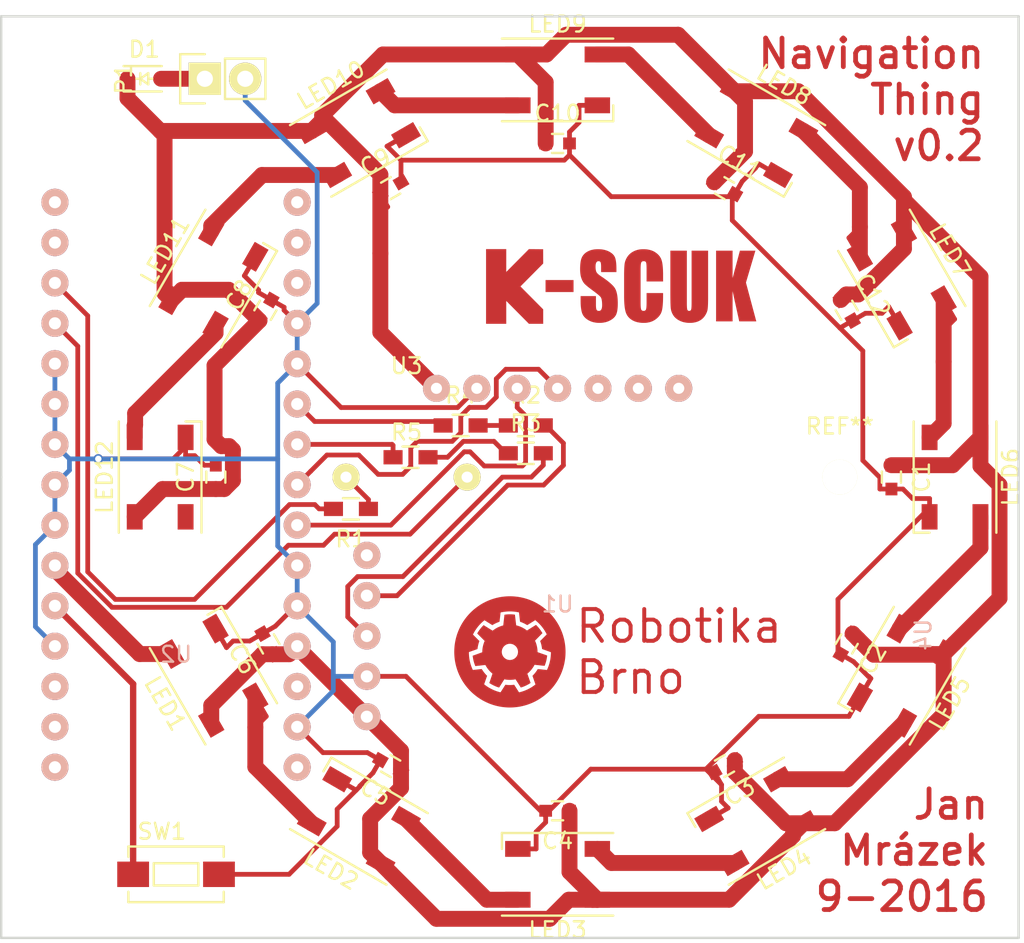
<source format=kicad_pcb>
(kicad_pcb (version 20171130) (host pcbnew "(5.1.12)-1")

  (general
    (thickness 1.6)
    (drawings 8)
    (tracks 395)
    (zones 0)
    (modules 39)
    (nets 28)
  )

  (page A4)
  (layers
    (0 F.Cu signal)
    (31 B.Cu signal)
    (32 B.Adhes user hide)
    (33 F.Adhes user hide)
    (34 B.Paste user)
    (35 F.Paste user)
    (36 B.SilkS user)
    (37 F.SilkS user)
    (38 B.Mask user)
    (39 F.Mask user)
    (40 Dwgs.User user)
    (41 Cmts.User user)
    (42 Eco1.User user)
    (43 Eco2.User user)
    (44 Edge.Cuts user)
    (45 Margin user)
    (46 B.CrtYd user)
    (47 F.CrtYd user)
    (48 B.Fab user)
    (49 F.Fab user)
  )

  (setup
    (last_trace_width 0.3)
    (trace_clearance 0.2)
    (zone_clearance 0.508)
    (zone_45_only no)
    (trace_min 0.2)
    (via_size 0.6)
    (via_drill 0.4)
    (via_min_size 0.4)
    (via_min_drill 0.3)
    (uvia_size 0.3)
    (uvia_drill 0.1)
    (uvias_allowed no)
    (uvia_min_size 0.2)
    (uvia_min_drill 0.1)
    (edge_width 0.15)
    (segment_width 0.2)
    (pcb_text_width 0.3)
    (pcb_text_size 1.5 1.5)
    (mod_edge_width 0.15)
    (mod_text_size 1 1)
    (mod_text_width 0.15)
    (pad_size 1.524 1.524)
    (pad_drill 0.762)
    (pad_to_mask_clearance 0.2)
    (aux_axis_origin 0 0)
    (visible_elements 7FFFFFFF)
    (pcbplotparams
      (layerselection 0x00000_00000001)
      (usegerberextensions false)
      (usegerberattributes true)
      (usegerberadvancedattributes true)
      (creategerberjobfile true)
      (excludeedgelayer false)
      (linewidth 0.100000)
      (plotframeref false)
      (viasonmask false)
      (mode 1)
      (useauxorigin false)
      (hpglpennumber 1)
      (hpglpenspeed 20)
      (hpglpendiameter 15.000000)
      (psnegative false)
      (psa4output false)
      (plotreference false)
      (plotvalue false)
      (plotinvisibletext false)
      (padsonsilk false)
      (subtractmaskfromsilk false)
      (outputformat 5)
      (mirror true)
      (drillshape 1)
      (scaleselection 1)
      (outputdirectory ""))
  )

  (net 0 "")
  (net 1 +5V)
  (net 2 GND)
  (net 3 "Net-(D1-Pad2)")
  (net 4 "Net-(R1-Pad1)")
  (net 5 "Net-(R1-Pad2)")
  (net 6 "Net-(SW1-Pad1)")
  (net 7 "Net-(U1-Pad3)")
  (net 8 "Net-(U1-Pad4)")
  (net 9 "Net-(U2-Pad27)")
  (net 10 "Net-(LED1-Pad2)")
  (net 11 "Net-(LED2-Pad2)")
  (net 12 "Net-(LED3-Pad2)")
  (net 13 "Net-(LED4-Pad2)")
  (net 14 "Net-(LED5-Pad2)")
  (net 15 "Net-(LED7-Pad2)")
  (net 16 "Net-(LED10-Pad2)")
  (net 17 "Net-(LED10-Pad4)")
  (net 18 "Net-(LED11-Pad2)")
  (net 19 "Net-(LED6-Pad2)")
  (net 20 "Net-(LED8-Pad2)")
  (net 21 LED_DATA)
  (net 22 "Net-(R2-Pad1)")
  (net 23 "Net-(R2-Pad2)")
  (net 24 "Net-(R3-Pad1)")
  (net 25 "Net-(R3-Pad2)")
  (net 26 "Net-(R4-Pad1)")
  (net 27 "Net-(R5-Pad1)")

  (net_class Default "This is the default net class."
    (clearance 0.2)
    (trace_width 0.3)
    (via_dia 0.6)
    (via_drill 0.4)
    (uvia_dia 0.3)
    (uvia_drill 0.1)
    (add_net +5V)
    (add_net GND)
    (add_net LED_DATA)
    (add_net "Net-(D1-Pad2)")
    (add_net "Net-(LED1-Pad2)")
    (add_net "Net-(LED10-Pad2)")
    (add_net "Net-(LED10-Pad4)")
    (add_net "Net-(LED11-Pad2)")
    (add_net "Net-(LED2-Pad2)")
    (add_net "Net-(LED3-Pad2)")
    (add_net "Net-(LED4-Pad2)")
    (add_net "Net-(LED5-Pad2)")
    (add_net "Net-(LED6-Pad2)")
    (add_net "Net-(LED7-Pad2)")
    (add_net "Net-(LED8-Pad2)")
    (add_net "Net-(R1-Pad1)")
    (add_net "Net-(R1-Pad2)")
    (add_net "Net-(R2-Pad1)")
    (add_net "Net-(R2-Pad2)")
    (add_net "Net-(R3-Pad1)")
    (add_net "Net-(R3-Pad2)")
    (add_net "Net-(R4-Pad1)")
    (add_net "Net-(R5-Pad1)")
    (add_net "Net-(SW1-Pad1)")
    (add_net "Net-(U1-Pad3)")
    (add_net "Net-(U1-Pad4)")
    (add_net "Net-(U2-Pad27)")
  )

  (module yaqwsx:arduino_nano (layer B.Cu) (tedit 57CBEEA9) (tstamp 57CD8BE7)
    (at 129 101 180)
    (path /57CBF5CB)
    (fp_text reference U2 (at 0 -10.16 180) (layer B.SilkS)
      (effects (font (size 1 1) (thickness 0.15)) (justify mirror))
    )
    (fp_text value arduino_nano (at 0 24.3 180) (layer B.Fab)
      (effects (font (size 1 1) (thickness 0.15)) (justify mirror))
    )
    (fp_line (start -9.15 21.6) (end 9.15 21.6) (layer B.Fab) (width 0.15))
    (fp_line (start 9.15 21.6) (end 9.15 -21.6) (layer B.Fab) (width 0.15))
    (fp_line (start 9.15 -21.6) (end -9.15 -21.6) (layer B.Fab) (width 0.15))
    (fp_line (start -9.15 -21.6) (end -9.15 21.6) (layer B.Fab) (width 0.15))
    (fp_line (start -3.8 21.6) (end -3.8 23.2) (layer B.Fab) (width 0.15))
    (fp_line (start -3.8 23.2) (end 3.8 23.2) (layer B.Fab) (width 0.15))
    (fp_line (start 3.8 23.2) (end 3.8 14.3) (layer B.Fab) (width 0.15))
    (fp_line (start 3.8 14.3) (end -3.8 14.3) (layer B.Fab) (width 0.15))
    (fp_line (start -3.8 14.3) (end -3.8 21.65) (layer B.Fab) (width 0.15))
    (fp_line (start 3.65 -21.6) (end 3.65 -16.6) (layer B.Fab) (width 0.15))
    (fp_line (start 3.65 -16.6) (end -3.65 -16.6) (layer B.Fab) (width 0.15))
    (fp_line (start -3.65 -16.6) (end -3.65 -21.6) (layer B.Fab) (width 0.15))
    (pad 1 thru_hole circle (at -7.62 18.3 180) (size 1.7 1.7) (drill 0.762) (layers *.Cu *.Mask B.SilkS))
    (pad 2 thru_hole circle (at -7.62 15.76 180) (size 1.7 1.7) (drill 0.762) (layers *.Cu *.Mask B.SilkS))
    (pad 3 thru_hole circle (at -7.62 13.22 180) (size 1.7 1.7) (drill 0.762) (layers *.Cu *.Mask B.SilkS))
    (pad 4 thru_hole circle (at -7.62 10.68 180) (size 1.7 1.7) (drill 0.762) (layers *.Cu *.Mask B.SilkS)
      (net 2 GND))
    (pad 5 thru_hole circle (at -7.62 8.14 180) (size 1.7 1.7) (drill 0.762) (layers *.Cu *.Mask B.SilkS)
      (net 2 GND))
    (pad 6 thru_hole circle (at -7.62 5.6 180) (size 1.7 1.7) (drill 0.762) (layers *.Cu *.Mask B.SilkS)
      (net 26 "Net-(R4-Pad1)"))
    (pad 7 thru_hole circle (at -7.62 3.06 180) (size 1.7 1.7) (drill 0.762) (layers *.Cu *.Mask B.SilkS)
      (net 27 "Net-(R5-Pad1)"))
    (pad 8 thru_hole circle (at -7.62 0.52 180) (size 1.7 1.7) (drill 0.762) (layers *.Cu *.Mask B.SilkS)
      (net 8 "Net-(U1-Pad4)"))
    (pad 9 thru_hole circle (at -7.62 -2.02 180) (size 1.7 1.7) (drill 0.762) (layers *.Cu *.Mask B.SilkS)
      (net 7 "Net-(U1-Pad3)"))
    (pad 10 thru_hole circle (at -7.62 -4.56 180) (size 1.7 1.7) (drill 0.762) (layers *.Cu *.Mask B.SilkS)
      (net 2 GND))
    (pad 11 thru_hole circle (at -7.62 -7.1 180) (size 1.7 1.7) (drill 0.762) (layers *.Cu *.Mask B.SilkS)
      (net 2 GND))
    (pad 12 thru_hole circle (at -7.62 -9.64 180) (size 1.7 1.7) (drill 0.762) (layers *.Cu *.Mask B.SilkS)
      (net 1 +5V))
    (pad 13 thru_hole circle (at -7.62 -12.18 180) (size 1.7 1.7) (drill 0.762) (layers *.Cu *.Mask B.SilkS))
    (pad 14 thru_hole circle (at -7.62 -14.72 180) (size 1.7 1.7) (drill 0.762) (layers *.Cu *.Mask B.SilkS)
      (net 2 GND))
    (pad 15 thru_hole circle (at -7.62 -17.26 180) (size 1.7 1.7) (drill 0.762) (layers *.Cu *.Mask B.SilkS))
    (pad 16 thru_hole circle (at 7.62 -17.26 180) (size 1.7 1.7) (drill 0.762) (layers *.Cu *.Mask B.SilkS))
    (pad 17 thru_hole circle (at 7.62 -14.72 180) (size 1.7 1.7) (drill 0.762) (layers *.Cu *.Mask B.SilkS))
    (pad 18 thru_hole circle (at 7.62 -12.18 180) (size 1.7 1.7) (drill 0.762) (layers *.Cu *.Mask B.SilkS))
    (pad 19 thru_hole circle (at 7.62 -9.64 180) (size 1.7 1.7) (drill 0.762) (layers *.Cu *.Mask B.SilkS)
      (net 2 GND))
    (pad 20 thru_hole circle (at 7.62 -7.1 180) (size 1.7 1.7) (drill 0.762) (layers *.Cu *.Mask B.SilkS)
      (net 6 "Net-(SW1-Pad1)"))
    (pad 21 thru_hole circle (at 7.62 -4.56 180) (size 1.7 1.7) (drill 0.762) (layers *.Cu *.Mask B.SilkS)
      (net 21 LED_DATA))
    (pad 22 thru_hole circle (at 7.62 -2.02 180) (size 1.7 1.7) (drill 0.762) (layers *.Cu *.Mask B.SilkS)
      (net 2 GND))
    (pad 23 thru_hole circle (at 7.62 0.52 180) (size 1.7 1.7) (drill 0.762) (layers *.Cu *.Mask B.SilkS)
      (net 2 GND))
    (pad 24 thru_hole circle (at 7.62 3.06 180) (size 1.7 1.7) (drill 0.762) (layers *.Cu *.Mask B.SilkS)
      (net 2 GND))
    (pad 25 thru_hole circle (at 7.62 5.6 180) (size 1.7 1.7) (drill 0.762) (layers *.Cu *.Mask B.SilkS)
      (net 2 GND))
    (pad 26 thru_hole circle (at 7.62 8.14 180) (size 1.7 1.7) (drill 0.762) (layers *.Cu *.Mask B.SilkS)
      (net 2 GND))
    (pad 27 thru_hole circle (at 7.62 10.68 180) (size 1.7 1.7) (drill 0.762) (layers *.Cu *.Mask B.SilkS)
      (net 9 "Net-(U2-Pad27)"))
    (pad 28 thru_hole circle (at 7.62 13.22 180) (size 1.7 1.7) (drill 0.762) (layers *.Cu *.Mask B.SilkS)
      (net 5 "Net-(R1-Pad2)"))
    (pad 29 thru_hole circle (at 7.62 15.76 180) (size 1.7 1.7) (drill 0.762) (layers *.Cu *.Mask B.SilkS))
    (pad 30 thru_hole circle (at 7.62 18.3 180) (size 1.7 1.7) (drill 0.762) (layers *.Cu *.Mask B.SilkS))
  )

  (module Capacitors_SMD:C_0603 (layer F.Cu) (tedit 5415D631) (tstamp 57CF275B)
    (at 171.187 89.5 300)
    (descr "Capacitor SMD 0603, reflow soldering, AVX (see smccp.pdf)")
    (tags "capacitor 0603")
    (path /57CC4E66)
    (attr smd)
    (fp_text reference C12 (at 0 -1.9 300) (layer F.SilkS)
      (effects (font (size 1 1) (thickness 0.15)))
    )
    (fp_text value 100n (at 0 1.9 300) (layer F.Fab)
      (effects (font (size 1 1) (thickness 0.15)))
    )
    (fp_line (start 0.35 0.6) (end -0.35 0.6) (layer F.SilkS) (width 0.15))
    (fp_line (start -0.35 -0.6) (end 0.35 -0.6) (layer F.SilkS) (width 0.15))
    (fp_line (start 1.45 -0.75) (end 1.45 0.75) (layer F.CrtYd) (width 0.05))
    (fp_line (start -1.45 -0.75) (end -1.45 0.75) (layer F.CrtYd) (width 0.05))
    (fp_line (start -1.45 0.75) (end 1.45 0.75) (layer F.CrtYd) (width 0.05))
    (fp_line (start -1.45 -0.75) (end 1.45 -0.75) (layer F.CrtYd) (width 0.05))
    (pad 1 smd rect (at -0.75 0 300) (size 0.8 0.75) (layers F.Cu F.Paste F.Mask)
      (net 1 +5V))
    (pad 2 smd rect (at 0.75 0 300) (size 0.8 0.75) (layers F.Cu F.Paste F.Mask)
      (net 2 GND))
    (model Capacitors_SMD.3dshapes/C_0603.wrl
      (at (xyz 0 0 0))
      (scale (xyz 1 1 1))
      (rotate (xyz 0 0 0))
    )
  )

  (module Capacitors_SMD:C_0603 (layer F.Cu) (tedit 5415D631) (tstamp 57CF2756)
    (at 163.5 81.8135 330)
    (descr "Capacitor SMD 0603, reflow soldering, AVX (see smccp.pdf)")
    (tags "capacitor 0603")
    (path /57CC4DF2)
    (attr smd)
    (fp_text reference C11 (at 0 -1.9 330) (layer F.SilkS)
      (effects (font (size 1 1) (thickness 0.15)))
    )
    (fp_text value 100n (at 0 1.9 330) (layer F.Fab)
      (effects (font (size 1 1) (thickness 0.15)))
    )
    (fp_line (start 0.35 0.6) (end -0.35 0.6) (layer F.SilkS) (width 0.15))
    (fp_line (start -0.35 -0.6) (end 0.35 -0.6) (layer F.SilkS) (width 0.15))
    (fp_line (start 1.45 -0.75) (end 1.45 0.75) (layer F.CrtYd) (width 0.05))
    (fp_line (start -1.45 -0.75) (end -1.45 0.75) (layer F.CrtYd) (width 0.05))
    (fp_line (start -1.45 0.75) (end 1.45 0.75) (layer F.CrtYd) (width 0.05))
    (fp_line (start -1.45 -0.75) (end 1.45 -0.75) (layer F.CrtYd) (width 0.05))
    (pad 1 smd rect (at -0.75 0 330) (size 0.8 0.75) (layers F.Cu F.Paste F.Mask)
      (net 1 +5V))
    (pad 2 smd rect (at 0.75 0 330) (size 0.8 0.75) (layers F.Cu F.Paste F.Mask)
      (net 2 GND))
    (model Capacitors_SMD.3dshapes/C_0603.wrl
      (at (xyz 0 0 0))
      (scale (xyz 1 1 1))
      (rotate (xyz 0 0 0))
    )
  )

  (module Capacitors_SMD:C_0603 (layer F.Cu) (tedit 5415D631) (tstamp 57CF2751)
    (at 153 79)
    (descr "Capacitor SMD 0603, reflow soldering, AVX (see smccp.pdf)")
    (tags "capacitor 0603")
    (path /57CC4D85)
    (attr smd)
    (fp_text reference C10 (at 0 -1.9) (layer F.SilkS)
      (effects (font (size 1 1) (thickness 0.15)))
    )
    (fp_text value 100n (at 0 1.9) (layer F.Fab)
      (effects (font (size 1 1) (thickness 0.15)))
    )
    (fp_line (start 0.35 0.6) (end -0.35 0.6) (layer F.SilkS) (width 0.15))
    (fp_line (start -0.35 -0.6) (end 0.35 -0.6) (layer F.SilkS) (width 0.15))
    (fp_line (start 1.45 -0.75) (end 1.45 0.75) (layer F.CrtYd) (width 0.05))
    (fp_line (start -1.45 -0.75) (end -1.45 0.75) (layer F.CrtYd) (width 0.05))
    (fp_line (start -1.45 0.75) (end 1.45 0.75) (layer F.CrtYd) (width 0.05))
    (fp_line (start -1.45 -0.75) (end 1.45 -0.75) (layer F.CrtYd) (width 0.05))
    (pad 1 smd rect (at -0.75 0) (size 0.8 0.75) (layers F.Cu F.Paste F.Mask)
      (net 1 +5V))
    (pad 2 smd rect (at 0.75 0) (size 0.8 0.75) (layers F.Cu F.Paste F.Mask)
      (net 2 GND))
    (model Capacitors_SMD.3dshapes/C_0603.wrl
      (at (xyz 0 0 0))
      (scale (xyz 1 1 1))
      (rotate (xyz 0 0 0))
    )
  )

  (module Capacitors_SMD:C_0603 (layer F.Cu) (tedit 5415D631) (tstamp 57CF274C)
    (at 142.5 81.8135 30)
    (descr "Capacitor SMD 0603, reflow soldering, AVX (see smccp.pdf)")
    (tags "capacitor 0603")
    (path /57CC4D11)
    (attr smd)
    (fp_text reference C9 (at 0 -1.9 30) (layer F.SilkS)
      (effects (font (size 1 1) (thickness 0.15)))
    )
    (fp_text value 100n (at 0 1.9 30) (layer F.Fab)
      (effects (font (size 1 1) (thickness 0.15)))
    )
    (fp_line (start 0.35 0.6) (end -0.35 0.6) (layer F.SilkS) (width 0.15))
    (fp_line (start -0.35 -0.6) (end 0.35 -0.6) (layer F.SilkS) (width 0.15))
    (fp_line (start 1.45 -0.75) (end 1.45 0.75) (layer F.CrtYd) (width 0.05))
    (fp_line (start -1.45 -0.75) (end -1.45 0.75) (layer F.CrtYd) (width 0.05))
    (fp_line (start -1.45 0.75) (end 1.45 0.75) (layer F.CrtYd) (width 0.05))
    (fp_line (start -1.45 -0.75) (end 1.45 -0.75) (layer F.CrtYd) (width 0.05))
    (pad 1 smd rect (at -0.75 0 30) (size 0.8 0.75) (layers F.Cu F.Paste F.Mask)
      (net 1 +5V))
    (pad 2 smd rect (at 0.75 0 30) (size 0.8 0.75) (layers F.Cu F.Paste F.Mask)
      (net 2 GND))
    (model Capacitors_SMD.3dshapes/C_0603.wrl
      (at (xyz 0 0 0))
      (scale (xyz 1 1 1))
      (rotate (xyz 0 0 0))
    )
  )

  (module Capacitors_SMD:C_0603 (layer F.Cu) (tedit 5415D631) (tstamp 57CF2747)
    (at 134.62 89.5 60)
    (descr "Capacitor SMD 0603, reflow soldering, AVX (see smccp.pdf)")
    (tags "capacitor 0603")
    (path /57CC4CAA)
    (attr smd)
    (fp_text reference C8 (at 0 -1.9 60) (layer F.SilkS)
      (effects (font (size 1 1) (thickness 0.15)))
    )
    (fp_text value 100n (at 0 1.9 60) (layer F.Fab)
      (effects (font (size 1 1) (thickness 0.15)))
    )
    (fp_line (start 0.35 0.6) (end -0.35 0.6) (layer F.SilkS) (width 0.15))
    (fp_line (start -0.35 -0.6) (end 0.35 -0.6) (layer F.SilkS) (width 0.15))
    (fp_line (start 1.45 -0.75) (end 1.45 0.75) (layer F.CrtYd) (width 0.05))
    (fp_line (start -1.45 -0.75) (end -1.45 0.75) (layer F.CrtYd) (width 0.05))
    (fp_line (start -1.45 0.75) (end 1.45 0.75) (layer F.CrtYd) (width 0.05))
    (fp_line (start -1.45 -0.75) (end 1.45 -0.75) (layer F.CrtYd) (width 0.05))
    (pad 1 smd rect (at -0.75 0 60) (size 0.8 0.75) (layers F.Cu F.Paste F.Mask)
      (net 1 +5V))
    (pad 2 smd rect (at 0.75 0 60) (size 0.8 0.75) (layers F.Cu F.Paste F.Mask)
      (net 2 GND))
    (model Capacitors_SMD.3dshapes/C_0603.wrl
      (at (xyz 0 0 0))
      (scale (xyz 1 1 1))
      (rotate (xyz 0 0 0))
    )
  )

  (module Capacitors_SMD:C_0603 (layer F.Cu) (tedit 5415D631) (tstamp 57CF2742)
    (at 131.5 100 90)
    (descr "Capacitor SMD 0603, reflow soldering, AVX (see smccp.pdf)")
    (tags "capacitor 0603")
    (path /57CC4C3E)
    (attr smd)
    (fp_text reference C7 (at 0 -1.9 90) (layer F.SilkS)
      (effects (font (size 1 1) (thickness 0.15)))
    )
    (fp_text value 100n (at 0 1.9 90) (layer F.Fab)
      (effects (font (size 1 1) (thickness 0.15)))
    )
    (fp_line (start 0.35 0.6) (end -0.35 0.6) (layer F.SilkS) (width 0.15))
    (fp_line (start -0.35 -0.6) (end 0.35 -0.6) (layer F.SilkS) (width 0.15))
    (fp_line (start 1.45 -0.75) (end 1.45 0.75) (layer F.CrtYd) (width 0.05))
    (fp_line (start -1.45 -0.75) (end -1.45 0.75) (layer F.CrtYd) (width 0.05))
    (fp_line (start -1.45 0.75) (end 1.45 0.75) (layer F.CrtYd) (width 0.05))
    (fp_line (start -1.45 -0.75) (end 1.45 -0.75) (layer F.CrtYd) (width 0.05))
    (pad 1 smd rect (at -0.75 0 90) (size 0.8 0.75) (layers F.Cu F.Paste F.Mask)
      (net 1 +5V))
    (pad 2 smd rect (at 0.75 0 90) (size 0.8 0.75) (layers F.Cu F.Paste F.Mask)
      (net 2 GND))
    (model Capacitors_SMD.3dshapes/C_0603.wrl
      (at (xyz 0 0 0))
      (scale (xyz 1 1 1))
      (rotate (xyz 0 0 0))
    )
  )

  (module Capacitors_SMD:C_0603 (layer F.Cu) (tedit 5415D631) (tstamp 57CF273D)
    (at 134.813 110.5 120)
    (descr "Capacitor SMD 0603, reflow soldering, AVX (see smccp.pdf)")
    (tags "capacitor 0603")
    (path /57CC4BD5)
    (attr smd)
    (fp_text reference C6 (at 0 -1.9 120) (layer F.SilkS)
      (effects (font (size 1 1) (thickness 0.15)))
    )
    (fp_text value 100n (at 0 1.9 120) (layer F.Fab)
      (effects (font (size 1 1) (thickness 0.15)))
    )
    (fp_line (start 0.35 0.6) (end -0.35 0.6) (layer F.SilkS) (width 0.15))
    (fp_line (start -0.35 -0.6) (end 0.35 -0.6) (layer F.SilkS) (width 0.15))
    (fp_line (start 1.45 -0.75) (end 1.45 0.75) (layer F.CrtYd) (width 0.05))
    (fp_line (start -1.45 -0.75) (end -1.45 0.75) (layer F.CrtYd) (width 0.05))
    (fp_line (start -1.45 0.75) (end 1.45 0.75) (layer F.CrtYd) (width 0.05))
    (fp_line (start -1.45 -0.75) (end 1.45 -0.75) (layer F.CrtYd) (width 0.05))
    (pad 1 smd rect (at -0.75 0 120) (size 0.8 0.75) (layers F.Cu F.Paste F.Mask)
      (net 1 +5V))
    (pad 2 smd rect (at 0.75 0 120) (size 0.8 0.75) (layers F.Cu F.Paste F.Mask)
      (net 2 GND))
    (model Capacitors_SMD.3dshapes/C_0603.wrl
      (at (xyz 0 0 0))
      (scale (xyz 1 1 1))
      (rotate (xyz 0 0 0))
    )
  )

  (module Capacitors_SMD:C_0603 (layer F.Cu) (tedit 5415D631) (tstamp 57CF2738)
    (at 142.5 118.187 150)
    (descr "Capacitor SMD 0603, reflow soldering, AVX (see smccp.pdf)")
    (tags "capacitor 0603")
    (path /57CC4B73)
    (attr smd)
    (fp_text reference C5 (at 0 -1.9 150) (layer F.SilkS)
      (effects (font (size 1 1) (thickness 0.15)))
    )
    (fp_text value 100n (at 0 1.9 150) (layer F.Fab)
      (effects (font (size 1 1) (thickness 0.15)))
    )
    (fp_line (start 0.35 0.6) (end -0.35 0.6) (layer F.SilkS) (width 0.15))
    (fp_line (start -0.35 -0.6) (end 0.35 -0.6) (layer F.SilkS) (width 0.15))
    (fp_line (start 1.45 -0.75) (end 1.45 0.75) (layer F.CrtYd) (width 0.05))
    (fp_line (start -1.45 -0.75) (end -1.45 0.75) (layer F.CrtYd) (width 0.05))
    (fp_line (start -1.45 0.75) (end 1.45 0.75) (layer F.CrtYd) (width 0.05))
    (fp_line (start -1.45 -0.75) (end 1.45 -0.75) (layer F.CrtYd) (width 0.05))
    (pad 1 smd rect (at -0.75 0 150) (size 0.8 0.75) (layers F.Cu F.Paste F.Mask)
      (net 1 +5V))
    (pad 2 smd rect (at 0.75 0 150) (size 0.8 0.75) (layers F.Cu F.Paste F.Mask)
      (net 2 GND))
    (model Capacitors_SMD.3dshapes/C_0603.wrl
      (at (xyz 0 0 0))
      (scale (xyz 1 1 1))
      (rotate (xyz 0 0 0))
    )
  )

  (module Capacitors_SMD:C_0603 (layer F.Cu) (tedit 5415D631) (tstamp 57CF2733)
    (at 153 121 180)
    (descr "Capacitor SMD 0603, reflow soldering, AVX (see smccp.pdf)")
    (tags "capacitor 0603")
    (path /57CC4B18)
    (attr smd)
    (fp_text reference C4 (at 0 -1.9 180) (layer F.SilkS)
      (effects (font (size 1 1) (thickness 0.15)))
    )
    (fp_text value 100n (at 0 1.9 180) (layer F.Fab)
      (effects (font (size 1 1) (thickness 0.15)))
    )
    (fp_line (start 0.35 0.6) (end -0.35 0.6) (layer F.SilkS) (width 0.15))
    (fp_line (start -0.35 -0.6) (end 0.35 -0.6) (layer F.SilkS) (width 0.15))
    (fp_line (start 1.45 -0.75) (end 1.45 0.75) (layer F.CrtYd) (width 0.05))
    (fp_line (start -1.45 -0.75) (end -1.45 0.75) (layer F.CrtYd) (width 0.05))
    (fp_line (start -1.45 0.75) (end 1.45 0.75) (layer F.CrtYd) (width 0.05))
    (fp_line (start -1.45 -0.75) (end 1.45 -0.75) (layer F.CrtYd) (width 0.05))
    (pad 1 smd rect (at -0.75 0 180) (size 0.8 0.75) (layers F.Cu F.Paste F.Mask)
      (net 1 +5V))
    (pad 2 smd rect (at 0.75 0 180) (size 0.8 0.75) (layers F.Cu F.Paste F.Mask)
      (net 2 GND))
    (model Capacitors_SMD.3dshapes/C_0603.wrl
      (at (xyz 0 0 0))
      (scale (xyz 1 1 1))
      (rotate (xyz 0 0 0))
    )
  )

  (module Capacitors_SMD:C_0603 (layer F.Cu) (tedit 5415D631) (tstamp 57CF272E)
    (at 163.5 118.187 210)
    (descr "Capacitor SMD 0603, reflow soldering, AVX (see smccp.pdf)")
    (tags "capacitor 0603")
    (path /57CC4ABC)
    (attr smd)
    (fp_text reference C3 (at 0 -1.9 210) (layer F.SilkS)
      (effects (font (size 1 1) (thickness 0.15)))
    )
    (fp_text value 100n (at 0 1.9 210) (layer F.Fab)
      (effects (font (size 1 1) (thickness 0.15)))
    )
    (fp_line (start 0.35 0.6) (end -0.35 0.6) (layer F.SilkS) (width 0.15))
    (fp_line (start -0.35 -0.6) (end 0.35 -0.6) (layer F.SilkS) (width 0.15))
    (fp_line (start 1.45 -0.75) (end 1.45 0.75) (layer F.CrtYd) (width 0.05))
    (fp_line (start -1.45 -0.75) (end -1.45 0.75) (layer F.CrtYd) (width 0.05))
    (fp_line (start -1.45 0.75) (end 1.45 0.75) (layer F.CrtYd) (width 0.05))
    (fp_line (start -1.45 -0.75) (end 1.45 -0.75) (layer F.CrtYd) (width 0.05))
    (pad 1 smd rect (at -0.75 0 210) (size 0.8 0.75) (layers F.Cu F.Paste F.Mask)
      (net 1 +5V))
    (pad 2 smd rect (at 0.75 0 210) (size 0.8 0.75) (layers F.Cu F.Paste F.Mask)
      (net 2 GND))
    (model Capacitors_SMD.3dshapes/C_0603.wrl
      (at (xyz 0 0 0))
      (scale (xyz 1 1 1))
      (rotate (xyz 0 0 0))
    )
  )

  (module Capacitors_SMD:C_0603 (layer F.Cu) (tedit 5415D631) (tstamp 57CF2729)
    (at 171.187 110.5 240)
    (descr "Capacitor SMD 0603, reflow soldering, AVX (see smccp.pdf)")
    (tags "capacitor 0603")
    (path /57CC4A5F)
    (attr smd)
    (fp_text reference C2 (at 0 -1.9 240) (layer F.SilkS)
      (effects (font (size 1 1) (thickness 0.15)))
    )
    (fp_text value 100n (at 0 1.9 240) (layer F.Fab)
      (effects (font (size 1 1) (thickness 0.15)))
    )
    (fp_line (start 0.35 0.6) (end -0.35 0.6) (layer F.SilkS) (width 0.15))
    (fp_line (start -0.35 -0.6) (end 0.35 -0.6) (layer F.SilkS) (width 0.15))
    (fp_line (start 1.45 -0.75) (end 1.45 0.75) (layer F.CrtYd) (width 0.05))
    (fp_line (start -1.45 -0.75) (end -1.45 0.75) (layer F.CrtYd) (width 0.05))
    (fp_line (start -1.45 0.75) (end 1.45 0.75) (layer F.CrtYd) (width 0.05))
    (fp_line (start -1.45 -0.75) (end 1.45 -0.75) (layer F.CrtYd) (width 0.05))
    (pad 1 smd rect (at -0.75 0 240) (size 0.8 0.75) (layers F.Cu F.Paste F.Mask)
      (net 1 +5V))
    (pad 2 smd rect (at 0.75 0 240) (size 0.8 0.75) (layers F.Cu F.Paste F.Mask)
      (net 2 GND))
    (model Capacitors_SMD.3dshapes/C_0603.wrl
      (at (xyz 0 0 0))
      (scale (xyz 1 1 1))
      (rotate (xyz 0 0 0))
    )
  )

  (module Capacitors_SMD:C_0603 (layer F.Cu) (tedit 5415D631) (tstamp 57CF2724)
    (at 174 100 270)
    (descr "Capacitor SMD 0603, reflow soldering, AVX (see smccp.pdf)")
    (tags "capacitor 0603")
    (path /57CC498B)
    (attr smd)
    (fp_text reference C1 (at 0 -1.9 270) (layer F.SilkS)
      (effects (font (size 1 1) (thickness 0.15)))
    )
    (fp_text value 100n (at 0 1.9 270) (layer F.Fab)
      (effects (font (size 1 1) (thickness 0.15)))
    )
    (fp_line (start 0.35 0.6) (end -0.35 0.6) (layer F.SilkS) (width 0.15))
    (fp_line (start -0.35 -0.6) (end 0.35 -0.6) (layer F.SilkS) (width 0.15))
    (fp_line (start 1.45 -0.75) (end 1.45 0.75) (layer F.CrtYd) (width 0.05))
    (fp_line (start -1.45 -0.75) (end -1.45 0.75) (layer F.CrtYd) (width 0.05))
    (fp_line (start -1.45 0.75) (end 1.45 0.75) (layer F.CrtYd) (width 0.05))
    (fp_line (start -1.45 -0.75) (end 1.45 -0.75) (layer F.CrtYd) (width 0.05))
    (pad 1 smd rect (at -0.75 0 270) (size 0.8 0.75) (layers F.Cu F.Paste F.Mask)
      (net 1 +5V))
    (pad 2 smd rect (at 0.75 0 270) (size 0.8 0.75) (layers F.Cu F.Paste F.Mask)
      (net 2 GND))
    (model Capacitors_SMD.3dshapes/C_0603.wrl
      (at (xyz 0 0 0))
      (scale (xyz 1 1 1))
      (rotate (xyz 0 0 0))
    )
  )

  (module LEDs:LED_WS2812B-PLCC4 (layer F.Cu) (tedit 56C9C7F7) (tstamp 57CF255F)
    (at 128 100 90)
    (descr http://www.world-semi.com/uploads/soft/150522/1-150522091P5.pdf)
    (tags "LED NeoPixel")
    (path /57CC0ABC)
    (attr smd)
    (fp_text reference LED12 (at 0 -3.5 90) (layer F.SilkS)
      (effects (font (size 1 1) (thickness 0.15)))
    )
    (fp_text value WS2812B (at 0 4 90) (layer F.Fab)
      (effects (font (size 1 1) (thickness 0.15)))
    )
    (fp_circle (center 0 0) (end 0 -2) (layer Dwgs.User) (width 0.1))
    (fp_line (start 3.5 2.6) (end 3.5 1.6) (layer F.SilkS) (width 0.15))
    (fp_line (start -3.5 2.6) (end 3.5 2.6) (layer F.SilkS) (width 0.15))
    (fp_line (start -3.5 -2.6) (end 3.5 -2.6) (layer F.SilkS) (width 0.15))
    (fp_line (start 2.5 -2.5) (end -2.5 -2.5) (layer Dwgs.User) (width 0.1))
    (fp_line (start 2.5 2.5) (end 2.5 -2.5) (layer Dwgs.User) (width 0.1))
    (fp_line (start -2.5 2.5) (end 2.5 2.5) (layer Dwgs.User) (width 0.1))
    (fp_line (start -2.5 -2.5) (end -2.5 2.5) (layer Dwgs.User) (width 0.1))
    (fp_line (start 2.5 1.5) (end 1.5 2.5) (layer Dwgs.User) (width 0.1))
    (fp_line (start -3.75 -2.85) (end -3.75 2.85) (layer F.CrtYd) (width 0.05))
    (fp_line (start -3.75 2.85) (end 3.75 2.85) (layer F.CrtYd) (width 0.05))
    (fp_line (start 3.75 2.85) (end 3.75 -2.85) (layer F.CrtYd) (width 0.05))
    (fp_line (start 3.75 -2.85) (end -3.75 -2.85) (layer F.CrtYd) (width 0.05))
    (pad 3 smd rect (at 2.5 1.6 90) (size 1.6 1) (layers F.Cu F.Paste F.Mask)
      (net 2 GND))
    (pad 4 smd rect (at 2.5 -1.6 90) (size 1.6 1) (layers F.Cu F.Paste F.Mask)
      (net 18 "Net-(LED11-Pad2)"))
    (pad 2 smd rect (at -2.5 1.6 90) (size 1.6 1) (layers F.Cu F.Paste F.Mask))
    (pad 1 smd rect (at -2.5 -1.6 90) (size 1.6 1) (layers F.Cu F.Paste F.Mask)
      (net 1 +5V))
    (model LEDs.3dshapes/LED_WS2812B-PLCC4.wrl
      (offset (xyz 0 0 0.1015999984741211))
      (scale (xyz 0.385 0.385 0.385))
      (rotate (xyz 0 0 180))
    )
  )

  (module LEDs:LED_WS2812B-PLCC4 (layer F.Cu) (tedit 56C9C7F7) (tstamp 57CF254A)
    (at 131.349 87.5 60)
    (descr http://www.world-semi.com/uploads/soft/150522/1-150522091P5.pdf)
    (tags "LED NeoPixel")
    (path /57CC0A49)
    (attr smd)
    (fp_text reference LED11 (at 0 -3.5 60) (layer F.SilkS)
      (effects (font (size 1 1) (thickness 0.15)))
    )
    (fp_text value WS2812B (at 0 4 60) (layer F.Fab)
      (effects (font (size 1 1) (thickness 0.15)))
    )
    (fp_circle (center 0 0) (end 0 -2) (layer Dwgs.User) (width 0.1))
    (fp_line (start 3.5 2.6) (end 3.5 1.6) (layer F.SilkS) (width 0.15))
    (fp_line (start -3.5 2.6) (end 3.5 2.6) (layer F.SilkS) (width 0.15))
    (fp_line (start -3.5 -2.6) (end 3.5 -2.6) (layer F.SilkS) (width 0.15))
    (fp_line (start 2.5 -2.5) (end -2.5 -2.5) (layer Dwgs.User) (width 0.1))
    (fp_line (start 2.5 2.5) (end 2.5 -2.5) (layer Dwgs.User) (width 0.1))
    (fp_line (start -2.5 2.5) (end 2.5 2.5) (layer Dwgs.User) (width 0.1))
    (fp_line (start -2.5 -2.5) (end -2.5 2.5) (layer Dwgs.User) (width 0.1))
    (fp_line (start 2.5 1.5) (end 1.5 2.5) (layer Dwgs.User) (width 0.1))
    (fp_line (start -3.75 -2.85) (end -3.75 2.85) (layer F.CrtYd) (width 0.05))
    (fp_line (start -3.75 2.85) (end 3.75 2.85) (layer F.CrtYd) (width 0.05))
    (fp_line (start 3.75 2.85) (end 3.75 -2.85) (layer F.CrtYd) (width 0.05))
    (fp_line (start 3.75 -2.85) (end -3.75 -2.85) (layer F.CrtYd) (width 0.05))
    (pad 3 smd rect (at 2.5 1.6 60) (size 1.6 1) (layers F.Cu F.Paste F.Mask)
      (net 2 GND))
    (pad 4 smd rect (at 2.5 -1.6 60) (size 1.6 1) (layers F.Cu F.Paste F.Mask)
      (net 16 "Net-(LED10-Pad2)"))
    (pad 2 smd rect (at -2.5 1.6 60) (size 1.6 1) (layers F.Cu F.Paste F.Mask)
      (net 18 "Net-(LED11-Pad2)"))
    (pad 1 smd rect (at -2.5 -1.6 60) (size 1.6 1) (layers F.Cu F.Paste F.Mask)
      (net 1 +5V))
    (model LEDs.3dshapes/LED_WS2812B-PLCC4.wrl
      (offset (xyz 0 0 0.1015999984741211))
      (scale (xyz 0.385 0.385 0.385))
      (rotate (xyz 0 0 180))
    )
  )

  (module LEDs:LED_WS2812B-PLCC4 (layer F.Cu) (tedit 56C9C7F7) (tstamp 57CF2535)
    (at 140.5 78.3494 30)
    (descr http://www.world-semi.com/uploads/soft/150522/1-150522091P5.pdf)
    (tags "LED NeoPixel")
    (path /57CC0945)
    (attr smd)
    (fp_text reference LED10 (at 0 -3.5 30) (layer F.SilkS)
      (effects (font (size 1 1) (thickness 0.15)))
    )
    (fp_text value WS2812B (at 0 4 30) (layer F.Fab)
      (effects (font (size 1 1) (thickness 0.15)))
    )
    (fp_circle (center 0 0) (end 0 -2) (layer Dwgs.User) (width 0.1))
    (fp_line (start 3.5 2.6) (end 3.5 1.6) (layer F.SilkS) (width 0.15))
    (fp_line (start -3.5 2.6) (end 3.5 2.6) (layer F.SilkS) (width 0.15))
    (fp_line (start -3.5 -2.6) (end 3.5 -2.6) (layer F.SilkS) (width 0.15))
    (fp_line (start 2.5 -2.5) (end -2.5 -2.5) (layer Dwgs.User) (width 0.1))
    (fp_line (start 2.5 2.5) (end 2.5 -2.5) (layer Dwgs.User) (width 0.1))
    (fp_line (start -2.5 2.5) (end 2.5 2.5) (layer Dwgs.User) (width 0.1))
    (fp_line (start -2.5 -2.5) (end -2.5 2.5) (layer Dwgs.User) (width 0.1))
    (fp_line (start 2.5 1.5) (end 1.5 2.5) (layer Dwgs.User) (width 0.1))
    (fp_line (start -3.75 -2.85) (end -3.75 2.85) (layer F.CrtYd) (width 0.05))
    (fp_line (start -3.75 2.85) (end 3.75 2.85) (layer F.CrtYd) (width 0.05))
    (fp_line (start 3.75 2.85) (end 3.75 -2.85) (layer F.CrtYd) (width 0.05))
    (fp_line (start 3.75 -2.85) (end -3.75 -2.85) (layer F.CrtYd) (width 0.05))
    (pad 3 smd rect (at 2.5 1.6 30) (size 1.6 1) (layers F.Cu F.Paste F.Mask)
      (net 2 GND))
    (pad 4 smd rect (at 2.5 -1.6 30) (size 1.6 1) (layers F.Cu F.Paste F.Mask)
      (net 17 "Net-(LED10-Pad4)"))
    (pad 2 smd rect (at -2.5 1.6 30) (size 1.6 1) (layers F.Cu F.Paste F.Mask)
      (net 16 "Net-(LED10-Pad2)"))
    (pad 1 smd rect (at -2.5 -1.6 30) (size 1.6 1) (layers F.Cu F.Paste F.Mask)
      (net 1 +5V))
    (model LEDs.3dshapes/LED_WS2812B-PLCC4.wrl
      (offset (xyz 0 0 0.1015999984741211))
      (scale (xyz 0.385 0.385 0.385))
      (rotate (xyz 0 0 180))
    )
  )

  (module LEDs:LED_WS2812B-PLCC4 (layer F.Cu) (tedit 56C9C7F7) (tstamp 57CF2520)
    (at 153 75)
    (descr http://www.world-semi.com/uploads/soft/150522/1-150522091P5.pdf)
    (tags "LED NeoPixel")
    (path /57CC089D)
    (attr smd)
    (fp_text reference LED9 (at 0 -3.5) (layer F.SilkS)
      (effects (font (size 1 1) (thickness 0.15)))
    )
    (fp_text value WS2812B (at 0 4) (layer F.Fab)
      (effects (font (size 1 1) (thickness 0.15)))
    )
    (fp_circle (center 0 0) (end 0 -2) (layer Dwgs.User) (width 0.1))
    (fp_line (start 3.5 2.6) (end 3.5 1.6) (layer F.SilkS) (width 0.15))
    (fp_line (start -3.5 2.6) (end 3.5 2.6) (layer F.SilkS) (width 0.15))
    (fp_line (start -3.5 -2.6) (end 3.5 -2.6) (layer F.SilkS) (width 0.15))
    (fp_line (start 2.5 -2.5) (end -2.5 -2.5) (layer Dwgs.User) (width 0.1))
    (fp_line (start 2.5 2.5) (end 2.5 -2.5) (layer Dwgs.User) (width 0.1))
    (fp_line (start -2.5 2.5) (end 2.5 2.5) (layer Dwgs.User) (width 0.1))
    (fp_line (start -2.5 -2.5) (end -2.5 2.5) (layer Dwgs.User) (width 0.1))
    (fp_line (start 2.5 1.5) (end 1.5 2.5) (layer Dwgs.User) (width 0.1))
    (fp_line (start -3.75 -2.85) (end -3.75 2.85) (layer F.CrtYd) (width 0.05))
    (fp_line (start -3.75 2.85) (end 3.75 2.85) (layer F.CrtYd) (width 0.05))
    (fp_line (start 3.75 2.85) (end 3.75 -2.85) (layer F.CrtYd) (width 0.05))
    (fp_line (start 3.75 -2.85) (end -3.75 -2.85) (layer F.CrtYd) (width 0.05))
    (pad 3 smd rect (at 2.5 1.6) (size 1.6 1) (layers F.Cu F.Paste F.Mask)
      (net 2 GND))
    (pad 4 smd rect (at 2.5 -1.6) (size 1.6 1) (layers F.Cu F.Paste F.Mask)
      (net 20 "Net-(LED8-Pad2)"))
    (pad 2 smd rect (at -2.5 1.6) (size 1.6 1) (layers F.Cu F.Paste F.Mask)
      (net 17 "Net-(LED10-Pad4)"))
    (pad 1 smd rect (at -2.5 -1.6) (size 1.6 1) (layers F.Cu F.Paste F.Mask)
      (net 1 +5V))
    (model LEDs.3dshapes/LED_WS2812B-PLCC4.wrl
      (offset (xyz 0 0 0.1015999984741211))
      (scale (xyz 0.385 0.385 0.385))
      (rotate (xyz 0 0 180))
    )
  )

  (module LEDs:LED_WS2812B-PLCC4 (layer F.Cu) (tedit 56C9C7F7) (tstamp 57CF250B)
    (at 165.5 78.3494 330)
    (descr http://www.world-semi.com/uploads/soft/150522/1-150522091P5.pdf)
    (tags "LED NeoPixel")
    (path /57CC07D4)
    (attr smd)
    (fp_text reference LED8 (at 0 -3.5 330) (layer F.SilkS)
      (effects (font (size 1 1) (thickness 0.15)))
    )
    (fp_text value WS2812B (at 0 4 330) (layer F.Fab)
      (effects (font (size 1 1) (thickness 0.15)))
    )
    (fp_circle (center 0 0) (end 0 -2) (layer Dwgs.User) (width 0.1))
    (fp_line (start 3.5 2.6) (end 3.5 1.6) (layer F.SilkS) (width 0.15))
    (fp_line (start -3.5 2.6) (end 3.5 2.6) (layer F.SilkS) (width 0.15))
    (fp_line (start -3.5 -2.6) (end 3.5 -2.6) (layer F.SilkS) (width 0.15))
    (fp_line (start 2.5 -2.5) (end -2.5 -2.5) (layer Dwgs.User) (width 0.1))
    (fp_line (start 2.5 2.5) (end 2.5 -2.5) (layer Dwgs.User) (width 0.1))
    (fp_line (start -2.5 2.5) (end 2.5 2.5) (layer Dwgs.User) (width 0.1))
    (fp_line (start -2.5 -2.5) (end -2.5 2.5) (layer Dwgs.User) (width 0.1))
    (fp_line (start 2.5 1.5) (end 1.5 2.5) (layer Dwgs.User) (width 0.1))
    (fp_line (start -3.75 -2.85) (end -3.75 2.85) (layer F.CrtYd) (width 0.05))
    (fp_line (start -3.75 2.85) (end 3.75 2.85) (layer F.CrtYd) (width 0.05))
    (fp_line (start 3.75 2.85) (end 3.75 -2.85) (layer F.CrtYd) (width 0.05))
    (fp_line (start 3.75 -2.85) (end -3.75 -2.85) (layer F.CrtYd) (width 0.05))
    (pad 3 smd rect (at 2.5 1.6 330) (size 1.6 1) (layers F.Cu F.Paste F.Mask)
      (net 2 GND))
    (pad 4 smd rect (at 2.5 -1.6 330) (size 1.6 1) (layers F.Cu F.Paste F.Mask)
      (net 15 "Net-(LED7-Pad2)"))
    (pad 2 smd rect (at -2.5 1.6 330) (size 1.6 1) (layers F.Cu F.Paste F.Mask)
      (net 20 "Net-(LED8-Pad2)"))
    (pad 1 smd rect (at -2.5 -1.6 330) (size 1.6 1) (layers F.Cu F.Paste F.Mask)
      (net 1 +5V))
    (model LEDs.3dshapes/LED_WS2812B-PLCC4.wrl
      (offset (xyz 0 0 0.1015999984741211))
      (scale (xyz 0.385 0.385 0.385))
      (rotate (xyz 0 0 180))
    )
  )

  (module LEDs:LED_WS2812B-PLCC4 (layer F.Cu) (tedit 56C9C7F7) (tstamp 57CF24F6)
    (at 174.651 87.5 300)
    (descr http://www.world-semi.com/uploads/soft/150522/1-150522091P5.pdf)
    (tags "LED NeoPixel")
    (path /57CBFD8E)
    (attr smd)
    (fp_text reference LED7 (at 0 -3.5 300) (layer F.SilkS)
      (effects (font (size 1 1) (thickness 0.15)))
    )
    (fp_text value WS2812B (at 0 4 300) (layer F.Fab)
      (effects (font (size 1 1) (thickness 0.15)))
    )
    (fp_circle (center 0 0) (end 0 -2) (layer Dwgs.User) (width 0.1))
    (fp_line (start 3.5 2.6) (end 3.5 1.6) (layer F.SilkS) (width 0.15))
    (fp_line (start -3.5 2.6) (end 3.5 2.6) (layer F.SilkS) (width 0.15))
    (fp_line (start -3.5 -2.6) (end 3.5 -2.6) (layer F.SilkS) (width 0.15))
    (fp_line (start 2.5 -2.5) (end -2.5 -2.5) (layer Dwgs.User) (width 0.1))
    (fp_line (start 2.5 2.5) (end 2.5 -2.5) (layer Dwgs.User) (width 0.1))
    (fp_line (start -2.5 2.5) (end 2.5 2.5) (layer Dwgs.User) (width 0.1))
    (fp_line (start -2.5 -2.5) (end -2.5 2.5) (layer Dwgs.User) (width 0.1))
    (fp_line (start 2.5 1.5) (end 1.5 2.5) (layer Dwgs.User) (width 0.1))
    (fp_line (start -3.75 -2.85) (end -3.75 2.85) (layer F.CrtYd) (width 0.05))
    (fp_line (start -3.75 2.85) (end 3.75 2.85) (layer F.CrtYd) (width 0.05))
    (fp_line (start 3.75 2.85) (end 3.75 -2.85) (layer F.CrtYd) (width 0.05))
    (fp_line (start 3.75 -2.85) (end -3.75 -2.85) (layer F.CrtYd) (width 0.05))
    (pad 3 smd rect (at 2.5 1.6 300) (size 1.6 1) (layers F.Cu F.Paste F.Mask)
      (net 2 GND))
    (pad 4 smd rect (at 2.5 -1.6 300) (size 1.6 1) (layers F.Cu F.Paste F.Mask)
      (net 19 "Net-(LED6-Pad2)"))
    (pad 2 smd rect (at -2.5 1.6 300) (size 1.6 1) (layers F.Cu F.Paste F.Mask)
      (net 15 "Net-(LED7-Pad2)"))
    (pad 1 smd rect (at -2.5 -1.6 300) (size 1.6 1) (layers F.Cu F.Paste F.Mask)
      (net 1 +5V))
    (model LEDs.3dshapes/LED_WS2812B-PLCC4.wrl
      (offset (xyz 0 0 0.1015999984741211))
      (scale (xyz 0.385 0.385 0.385))
      (rotate (xyz 0 0 180))
    )
  )

  (module LEDs:LED_WS2812B-PLCC4 (layer F.Cu) (tedit 56C9C7F7) (tstamp 57CF24E1)
    (at 178 100 270)
    (descr http://www.world-semi.com/uploads/soft/150522/1-150522091P5.pdf)
    (tags "LED NeoPixel")
    (path /57CBFD2E)
    (attr smd)
    (fp_text reference LED6 (at 0 -3.5 270) (layer F.SilkS)
      (effects (font (size 1 1) (thickness 0.15)))
    )
    (fp_text value WS2812B (at 0 4 270) (layer F.Fab)
      (effects (font (size 1 1) (thickness 0.15)))
    )
    (fp_circle (center 0 0) (end 0 -2) (layer Dwgs.User) (width 0.1))
    (fp_line (start 3.5 2.6) (end 3.5 1.6) (layer F.SilkS) (width 0.15))
    (fp_line (start -3.5 2.6) (end 3.5 2.6) (layer F.SilkS) (width 0.15))
    (fp_line (start -3.5 -2.6) (end 3.5 -2.6) (layer F.SilkS) (width 0.15))
    (fp_line (start 2.5 -2.5) (end -2.5 -2.5) (layer Dwgs.User) (width 0.1))
    (fp_line (start 2.5 2.5) (end 2.5 -2.5) (layer Dwgs.User) (width 0.1))
    (fp_line (start -2.5 2.5) (end 2.5 2.5) (layer Dwgs.User) (width 0.1))
    (fp_line (start -2.5 -2.5) (end -2.5 2.5) (layer Dwgs.User) (width 0.1))
    (fp_line (start 2.5 1.5) (end 1.5 2.5) (layer Dwgs.User) (width 0.1))
    (fp_line (start -3.75 -2.85) (end -3.75 2.85) (layer F.CrtYd) (width 0.05))
    (fp_line (start -3.75 2.85) (end 3.75 2.85) (layer F.CrtYd) (width 0.05))
    (fp_line (start 3.75 2.85) (end 3.75 -2.85) (layer F.CrtYd) (width 0.05))
    (fp_line (start 3.75 -2.85) (end -3.75 -2.85) (layer F.CrtYd) (width 0.05))
    (pad 3 smd rect (at 2.5 1.6 270) (size 1.6 1) (layers F.Cu F.Paste F.Mask)
      (net 2 GND))
    (pad 4 smd rect (at 2.5 -1.6 270) (size 1.6 1) (layers F.Cu F.Paste F.Mask)
      (net 14 "Net-(LED5-Pad2)"))
    (pad 2 smd rect (at -2.5 1.6 270) (size 1.6 1) (layers F.Cu F.Paste F.Mask)
      (net 19 "Net-(LED6-Pad2)"))
    (pad 1 smd rect (at -2.5 -1.6 270) (size 1.6 1) (layers F.Cu F.Paste F.Mask)
      (net 1 +5V))
    (model LEDs.3dshapes/LED_WS2812B-PLCC4.wrl
      (offset (xyz 0 0 0.1015999984741211))
      (scale (xyz 0.385 0.385 0.385))
      (rotate (xyz 0 0 180))
    )
  )

  (module LEDs:LED_WS2812B-PLCC4 (layer F.Cu) (tedit 56C9C7F7) (tstamp 57CF24CC)
    (at 174.651 112.5 240)
    (descr http://www.world-semi.com/uploads/soft/150522/1-150522091P5.pdf)
    (tags "LED NeoPixel")
    (path /57CBFCC7)
    (attr smd)
    (fp_text reference LED5 (at 0 -3.5 240) (layer F.SilkS)
      (effects (font (size 1 1) (thickness 0.15)))
    )
    (fp_text value WS2812B (at 0 4 240) (layer F.Fab)
      (effects (font (size 1 1) (thickness 0.15)))
    )
    (fp_circle (center 0 0) (end 0 -2) (layer Dwgs.User) (width 0.1))
    (fp_line (start 3.5 2.6) (end 3.5 1.6) (layer F.SilkS) (width 0.15))
    (fp_line (start -3.5 2.6) (end 3.5 2.6) (layer F.SilkS) (width 0.15))
    (fp_line (start -3.5 -2.6) (end 3.5 -2.6) (layer F.SilkS) (width 0.15))
    (fp_line (start 2.5 -2.5) (end -2.5 -2.5) (layer Dwgs.User) (width 0.1))
    (fp_line (start 2.5 2.5) (end 2.5 -2.5) (layer Dwgs.User) (width 0.1))
    (fp_line (start -2.5 2.5) (end 2.5 2.5) (layer Dwgs.User) (width 0.1))
    (fp_line (start -2.5 -2.5) (end -2.5 2.5) (layer Dwgs.User) (width 0.1))
    (fp_line (start 2.5 1.5) (end 1.5 2.5) (layer Dwgs.User) (width 0.1))
    (fp_line (start -3.75 -2.85) (end -3.75 2.85) (layer F.CrtYd) (width 0.05))
    (fp_line (start -3.75 2.85) (end 3.75 2.85) (layer F.CrtYd) (width 0.05))
    (fp_line (start 3.75 2.85) (end 3.75 -2.85) (layer F.CrtYd) (width 0.05))
    (fp_line (start 3.75 -2.85) (end -3.75 -2.85) (layer F.CrtYd) (width 0.05))
    (pad 3 smd rect (at 2.5 1.6 240) (size 1.6 1) (layers F.Cu F.Paste F.Mask)
      (net 2 GND))
    (pad 4 smd rect (at 2.5 -1.6 240) (size 1.6 1) (layers F.Cu F.Paste F.Mask)
      (net 13 "Net-(LED4-Pad2)"))
    (pad 2 smd rect (at -2.5 1.6 240) (size 1.6 1) (layers F.Cu F.Paste F.Mask)
      (net 14 "Net-(LED5-Pad2)"))
    (pad 1 smd rect (at -2.5 -1.6 240) (size 1.6 1) (layers F.Cu F.Paste F.Mask)
      (net 1 +5V))
    (model LEDs.3dshapes/LED_WS2812B-PLCC4.wrl
      (offset (xyz 0 0 0.1015999984741211))
      (scale (xyz 0.385 0.385 0.385))
      (rotate (xyz 0 0 180))
    )
  )

  (module LEDs:LED_WS2812B-PLCC4 (layer F.Cu) (tedit 56C9C7F7) (tstamp 57CF24B7)
    (at 165.5 121.651 210)
    (descr http://www.world-semi.com/uploads/soft/150522/1-150522091P5.pdf)
    (tags "LED NeoPixel")
    (path /57CBFC73)
    (attr smd)
    (fp_text reference LED4 (at 0 -3.5 210) (layer F.SilkS)
      (effects (font (size 1 1) (thickness 0.15)))
    )
    (fp_text value WS2812B (at 0 4 210) (layer F.Fab)
      (effects (font (size 1 1) (thickness 0.15)))
    )
    (fp_circle (center 0 0) (end 0 -2) (layer Dwgs.User) (width 0.1))
    (fp_line (start 3.5 2.6) (end 3.5 1.6) (layer F.SilkS) (width 0.15))
    (fp_line (start -3.5 2.6) (end 3.5 2.6) (layer F.SilkS) (width 0.15))
    (fp_line (start -3.5 -2.6) (end 3.5 -2.6) (layer F.SilkS) (width 0.15))
    (fp_line (start 2.5 -2.5) (end -2.5 -2.5) (layer Dwgs.User) (width 0.1))
    (fp_line (start 2.5 2.5) (end 2.5 -2.5) (layer Dwgs.User) (width 0.1))
    (fp_line (start -2.5 2.5) (end 2.5 2.5) (layer Dwgs.User) (width 0.1))
    (fp_line (start -2.5 -2.5) (end -2.5 2.5) (layer Dwgs.User) (width 0.1))
    (fp_line (start 2.5 1.5) (end 1.5 2.5) (layer Dwgs.User) (width 0.1))
    (fp_line (start -3.75 -2.85) (end -3.75 2.85) (layer F.CrtYd) (width 0.05))
    (fp_line (start -3.75 2.85) (end 3.75 2.85) (layer F.CrtYd) (width 0.05))
    (fp_line (start 3.75 2.85) (end 3.75 -2.85) (layer F.CrtYd) (width 0.05))
    (fp_line (start 3.75 -2.85) (end -3.75 -2.85) (layer F.CrtYd) (width 0.05))
    (pad 3 smd rect (at 2.5 1.6 210) (size 1.6 1) (layers F.Cu F.Paste F.Mask)
      (net 2 GND))
    (pad 4 smd rect (at 2.5 -1.6 210) (size 1.6 1) (layers F.Cu F.Paste F.Mask)
      (net 12 "Net-(LED3-Pad2)"))
    (pad 2 smd rect (at -2.5 1.6 210) (size 1.6 1) (layers F.Cu F.Paste F.Mask)
      (net 13 "Net-(LED4-Pad2)"))
    (pad 1 smd rect (at -2.5 -1.6 210) (size 1.6 1) (layers F.Cu F.Paste F.Mask)
      (net 1 +5V))
    (model LEDs.3dshapes/LED_WS2812B-PLCC4.wrl
      (offset (xyz 0 0 0.1015999984741211))
      (scale (xyz 0.385 0.385 0.385))
      (rotate (xyz 0 0 180))
    )
  )

  (module LEDs:LED_WS2812B-PLCC4 (layer F.Cu) (tedit 56C9C7F7) (tstamp 57CF24A2)
    (at 153 125 180)
    (descr http://www.world-semi.com/uploads/soft/150522/1-150522091P5.pdf)
    (tags "LED NeoPixel")
    (path /57CBFBFE)
    (attr smd)
    (fp_text reference LED3 (at 0 -3.5 180) (layer F.SilkS)
      (effects (font (size 1 1) (thickness 0.15)))
    )
    (fp_text value WS2812B (at 0 4 180) (layer F.Fab)
      (effects (font (size 1 1) (thickness 0.15)))
    )
    (fp_circle (center 0 0) (end 0 -2) (layer Dwgs.User) (width 0.1))
    (fp_line (start 3.5 2.6) (end 3.5 1.6) (layer F.SilkS) (width 0.15))
    (fp_line (start -3.5 2.6) (end 3.5 2.6) (layer F.SilkS) (width 0.15))
    (fp_line (start -3.5 -2.6) (end 3.5 -2.6) (layer F.SilkS) (width 0.15))
    (fp_line (start 2.5 -2.5) (end -2.5 -2.5) (layer Dwgs.User) (width 0.1))
    (fp_line (start 2.5 2.5) (end 2.5 -2.5) (layer Dwgs.User) (width 0.1))
    (fp_line (start -2.5 2.5) (end 2.5 2.5) (layer Dwgs.User) (width 0.1))
    (fp_line (start -2.5 -2.5) (end -2.5 2.5) (layer Dwgs.User) (width 0.1))
    (fp_line (start 2.5 1.5) (end 1.5 2.5) (layer Dwgs.User) (width 0.1))
    (fp_line (start -3.75 -2.85) (end -3.75 2.85) (layer F.CrtYd) (width 0.05))
    (fp_line (start -3.75 2.85) (end 3.75 2.85) (layer F.CrtYd) (width 0.05))
    (fp_line (start 3.75 2.85) (end 3.75 -2.85) (layer F.CrtYd) (width 0.05))
    (fp_line (start 3.75 -2.85) (end -3.75 -2.85) (layer F.CrtYd) (width 0.05))
    (pad 3 smd rect (at 2.5 1.6 180) (size 1.6 1) (layers F.Cu F.Paste F.Mask)
      (net 2 GND))
    (pad 4 smd rect (at 2.5 -1.6 180) (size 1.6 1) (layers F.Cu F.Paste F.Mask)
      (net 11 "Net-(LED2-Pad2)"))
    (pad 2 smd rect (at -2.5 1.6 180) (size 1.6 1) (layers F.Cu F.Paste F.Mask)
      (net 12 "Net-(LED3-Pad2)"))
    (pad 1 smd rect (at -2.5 -1.6 180) (size 1.6 1) (layers F.Cu F.Paste F.Mask)
      (net 1 +5V))
    (model LEDs.3dshapes/LED_WS2812B-PLCC4.wrl
      (offset (xyz 0 0 0.1015999984741211))
      (scale (xyz 0.385 0.385 0.385))
      (rotate (xyz 0 0 180))
    )
  )

  (module LEDs:LED_WS2812B-PLCC4 (layer F.Cu) (tedit 56C9C7F7) (tstamp 57CF248D)
    (at 140.5 121.651 150)
    (descr http://www.world-semi.com/uploads/soft/150522/1-150522091P5.pdf)
    (tags "LED NeoPixel")
    (path /57CBFB92)
    (attr smd)
    (fp_text reference LED2 (at 0 -3.5 150) (layer F.SilkS)
      (effects (font (size 1 1) (thickness 0.15)))
    )
    (fp_text value WS2812B (at 0 4 150) (layer F.Fab)
      (effects (font (size 1 1) (thickness 0.15)))
    )
    (fp_circle (center 0 0) (end 0 -2) (layer Dwgs.User) (width 0.1))
    (fp_line (start 3.5 2.6) (end 3.5 1.6) (layer F.SilkS) (width 0.15))
    (fp_line (start -3.5 2.6) (end 3.5 2.6) (layer F.SilkS) (width 0.15))
    (fp_line (start -3.5 -2.6) (end 3.5 -2.6) (layer F.SilkS) (width 0.15))
    (fp_line (start 2.5 -2.5) (end -2.5 -2.5) (layer Dwgs.User) (width 0.1))
    (fp_line (start 2.5 2.5) (end 2.5 -2.5) (layer Dwgs.User) (width 0.1))
    (fp_line (start -2.5 2.5) (end 2.5 2.5) (layer Dwgs.User) (width 0.1))
    (fp_line (start -2.5 -2.5) (end -2.5 2.5) (layer Dwgs.User) (width 0.1))
    (fp_line (start 2.5 1.5) (end 1.5 2.5) (layer Dwgs.User) (width 0.1))
    (fp_line (start -3.75 -2.85) (end -3.75 2.85) (layer F.CrtYd) (width 0.05))
    (fp_line (start -3.75 2.85) (end 3.75 2.85) (layer F.CrtYd) (width 0.05))
    (fp_line (start 3.75 2.85) (end 3.75 -2.85) (layer F.CrtYd) (width 0.05))
    (fp_line (start 3.75 -2.85) (end -3.75 -2.85) (layer F.CrtYd) (width 0.05))
    (pad 3 smd rect (at 2.5 1.6 150) (size 1.6 1) (layers F.Cu F.Paste F.Mask)
      (net 2 GND))
    (pad 4 smd rect (at 2.5 -1.6 150) (size 1.6 1) (layers F.Cu F.Paste F.Mask)
      (net 10 "Net-(LED1-Pad2)"))
    (pad 2 smd rect (at -2.5 1.6 150) (size 1.6 1) (layers F.Cu F.Paste F.Mask)
      (net 11 "Net-(LED2-Pad2)"))
    (pad 1 smd rect (at -2.5 -1.6 150) (size 1.6 1) (layers F.Cu F.Paste F.Mask)
      (net 1 +5V))
    (model LEDs.3dshapes/LED_WS2812B-PLCC4.wrl
      (offset (xyz 0 0 0.1015999984741211))
      (scale (xyz 0.385 0.385 0.385))
      (rotate (xyz 0 0 180))
    )
  )

  (module yaqwsx:NEO-6M_module (layer B.Cu) (tedit 57CC1522) (tstamp 57CD8C07)
    (at 157 109.92 270)
    (path /57CBF6BE)
    (fp_text reference U4 (at 0 -19 270) (layer B.SilkS)
      (effects (font (size 1 1) (thickness 0.15)) (justify mirror))
    )
    (fp_text value NEO-6M_module (at 0 19 270) (layer B.Fab)
      (effects (font (size 1 1) (thickness 0.15)) (justify mirror))
    )
    (fp_line (start -12 18) (end 12 18) (layer B.Fab) (width 0.15))
    (fp_line (start 12 18) (end 12 -18) (layer B.Fab) (width 0.15))
    (fp_line (start 12 -18) (end -12 -18) (layer B.Fab) (width 0.15))
    (fp_line (start -12 -18) (end -12 18) (layer B.Fab) (width 0.15))
    (fp_line (start 1.73 -15) (end 1.73 -13.73) (layer B.Fab) (width 0.15))
    (fp_line (start 1.73 -13.73) (end 4.27 -13.73) (layer B.Fab) (width 0.15))
    (fp_line (start 4.27 -13.73) (end 4.27 -16.27) (layer B.Fab) (width 0.15))
    (fp_line (start 4.27 -16.27) (end 1.73 -16.27) (layer B.Fab) (width 0.15))
    (fp_line (start 1.73 -16.27) (end 1.73 -15) (layer B.Fab) (width 0.15))
    (fp_circle (center 3 -15) (end 3 -14) (layer B.Fab) (width 0.15))
    (fp_circle (center -9 15) (end -9 16.5) (layer B.Fab) (width 0.15))
    (fp_circle (center 9 15) (end 9 16.5) (layer B.Fab) (width 0.15))
    (fp_circle (center -9 -15) (end -8.5 -13.5) (layer B.Fab) (width 0.15))
    (fp_circle (center -3 -15) (end -2.5 -13.5) (layer B.Fab) (width 0.15))
    (fp_circle (center 9 -15) (end 9 -13.5) (layer B.Fab) (width 0.15))
    (pad 1 thru_hole circle (at -5 16 270) (size 1.7 1.7) (drill 0.762) (layers *.Cu *.Mask B.SilkS))
    (pad 2 thru_hole circle (at -2.46 16 270) (size 1.7 1.7) (drill 0.762) (layers *.Cu *.Mask B.SilkS)
      (net 23 "Net-(R2-Pad2)"))
    (pad 3 thru_hole circle (at 0.08 16 270) (size 1.7 1.7) (drill 0.762) (layers *.Cu *.Mask B.SilkS)
      (net 25 "Net-(R3-Pad2)"))
    (pad 4 thru_hole circle (at 2.62 16 270) (size 1.7 1.7) (drill 0.762) (layers *.Cu *.Mask B.SilkS)
      (net 2 GND))
    (pad 5 thru_hole circle (at 5.16 16 270) (size 1.7 1.7) (drill 0.762) (layers *.Cu *.Mask B.SilkS)
      (net 1 +5V))
  )

  (module yaqwsx:piezo_12 (layer F.Cu) (tedit 57CBF5A4) (tstamp 57CD8BEF)
    (at 143.5 100 180)
    (path /57CBF821)
    (fp_text reference U3 (at 0 7 180) (layer F.SilkS)
      (effects (font (size 1 1) (thickness 0.15)))
    )
    (fp_text value PIEZO (at 0 -7 180) (layer F.Fab)
      (effects (font (size 1 1) (thickness 0.15)))
    )
    (fp_circle (center 0 0) (end 0 -6) (layer F.Fab) (width 0.15))
    (fp_circle (center 0 0) (end 0 -1) (layer F.Fab) (width 0.15))
    (pad 1 thru_hole circle (at -3.81 0 180) (size 1.7 1.7) (drill 0.7) (layers *.Cu *.Mask F.SilkS)
      (net 9 "Net-(U2-Pad27)"))
    (pad 2 thru_hole circle (at 3.81 0 180) (size 1.7 1.7) (drill 0.7) (layers *.Cu *.Mask F.SilkS)
      (net 4 "Net-(R1-Pad1)"))
  )

  (module yaqwsx:HMC5983_module (layer B.Cu) (tedit 57CC14E7) (tstamp 57CD8BB9)
    (at 153 100 180)
    (path /57CBF914)
    (fp_text reference U1 (at 0 -8 180) (layer B.SilkS)
      (effects (font (size 1 1) (thickness 0.15)) (justify mirror))
    )
    (fp_text value HMC5983_module (at 0 8 180) (layer B.Fab)
      (effects (font (size 1 1) (thickness 0.15)) (justify mirror))
    )
    (fp_line (start -9 7) (end 9 7) (layer B.Fab) (width 0.15))
    (fp_line (start 9 7) (end 9 -7) (layer B.Fab) (width 0.15))
    (fp_line (start 9 -7) (end -9 -7) (layer B.Fab) (width 0.15))
    (fp_line (start -9 -7) (end -9 7) (layer B.Fab) (width 0.15))
    (fp_line (start -1.5 0) (end -1.5 1.5) (layer B.Fab) (width 0.15))
    (fp_line (start -1.5 1.5) (end 1.5 1.5) (layer B.Fab) (width 0.15))
    (fp_line (start 1.5 1.5) (end 1.5 -1.5) (layer B.Fab) (width 0.15))
    (fp_line (start 1.5 -1.5) (end -1.5 -1.5) (layer B.Fab) (width 0.15))
    (fp_line (start -1.5 -1.5) (end -1.5 0) (layer B.Fab) (width 0.15))
    (fp_line (start 0 0) (end -5 0) (layer B.Fab) (width 0.15))
    (fp_line (start -5 0) (end -4 1) (layer B.Fab) (width 0.15))
    (fp_line (start -5 0) (end -4 -1) (layer B.Fab) (width 0.15))
    (fp_line (start 0 0) (end 0 -4.5) (layer B.Fab) (width 0.15))
    (fp_line (start 0 -4.5) (end -1 -3.5) (layer B.Fab) (width 0.15))
    (fp_line (start 0 -4.5) (end 1 -3.5) (layer B.Fab) (width 0.15))
    (fp_circle (center -7 -5) (end -7 -3.4) (layer B.Fab) (width 0.15))
    (fp_circle (center 7 -5) (end 7.1 -3.4) (layer B.Fab) (width 0.15))
    (fp_text user Y (at 1 -2.5 180) (layer B.Fab)
      (effects (font (size 1 1) (thickness 0.15)) (justify mirror))
    )
    (fp_text user X (at -3 1 180) (layer B.Fab)
      (effects (font (size 1 1) (thickness 0.15)) (justify mirror))
    )
    (pad 1 thru_hole circle (at 7.62 5.588 180) (size 1.7 1.7) (drill 0.7) (layers *.Cu *.Mask B.SilkS)
      (net 1 +5V))
    (pad 2 thru_hole circle (at 5.08 5.588 180) (size 1.7 1.7) (drill 0.7) (layers *.Cu *.Mask B.SilkS)
      (net 2 GND))
    (pad 3 thru_hole circle (at 2.54 5.588 180) (size 1.7 1.7) (drill 0.7) (layers *.Cu *.Mask B.SilkS)
      (net 7 "Net-(U1-Pad3)"))
    (pad 4 thru_hole circle (at 0 5.588 180) (size 1.7 1.7) (drill 0.7) (layers *.Cu *.Mask B.SilkS)
      (net 8 "Net-(U1-Pad4)"))
    (pad 5 thru_hole circle (at -2.54 5.588 180) (size 1.7 1.7) (drill 0.7) (layers *.Cu *.Mask B.SilkS))
    (pad 6 thru_hole circle (at -5.08 5.588 180) (size 1.7 1.7) (drill 0.7) (layers *.Cu *.Mask B.SilkS))
    (pad 7 thru_hole circle (at -7.62 5.588 180) (size 1.7 1.7) (drill 0.7) (layers *.Cu *.Mask B.SilkS))
  )

  (module Buttons_Switches_SMD:SW_SPST_EVQPE1 (layer F.Cu) (tedit 5788B2FA) (tstamp 57CD8B9B)
    (at 129 125)
    (descr "Light Touch Switch")
    (path /57CC3881)
    (attr smd)
    (fp_text reference SW1 (at -0.9 -2.7) (layer F.SilkS)
      (effects (font (size 1 1) (thickness 0.15)))
    )
    (fp_text value SW_PUSH (at 0 3) (layer F.Fab)
      (effects (font (size 1 1) (thickness 0.15)))
    )
    (fp_line (start -3 1.75) (end 3 1.75) (layer F.SilkS) (width 0.15))
    (fp_line (start 3 -1.75) (end -3 -1.75) (layer F.SilkS) (width 0.15))
    (fp_line (start -3 -1.75) (end -3 -1.1) (layer F.SilkS) (width 0.15))
    (fp_line (start -3 1.1) (end -3 1.75) (layer F.SilkS) (width 0.15))
    (fp_line (start 3 1.75) (end 3 1.1) (layer F.SilkS) (width 0.15))
    (fp_line (start 3 -1.75) (end 3 -1.1) (layer F.SilkS) (width 0.15))
    (fp_line (start -3.95 2) (end -3.95 -2) (layer F.CrtYd) (width 0.05))
    (fp_line (start 3.95 2) (end -3.95 2) (layer F.CrtYd) (width 0.05))
    (fp_line (start 3.95 -2) (end 3.95 2) (layer F.CrtYd) (width 0.05))
    (fp_line (start -3.95 -2) (end 3.95 -2) (layer F.CrtYd) (width 0.05))
    (fp_line (start -1.4 0.7) (end -1.4 -0.7) (layer F.SilkS) (width 0.15))
    (fp_line (start 1.4 0.7) (end -1.4 0.7) (layer F.SilkS) (width 0.15))
    (fp_line (start 1.4 -0.7) (end 1.4 0.7) (layer F.SilkS) (width 0.15))
    (fp_line (start -1.4 -0.7) (end 1.4 -0.7) (layer F.SilkS) (width 0.15))
    (pad 2 smd rect (at 2.7 0) (size 2 1.6) (layers F.Cu F.Paste F.Mask)
      (net 2 GND))
    (pad 1 smd rect (at -2.7 0) (size 2 1.6) (layers F.Cu F.Paste F.Mask)
      (net 6 "Net-(SW1-Pad1)"))
  )

  (module Resistors_SMD:R_0603_HandSoldering (layer F.Cu) (tedit 5418A00F) (tstamp 57CD8B95)
    (at 140 102 180)
    (descr "Resistor SMD 0603, hand soldering")
    (tags "resistor 0603")
    (path /57CC2040)
    (attr smd)
    (fp_text reference R1 (at 0 -1.9 180) (layer F.SilkS)
      (effects (font (size 1 1) (thickness 0.15)))
    )
    (fp_text value 100R (at 0 1.9 180) (layer F.Fab)
      (effects (font (size 1 1) (thickness 0.15)))
    )
    (fp_line (start -0.5 -0.675) (end 0.5 -0.675) (layer F.SilkS) (width 0.15))
    (fp_line (start 0.5 0.675) (end -0.5 0.675) (layer F.SilkS) (width 0.15))
    (fp_line (start 2 -0.8) (end 2 0.8) (layer F.CrtYd) (width 0.05))
    (fp_line (start -2 -0.8) (end -2 0.8) (layer F.CrtYd) (width 0.05))
    (fp_line (start -2 0.8) (end 2 0.8) (layer F.CrtYd) (width 0.05))
    (fp_line (start -2 -0.8) (end 2 -0.8) (layer F.CrtYd) (width 0.05))
    (pad 1 smd rect (at -1.1 0 180) (size 1.2 0.9) (layers F.Cu F.Paste F.Mask)
      (net 4 "Net-(R1-Pad1)"))
    (pad 2 smd rect (at 1.1 0 180) (size 1.2 0.9) (layers F.Cu F.Paste F.Mask)
      (net 5 "Net-(R1-Pad2)"))
    (model Resistors_SMD.3dshapes/R_0603_HandSoldering.wrl
      (at (xyz 0 0 0))
      (scale (xyz 1 1 1))
      (rotate (xyz 0 0 0))
    )
  )

  (module Pin_Headers:Pin_Header_Straight_1x02 (layer F.Cu) (tedit 54EA090C) (tstamp 57CD8B89)
    (at 130.81 74.93 90)
    (descr "Through hole pin header")
    (tags "pin header")
    (path /57CC71A8)
    (fp_text reference P1 (at 0 -5.1 90) (layer F.SilkS)
      (effects (font (size 1 1) (thickness 0.15)))
    )
    (fp_text value CONN_01X02 (at 0 -3.1 90) (layer F.Fab)
      (effects (font (size 1 1) (thickness 0.15)))
    )
    (fp_line (start -1.27 3.81) (end 1.27 3.81) (layer F.SilkS) (width 0.15))
    (fp_line (start -1.27 1.27) (end -1.27 3.81) (layer F.SilkS) (width 0.15))
    (fp_line (start -1.55 -1.55) (end 1.55 -1.55) (layer F.SilkS) (width 0.15))
    (fp_line (start -1.55 0) (end -1.55 -1.55) (layer F.SilkS) (width 0.15))
    (fp_line (start 1.27 1.27) (end -1.27 1.27) (layer F.SilkS) (width 0.15))
    (fp_line (start -1.75 4.3) (end 1.75 4.3) (layer F.CrtYd) (width 0.05))
    (fp_line (start -1.75 -1.75) (end 1.75 -1.75) (layer F.CrtYd) (width 0.05))
    (fp_line (start 1.75 -1.75) (end 1.75 4.3) (layer F.CrtYd) (width 0.05))
    (fp_line (start -1.75 -1.75) (end -1.75 4.3) (layer F.CrtYd) (width 0.05))
    (fp_line (start 1.55 -1.55) (end 1.55 0) (layer F.SilkS) (width 0.15))
    (fp_line (start 1.27 1.27) (end 1.27 3.81) (layer F.SilkS) (width 0.15))
    (pad 1 thru_hole rect (at 0 0 90) (size 2.032 2.032) (drill 1.016) (layers *.Cu *.Mask F.SilkS)
      (net 3 "Net-(D1-Pad2)"))
    (pad 2 thru_hole oval (at 0 2.54 90) (size 2.032 2.032) (drill 1.016) (layers *.Cu *.Mask F.SilkS)
      (net 2 GND))
    (model Pin_Headers.3dshapes/Pin_Header_Straight_1x02.wrl
      (offset (xyz 0 -1.269999980926514 0))
      (scale (xyz 1 1 1))
      (rotate (xyz 0 0 90))
    )
  )

  (module Diodes_SMD:SOD-323 (layer F.Cu) (tedit 5530FC5E) (tstamp 57CD8B78)
    (at 127 74.93)
    (descr SOD-323)
    (tags SOD-323)
    (path /57CC79B1)
    (attr smd)
    (fp_text reference D1 (at 0 -1.85) (layer F.SilkS)
      (effects (font (size 1 1) (thickness 0.15)))
    )
    (fp_text value D (at 0.1 1.9) (layer F.Fab)
      (effects (font (size 1 1) (thickness 0.15)))
    )
    (fp_line (start -1.3 -0.8) (end 1.1 -0.8) (layer F.SilkS) (width 0.15))
    (fp_line (start -1.3 0.8) (end 1.1 0.8) (layer F.SilkS) (width 0.15))
    (fp_line (start -1.5 -0.95) (end -1.5 0.95) (layer F.CrtYd) (width 0.05))
    (fp_line (start -1.5 0.95) (end 1.5 0.95) (layer F.CrtYd) (width 0.05))
    (fp_line (start 1.5 -0.95) (end 1.5 0.95) (layer F.CrtYd) (width 0.05))
    (fp_line (start -1.5 -0.95) (end 1.5 -0.95) (layer F.CrtYd) (width 0.05))
    (fp_line (start -0.25 -0.35) (end -0.25 0.35) (layer F.SilkS) (width 0.15))
    (fp_line (start 0.25 0.35) (end -0.25 0) (layer F.SilkS) (width 0.15))
    (fp_line (start 0.25 -0.35) (end 0.25 0.35) (layer F.SilkS) (width 0.15))
    (fp_line (start -0.25 0) (end 0.25 -0.35) (layer F.SilkS) (width 0.15))
    (fp_line (start -0.25 0) (end -0.5 0) (layer F.SilkS) (width 0.15))
    (fp_line (start 0.25 0) (end 0.5 0) (layer F.SilkS) (width 0.15))
    (pad 1 smd rect (at -1.055 0) (size 0.59 0.45) (layers F.Cu F.Paste F.Mask)
      (net 1 +5V))
    (pad 2 smd rect (at 1.055 0) (size 0.59 0.45) (layers F.Cu F.Paste F.Mask)
      (net 3 "Net-(D1-Pad2)"))
    (model Diodes_SMD.3dshapes/SOD-323.wrl
      (at (xyz 0 0 0))
      (scale (xyz 1 1 1))
      (rotate (xyz 0 0 180))
    )
  )

  (module LEDs:LED_WS2812B-PLCC4 (layer F.Cu) (tedit 56C9C7F7) (tstamp 57CF2478)
    (at 131.349 112.5 120)
    (descr http://www.world-semi.com/uploads/soft/150522/1-150522091P5.pdf)
    (tags "LED NeoPixel")
    (path /57CBFA2D)
    (attr smd)
    (fp_text reference LED1 (at 0 -3.5 120) (layer F.SilkS)
      (effects (font (size 1 1) (thickness 0.15)))
    )
    (fp_text value WS2812B (at 0 4 120) (layer F.Fab)
      (effects (font (size 1 1) (thickness 0.15)))
    )
    (fp_circle (center 0 0) (end 0 -2) (layer Dwgs.User) (width 0.1))
    (fp_line (start 3.5 2.6) (end 3.5 1.6) (layer F.SilkS) (width 0.15))
    (fp_line (start -3.5 2.6) (end 3.5 2.6) (layer F.SilkS) (width 0.15))
    (fp_line (start -3.5 -2.6) (end 3.5 -2.6) (layer F.SilkS) (width 0.15))
    (fp_line (start 2.5 -2.5) (end -2.5 -2.5) (layer Dwgs.User) (width 0.1))
    (fp_line (start 2.5 2.5) (end 2.5 -2.5) (layer Dwgs.User) (width 0.1))
    (fp_line (start -2.5 2.5) (end 2.5 2.5) (layer Dwgs.User) (width 0.1))
    (fp_line (start -2.5 -2.5) (end -2.5 2.5) (layer Dwgs.User) (width 0.1))
    (fp_line (start 2.5 1.5) (end 1.5 2.5) (layer Dwgs.User) (width 0.1))
    (fp_line (start -3.75 -2.85) (end -3.75 2.85) (layer F.CrtYd) (width 0.05))
    (fp_line (start -3.75 2.85) (end 3.75 2.85) (layer F.CrtYd) (width 0.05))
    (fp_line (start 3.75 2.85) (end 3.75 -2.85) (layer F.CrtYd) (width 0.05))
    (fp_line (start 3.75 -2.85) (end -3.75 -2.85) (layer F.CrtYd) (width 0.05))
    (pad 3 smd rect (at 2.5 1.6 120) (size 1.6 1) (layers F.Cu F.Paste F.Mask)
      (net 2 GND))
    (pad 4 smd rect (at 2.5 -1.6 120) (size 1.6 1) (layers F.Cu F.Paste F.Mask)
      (net 21 LED_DATA))
    (pad 2 smd rect (at -2.5 1.6 120) (size 1.6 1) (layers F.Cu F.Paste F.Mask)
      (net 10 "Net-(LED1-Pad2)"))
    (pad 1 smd rect (at -2.5 -1.6 120) (size 1.6 1) (layers F.Cu F.Paste F.Mask)
      (net 1 +5V))
    (model LEDs.3dshapes/LED_WS2812B-PLCC4.wrl
      (offset (xyz 0 0 0.1015999984741211))
      (scale (xyz 0.385 0.385 0.385))
      (rotate (xyz 0 0 180))
    )
  )

  (module yaqwsx:robotarna_cu_7mm (layer F.Cu) (tedit 57CC31B7) (tstamp 57D23B76)
    (at 150 111)
    (descr "Imported from /home/xmrazek7/projects/NavigationThing/logo_robotarna_mensi_seda.svg")
    (tags svg2mod)
    (attr smd)
    (fp_text reference svg2mod_2 (at 0 -6.548) (layer F.SilkS) hide
      (effects (font (size 1.524 1.524) (thickness 0.3048)))
    )
    (fp_text value G*** (at 0 6.548) (layer F.SilkS) hide
      (effects (font (size 1.524 1.524) (thickness 0.3048)))
    )
    (fp_poly (pts (xy -0.000006 0.510502) (xy -2.314241 0.429386) (xy -2.306945 0.46647) (xy -2.299071 0.503342)
      (xy -2.290624 0.54) (xy -2.28161 0.576437) (xy -2.272032 0.61265) (xy -2.261897 0.648632)
      (xy -2.251209 0.684379) (xy -2.239972 0.719886) (xy -2.228192 0.755148) (xy -2.215873 0.790161)
      (xy -2.20302 0.824919) (xy -2.189639 0.859417) (xy -2.175734 0.89365) (xy -1.543027 0.823035)
      (xy -1.525251 0.856365) (xy -1.506778 0.889259) (xy -1.487618 0.921707) (xy -1.467779 0.953698)
      (xy -1.447273 0.985223) (xy -1.426109 1.016272) (xy -1.404297 1.046836) (xy -1.381846 1.076904)
      (xy -1.358767 1.106466) (xy -1.335069 1.135513) (xy -1.310762 1.164035) (xy -1.285857 1.192022)
      (xy -1.260362 1.219464) (xy -1.234287 1.246351) (xy -1.207644 1.272674) (xy -1.18044 1.298423)
      (xy -1.152687 1.323587) (xy -1.124393 1.348157) (xy -1.09557 1.372123) (xy -1.295315 1.958081)
      (xy -1.263739 1.978568) (xy -1.231818 1.998562) (xy -1.199557 2.018056) (xy -1.166962 2.037047)
      (xy -1.134038 2.055527) (xy -1.100791 2.073492) (xy -1.067226 2.090937) (xy -1.033347 2.107856)
      (xy -0.999162 2.124244) (xy -0.964674 2.140096) (xy -0.929889 2.155406) (xy -0.894813 2.170169)
      (xy -0.859451 2.18438) (xy -0.823809 2.198033) (xy -0.787891 2.211124) (xy -0.751703 2.223646)
      (xy -0.71525 2.235594) (xy -0.678539 2.246964) (xy -0.35041 1.725984) (xy -0.312674 1.733292)
      (xy -0.274653 1.739782) (xy -0.236355 1.745445) (xy -0.197791 1.750272) (xy -0.15897 1.754253)
      (xy -0.1199 1.757377) (xy -0.080593 1.759636) (xy -0.041057 1.761019) (xy -0.001302 1.761517)
      (xy 0.035162 1.761188) (xy 0.071443 1.760111) (xy 0.107534 1.758295) (xy 0.143429 1.755748)
      (xy 0.17912 1.752477) (xy 0.214599 1.748491) (xy 0.249861 1.743797) (xy 0.284898 1.738404)
      (xy 0.319702 1.73232) (xy 0.354267 1.725552) (xy 0.686639 2.245176) (xy 0.723249 2.233729)
      (xy 0.759601 2.221705) (xy 0.795687 2.209109) (xy 0.831504 2.195947) (xy 0.867046 2.182224)
      (xy 0.902307 2.167945) (xy 0.937283 2.153117) (xy 0.971968 2.137743) (xy 1.006356 2.121831)
      (xy 1.040443 2.105384) (xy 1.074223 2.088409) (xy 1.107691 2.07091) (xy 1.140842 2.052894)
      (xy 1.17367 2.034365) (xy 1.206169 2.015329) (xy 1.238336 1.995791) (xy 1.270164 1.975757)
      (xy 1.301648 1.955232) (xy 1.098131 1.371632) (xy 1.127342 1.347313) (xy 1.156008 1.322374)
      (xy 1.184119 1.296824) (xy 1.211665 1.270674) (xy 1.238636 1.243935) (xy 1.26502 1.216615)
      (xy 1.290809 1.188727) (xy 1.31599 1.160279) (xy 1.340555 1.131282) (xy 1.364493 1.101746)
      (xy 1.387792 1.071682) (xy 1.410444 1.0411) (xy 1.432437 1.01001) (xy 1.453761 0.978422)
      (xy 1.474407 0.946346) (xy 1.494362 0.913793) (xy 1.513618 0.880772) (xy 1.532164 0.847295)
      (xy 1.549989 0.813371) (xy 2.183442 0.879566) (xy 2.197068 0.845391) (xy 2.210175 0.810956)
      (xy 2.222758 0.776266) (xy 2.234812 0.741326) (xy 2.246332 0.706141) (xy 2.257313 0.670714)
      (xy 2.26775 0.635052) (xy 2.277637 0.599159) (xy 2.28697 0.563039) (xy 2.295744 0.526697)
      (xy 2.303954 0.490139) (xy 2.311594 0.453368) (xy 2.31866 0.41639) (xy 2.325147 0.379209)
      (xy 2.331049 0.34183) (xy 2.336361 0.304258) (xy 2.341079 0.266497) (xy 2.345198 0.228553)
      (xy 1.739697 0.015962) (xy 1.739077 -0.024609) (xy 1.737537 -0.064949) (xy 1.735085 -0.105049)
      (xy 1.731733 -0.144898) (xy 1.727489 -0.184488) (xy 1.722364 -0.223807) (xy 1.716369 -0.262847)
      (xy 1.709513 -0.301595) (xy 1.701806 -0.340044) (xy 1.693259 -0.378182) (xy 1.683881 -0.416)
      (xy 1.673683 -0.453487) (xy 1.662675 -0.490634) (xy 1.650867 -0.527431) (xy 1.638269 -0.563867)
      (xy 1.624891 -0.599932) (xy 1.610744 -0.635617) (xy 1.595836 -0.670911) (xy 1.580179 -0.705804)
      (xy 2.046494 -1.179701) (xy 2.026749 -1.213485) (xy 2.006461 -1.246907) (xy 1.985635 -1.279961)
      (xy 1.964278 -1.312641) (xy 1.942397 -1.344942) (xy 1.919996 -1.376858) (xy 1.897083 -1.408383)
      (xy 1.873665 -1.439511) (xy 1.849746 -1.470237) (xy 1.825335 -1.500556) (xy 1.800436 -1.53046)
      (xy 1.775057 -1.559945) (xy 1.749203 -1.589005) (xy 1.722881 -1.617634) (xy 1.696097 -1.645826)
      (xy 1.668858 -1.673575) (xy 1.641169 -1.700877) (xy 1.074226 -1.345484) (xy 1.044535 -1.368299)
      (xy 1.014345 -1.390484) (xy 0.983663 -1.41203) (xy 0.952501 -1.432927) (xy 0.920868 -1.453165)
      (xy 0.888775 -1.472734) (xy 0.856229 -1.491624) (xy 0.823243 -1.509826) (xy 0.789825 -1.527329)
      (xy 0.755985 -1.544124) (xy 0.721733 -1.560202) (xy 0.687078 -1.575551) (xy 0.652032 -1.590163)
      (xy 0.616602 -1.604027) (xy 0.5808 -1.617133) (xy 0.544634 -1.629473) (xy 0.508116 -1.641035)
      (xy 0.471254 -1.651811) (xy 0.434058 -1.661789) (xy 0.396538 -1.670961) (xy 0.31512 -2.344819)
      (xy 0.276854 -2.349601) (xy 0.238402 -2.353777) (xy 0.199768 -2.357339) (xy 0.160958 -2.36028)
      (xy 0.121974 -2.362592) (xy 0.082824 -2.364268) (xy 0.043511 -2.365299) (xy 0.00404 -2.365679)
      (xy -0.034985 -2.365411) (xy -0.073855 -2.364504) (xy -0.112565 -2.362967) (xy -0.151111 -2.360807)
      (xy -0.189489 -2.358029) (xy -0.227695 -2.354642) (xy -0.265724 -2.350652) (xy -0.303573 -2.346066)
      (xy -0.341236 -2.340891) (xy -0.418098 -1.665245) (xy -0.455163 -1.655634) (xy -0.491904 -1.645233)
      (xy -0.52831 -1.634051) (xy -0.564372 -1.6221) (xy -0.60008 -1.609387) (xy -0.635425 -1.595923)
      (xy -0.670397 -1.581717) (xy -0.704987 -1.566779) (xy -0.739184 -1.551118) (xy -0.77298 -1.534745)
      (xy -0.806364 -1.517668) (xy -0.839328 -1.499898) (xy -0.871861 -1.481444) (xy -0.903954 -1.462315)
      (xy -0.935597 -1.442521) (xy -0.966781 -1.422072) (xy -0.997496 -1.400977) (xy -1.027732 -1.379246)
      (xy -1.05748 -1.356889) (xy -1.086731 -1.333915) (xy -1.65552 -1.684947) (xy -1.683027 -1.657294)
      (xy -1.710075 -1.629191) (xy -1.736659 -1.600644) (xy -1.762772 -1.571659) (xy -1.788409 -1.542242)
      (xy -1.813563 -1.512399) (xy -1.838229 -1.482137) (xy -1.862401 -1.451461) (xy -1.886072 -1.420378)
      (xy -1.909237 -1.388893) (xy -1.93189 -1.357014) (xy -1.954025 -1.324745) (xy -1.975636 -1.292093)
      (xy -1.996717 -1.259065) (xy -2.017261 -1.225666) (xy -2.037264 -1.191902) (xy -2.05672 -1.15778)
      (xy -1.586889 -0.686967) (xy -1.601801 -0.652662) (xy -1.615993 -0.617979) (xy -1.629456 -0.582927)
      (xy -1.642181 -0.547515) (xy -1.654157 -0.511754) (xy -1.665375 -0.475651) (xy -1.675826 -0.439218)
      (xy -1.685499 -0.402462) (xy -1.694387 -0.365394) (xy -1.702478 -0.328023) (xy -1.709764 -0.290357)
      (xy -1.716234 -0.252408) (xy -1.72188 -0.214183) (xy -1.726692 -0.175692) (xy -1.730659 -0.136945)
      (xy -1.733774 -0.097951) (xy -1.736025 -0.058719) (xy -1.737404 -0.019259) (xy -1.737901 0.02042)
      (xy -1.737862 0.024152) (xy -2.34189 0.240987) (xy -2.337554 0.279048) (xy -2.332617 0.316923)
      (xy -2.327082 0.354608) (xy -2.320955 0.392097) (xy -2.314241 0.429386) (xy -0.000006 0.510502)
      (xy -0.036462 0.509221) (xy -0.072227 0.505433) (xy -0.107214 0.499225) (xy -0.141336 0.490685)
      (xy -0.174507 0.479898) (xy -0.206641 0.46695) (xy -0.237651 0.451928) (xy -0.267451 0.434919)
      (xy -0.295955 0.416008) (xy -0.323075 0.395283) (xy -0.348727 0.372829) (xy -0.372823 0.348733)
      (xy -0.395277 0.323081) (xy -0.416002 0.295961) (xy -0.434913 0.267457) (xy -0.451922 0.237657)
      (xy -0.466944 0.206647) (xy -0.479892 0.174513) (xy -0.490679 0.141341) (xy -0.49922 0.107219)
      (xy -0.505427 0.072233) (xy -0.509215 0.036468) (xy -0.510496 0.000012) (xy -0.509215 -0.036447)
      (xy -0.505427 -0.072214) (xy -0.49922 -0.107202) (xy -0.490679 -0.141325) (xy -0.479892 -0.174497)
      (xy -0.466944 -0.206631) (xy -0.451922 -0.237642) (xy -0.434913 -0.267442) (xy -0.416002 -0.295945)
      (xy -0.395277 -0.323066) (xy -0.372823 -0.348717) (xy -0.348727 -0.372812) (xy -0.323075 -0.395265)
      (xy -0.295955 -0.41599) (xy -0.267451 -0.4349) (xy -0.237651 -0.451908) (xy -0.206641 -0.466929)
      (xy -0.174507 -0.479876) (xy -0.141336 -0.490663) (xy -0.107214 -0.499203) (xy -0.072227 -0.50541)
      (xy -0.036462 -0.509197) (xy -0.000006 -0.510479) (xy 0.03645 -0.509197) (xy 0.072215 -0.50541)
      (xy 0.107202 -0.499203) (xy 0.141324 -0.490663) (xy 0.174495 -0.479876) (xy 0.206629 -0.466929)
      (xy 0.237639 -0.451908) (xy 0.267439 -0.4349) (xy 0.295943 -0.41599) (xy 0.323064 -0.395265)
      (xy 0.348715 -0.372812) (xy 0.372811 -0.348717) (xy 0.395265 -0.323066) (xy 0.41599 -0.295945)
      (xy 0.434901 -0.267442) (xy 0.45191 -0.237642) (xy 0.466932 -0.206631) (xy 0.47988 -0.174497)
      (xy 0.490667 -0.141325) (xy 0.499208 -0.107202) (xy 0.505415 -0.072214) (xy 0.509203 -0.036447)
      (xy 0.510485 0.000012) (xy 0.509203 0.036468) (xy 0.505415 0.072233) (xy 0.499208 0.107219)
      (xy 0.490667 0.141341) (xy 0.47988 0.174513) (xy 0.466932 0.206647) (xy 0.45191 0.237657)
      (xy 0.434901 0.267457) (xy 0.41599 0.295961) (xy 0.395265 0.323081) (xy 0.372811 0.348733)
      (xy 0.348715 0.372829) (xy 0.323064 0.395283) (xy 0.295943 0.416008) (xy 0.267439 0.434919)
      (xy 0.237639 0.451928) (xy 0.206629 0.46695) (xy 0.174495 0.479898) (xy 0.141324 0.490685)
      (xy 0.107202 0.499225) (xy 0.072215 0.505433) (xy 0.03645 0.509221) (xy -0.000006 0.510502)) (layer F.Cu) (width 0))
    (fp_poly (pts (xy 2.330462 1.139966) (xy 0.517197 3.462051) (xy 0.553302 3.45651) (xy 0.589286 3.450602)
      (xy 0.625145 3.44433) (xy 0.660879 3.437694) (xy 0.696484 3.430698) (xy 0.731959 3.423342)
      (xy 0.767302 3.41563) (xy 0.802511 3.407562) (xy 0.837584 3.399142) (xy 0.872519 3.390371)
      (xy 0.907314 3.38125) (xy 0.941968 3.371782) (xy 0.976477 3.361969) (xy 1.01084 3.351813)
      (xy 1.045056 3.341316) (xy 1.079122 3.33048) (xy 1.113036 3.319306) (xy 1.146796 3.307797)
      (xy 1.1804 3.295955) (xy 1.213847 3.283781) (xy 1.247134 3.271278) (xy 1.28026 3.258448)
      (xy 1.313222 3.245292) (xy 1.346018 3.231813) (xy 1.378646 3.218012) (xy 1.411106 3.203892)
      (xy 1.443393 3.189454) (xy 1.475507 3.174701) (xy 1.507446 3.159634) (xy 1.539207 3.144256)
      (xy 1.570789 3.128568) (xy 1.602189 3.112572) (xy 1.633406 3.096271) (xy 1.664438 3.079666)
      (xy 1.695283 3.062759) (xy 1.725938 3.045552) (xy 1.756402 3.028048) (xy 1.786672 3.010248)
      (xy 1.816748 2.992154) (xy 1.846626 2.973768) (xy 1.876305 2.955092) (xy 1.905783 2.936128)
      (xy 1.935058 2.916879) (xy 1.964128 2.897345) (xy 1.992991 2.87753) (xy 2.021645 2.857434)
      (xy 2.050088 2.83706) (xy 2.078318 2.81641) (xy 2.106333 2.795486) (xy 2.134131 2.77429)
      (xy 2.161711 2.752824) (xy 2.189069 2.73109) (xy 2.216205 2.709089) (xy 2.243115 2.686824)
      (xy 2.2698 2.664297) (xy 2.296255 2.641509) (xy 2.322479 2.618464) (xy 2.348471 2.595161)
      (xy 2.374229 2.571605) (xy 2.399749 2.547796) (xy 2.425031 2.523737) (xy 2.450073 2.499429)
      (xy 2.474872 2.474874) (xy 2.499426 2.450076) (xy 2.523734 2.425034) (xy 2.547794 2.399752)
      (xy 2.571603 2.374232) (xy 2.595159 2.348474) (xy 2.618462 2.322483) (xy 2.641508 2.296258)
      (xy 2.664295 2.269803) (xy 2.686822 2.243119) (xy 2.709087 2.216208) (xy 2.731088 2.189073)
      (xy 2.752823 2.161714) (xy 2.774289 2.134135) (xy 2.795485 2.106337) (xy 2.816409 2.078322)
      (xy 2.837059 2.050092) (xy 2.857433 2.02165) (xy 2.877528 1.992996) (xy 2.897344 1.964133)
      (xy 2.916878 1.935063) (xy 2.936128 1.905788) (xy 2.955091 1.876311) (xy 2.973767 1.846632)
      (xy 2.992153 1.816753) (xy 3.010247 1.786678) (xy 3.028047 1.756407) (xy 3.045552 1.725944)
      (xy 3.062758 1.695289) (xy 3.079665 1.664445) (xy 3.09627 1.633413) (xy 3.112572 1.602196)
      (xy 3.128567 1.570796) (xy 3.144255 1.539214) (xy 3.159634 1.507453) (xy 3.174701 1.475515)
      (xy 3.189454 1.443401) (xy 3.203892 1.411113) (xy 3.218012 1.378655) (xy 3.231813 1.346026)
      (xy 3.245292 1.31323) (xy 3.258448 1.280269) (xy 3.271278 1.247143) (xy 3.283781 1.213856)
      (xy 3.295955 1.18041) (xy 3.307797 1.146806) (xy 3.319306 1.113046) (xy 3.33048 1.079132)
      (xy 3.341316 1.045066) (xy 3.351813 1.010851) (xy 3.361969 0.976488) (xy 3.371782 0.941979)
      (xy 3.38125 0.907326) (xy 3.39037 0.872531) (xy 3.399142 0.837596) (xy 3.407562 0.802524)
      (xy 3.41563 0.767315) (xy 3.423342 0.731972) (xy 3.430698 0.696497) (xy 3.437694 0.660892)
      (xy 3.44433 0.625159) (xy 3.450602 0.5893) (xy 3.45651 0.553317) (xy 3.462051 0.517211)
      (xy 3.467223 0.480986) (xy 3.472024 0.444642) (xy 3.476453 0.408182) (xy 3.480507 0.371607)
      (xy 3.484184 0.33492) (xy 3.487482 0.298123) (xy 3.4904 0.261217) (xy 3.492935 0.224205)
      (xy 3.495086 0.187089) (xy 3.49685 0.14987) (xy 3.498225 0.112551) (xy 3.49921 0.075133)
      (xy 3.499802 0.037619) (xy 3.5 0.00001) (xy 3.499802 -0.037599) (xy 3.49921 -0.075114)
      (xy 3.498225 -0.112532) (xy 3.49685 -0.149852) (xy 3.495086 -0.187071) (xy 3.492935 -0.224188)
      (xy 3.4904 -0.2612) (xy 3.487482 -0.298106) (xy 3.484184 -0.334904) (xy 3.480507 -0.371591)
      (xy 3.476453 -0.408166) (xy 3.472024 -0.444626) (xy 3.467223 -0.480971) (xy 3.462051 -0.517197)
      (xy 3.45651 -0.553302) (xy 3.450602 -0.589286) (xy 3.44433 -0.625145) (xy 3.437694 -0.660879)
      (xy 3.430698 -0.696484) (xy 3.423342 -0.731959) (xy 3.41563 -0.767302) (xy 3.407562 -0.802511)
      (xy 3.399142 -0.837584) (xy 3.39037 -0.872519) (xy 3.38125 -0.907314) (xy 3.371782 -0.941968)
      (xy 3.361969 -0.976477) (xy 3.351813 -1.01084) (xy 3.341316 -1.045056) (xy 3.33048 -1.079122)
      (xy 3.319306 -1.113036) (xy 3.307797 -1.146796) (xy 3.295955 -1.1804) (xy 3.283781 -1.213847)
      (xy 3.271278 -1.247134) (xy 3.258448 -1.28026) (xy 3.245292 -1.313222) (xy 3.231813 -1.346018)
      (xy 3.218012 -1.378646) (xy 3.203892 -1.411106) (xy 3.189454 -1.443393) (xy 3.174701 -1.475507)
      (xy 3.159634 -1.507446) (xy 3.144255 -1.539207) (xy 3.128567 -1.570789) (xy 3.112572 -1.602189)
      (xy 3.09627 -1.633406) (xy 3.079665 -1.664438) (xy 3.062758 -1.695283) (xy 3.045552 -1.725938)
      (xy 3.028047 -1.756402) (xy 3.010247 -1.786672) (xy 2.992153 -1.816748) (xy 2.973767 -1.846626)
      (xy 2.955091 -1.876305) (xy 2.936128 -1.905783) (xy 2.916878 -1.935058) (xy 2.897344 -1.964128)
      (xy 2.877528 -1.992991) (xy 2.857433 -2.021645) (xy 2.837059 -2.050088) (xy 2.816409 -2.078318)
      (xy 2.795485 -2.106333) (xy 2.774289 -2.134131) (xy 2.752823 -2.161711) (xy 2.731088 -2.189069)
      (xy 2.709087 -2.216205) (xy 2.686822 -2.243115) (xy 2.664295 -2.2698) (xy 2.641508 -2.296255)
      (xy 2.618462 -2.322479) (xy 2.595159 -2.348471) (xy 2.571603 -2.374229) (xy 2.547794 -2.399749)
      (xy 2.523734 -2.425031) (xy 2.499426 -2.450073) (xy 2.474872 -2.474872) (xy 2.450073 -2.499426)
      (xy 2.425031 -2.523734) (xy 2.399749 -2.547794) (xy 2.374229 -2.571603) (xy 2.348471 -2.595159)
      (xy 2.322479 -2.618462) (xy 2.296255 -2.641508) (xy 2.2698 -2.664295) (xy 2.243115 -2.686822)
      (xy 2.216205 -2.709087) (xy 2.189069 -2.731088) (xy 2.161711 -2.752823) (xy 2.134131 -2.774289)
      (xy 2.106333 -2.795485) (xy 2.078318 -2.816409) (xy 2.050088 -2.837059) (xy 2.021645 -2.857433)
      (xy 1.992991 -2.877528) (xy 1.964128 -2.897344) (xy 1.935058 -2.916878) (xy 1.905783 -2.936128)
      (xy 1.876305 -2.955091) (xy 1.846626 -2.973767) (xy 1.816748 -2.992153) (xy 1.786672 -3.010247)
      (xy 1.756402 -3.028047) (xy 1.725938 -3.045552) (xy 1.695283 -3.062758) (xy 1.664438 -3.079665)
      (xy 1.633406 -3.09627) (xy 1.602189 -3.112572) (xy 1.570789 -3.128567) (xy 1.539207 -3.144255)
      (xy 1.507446 -3.159634) (xy 1.475507 -3.174701) (xy 1.443393 -3.189454) (xy 1.411106 -3.203892)
      (xy 1.378646 -3.218012) (xy 1.346018 -3.231813) (xy 1.313222 -3.245292) (xy 1.28026 -3.258448)
      (xy 1.247134 -3.271278) (xy 1.213847 -3.283781) (xy 1.1804 -3.295955) (xy 1.146796 -3.307797)
      (xy 1.113036 -3.319306) (xy 1.079122 -3.33048) (xy 1.045056 -3.341316) (xy 1.01084 -3.351813)
      (xy 0.976477 -3.361969) (xy 0.941968 -3.371782) (xy 0.907314 -3.38125) (xy 0.872519 -3.39037)
      (xy 0.837584 -3.399142) (xy 0.802511 -3.407562) (xy 0.767302 -3.41563) (xy 0.731959 -3.423342)
      (xy 0.696484 -3.430698) (xy 0.660879 -3.437694) (xy 0.625145 -3.44433) (xy 0.589286 -3.450602)
      (xy 0.553302 -3.45651) (xy 0.517197 -3.462051) (xy 0.480971 -3.467223) (xy 0.444626 -3.472024)
      (xy 0.408166 -3.476453) (xy 0.371591 -3.480507) (xy 0.334904 -3.484184) (xy 0.298106 -3.487482)
      (xy 0.2612 -3.4904) (xy 0.224188 -3.492935) (xy 0.187071 -3.495086) (xy 0.149852 -3.49685)
      (xy 0.112532 -3.498225) (xy 0.075114 -3.49921) (xy 0.037599 -3.499802) (xy -0.00001 -3.5)
      (xy -0.037619 -3.499802) (xy -0.075133 -3.49921) (xy -0.112551 -3.498225) (xy -0.14987 -3.49685)
      (xy -0.187089 -3.495086) (xy -0.224205 -3.492935) (xy -0.261217 -3.4904) (xy -0.298123 -3.487482)
      (xy -0.33492 -3.484184) (xy -0.371607 -3.480507) (xy -0.408182 -3.476453) (xy -0.444642 -3.472024)
      (xy -0.480986 -3.467223) (xy -0.517211 -3.462051) (xy -0.553317 -3.45651) (xy -0.5893 -3.450602)
      (xy -0.625159 -3.44433) (xy -0.660892 -3.437694) (xy -0.696497 -3.430698) (xy -0.731972 -3.423342)
      (xy -0.767315 -3.41563) (xy -0.802524 -3.407562) (xy -0.837596 -3.399142) (xy -0.872531 -3.39037)
      (xy -0.907326 -3.38125) (xy -0.941979 -3.371782) (xy -0.976488 -3.361969) (xy -1.010851 -3.351813)
      (xy -1.045066 -3.341316) (xy -1.079132 -3.33048) (xy -1.113046 -3.319306) (xy -1.146806 -3.307797)
      (xy -1.18041 -3.295955) (xy -1.213856 -3.283781) (xy -1.247143 -3.271278) (xy -1.280269 -3.258448)
      (xy -1.31323 -3.245292) (xy -1.346026 -3.231813) (xy -1.378655 -3.218012) (xy -1.411113 -3.203892)
      (xy -1.443401 -3.189454) (xy -1.475515 -3.174701) (xy -1.507453 -3.159634) (xy -1.539214 -3.144255)
      (xy -1.570796 -3.128567) (xy -1.602196 -3.112572) (xy -1.633413 -3.09627) (xy -1.664445 -3.079665)
      (xy -1.695289 -3.062758) (xy -1.725944 -3.045552) (xy -1.756407 -3.028047) (xy -1.786678 -3.010247)
      (xy -1.816753 -2.992153) (xy -1.846632 -2.973767) (xy -1.876311 -2.955091) (xy -1.905788 -2.936128)
      (xy -1.935063 -2.916878) (xy -1.964133 -2.897344) (xy -1.992996 -2.877528) (xy -2.02165 -2.857433)
      (xy -2.050092 -2.837059) (xy -2.078322 -2.816409) (xy -2.106337 -2.795485) (xy -2.134135 -2.774289)
      (xy -2.161714 -2.752823) (xy -2.189073 -2.731088) (xy -2.216208 -2.709087) (xy -2.243119 -2.686822)
      (xy -2.269803 -2.664295) (xy -2.296258 -2.641508) (xy -2.322483 -2.618462) (xy -2.348474 -2.595159)
      (xy -2.374232 -2.571603) (xy -2.399752 -2.547794) (xy -2.425034 -2.523734) (xy -2.450076 -2.499426)
      (xy -2.474874 -2.474872) (xy -2.499429 -2.450073) (xy -2.523737 -2.425031) (xy -2.547796 -2.399749)
      (xy -2.571605 -2.374229) (xy -2.595161 -2.348471) (xy -2.618464 -2.322479) (xy -2.641509 -2.296255)
      (xy -2.664297 -2.2698) (xy -2.686824 -2.243115) (xy -2.709089 -2.216205) (xy -2.73109 -2.189069)
      (xy -2.752824 -2.161711) (xy -2.77429 -2.134131) (xy -2.795486 -2.106333) (xy -2.81641 -2.078318)
      (xy -2.83706 -2.050088) (xy -2.857434 -2.021645) (xy -2.87753 -1.992991) (xy -2.897345 -1.964128)
      (xy -2.916879 -1.935058) (xy -2.936128 -1.905783) (xy -2.955092 -1.876305) (xy -2.973768 -1.846626)
      (xy -2.992154 -1.816748) (xy -3.010248 -1.786672) (xy -3.028048 -1.756402) (xy -3.045552 -1.725938)
      (xy -3.062759 -1.695283) (xy -3.079666 -1.664438) (xy -3.096271 -1.633406) (xy -3.112572 -1.602189)
      (xy -3.128568 -1.570789) (xy -3.144256 -1.539207) (xy -3.159634 -1.507446) (xy -3.174701 -1.475507)
      (xy -3.189454 -1.443393) (xy -3.203892 -1.411106) (xy -3.218012 -1.378646) (xy -3.231813 -1.346018)
      (xy -3.245292 -1.313222) (xy -3.258448 -1.28026) (xy -3.271278 -1.247134) (xy -3.283781 -1.213847)
      (xy -3.295955 -1.1804) (xy -3.307797 -1.146796) (xy -3.319306 -1.113036) (xy -3.33048 -1.079122)
      (xy -3.341316 -1.045056) (xy -3.351813 -1.01084) (xy -3.361969 -0.976477) (xy -3.371782 -0.941968)
      (xy -3.38125 -0.907314) (xy -3.390371 -0.872519) (xy -3.399142 -0.837584) (xy -3.407562 -0.802511)
      (xy -3.41563 -0.767302) (xy -3.423342 -0.731959) (xy -3.430698 -0.696484) (xy -3.437694 -0.660879)
      (xy -3.44433 -0.625145) (xy -3.450602 -0.589286) (xy -3.45651 -0.553302) (xy -3.462051 -0.517197)
      (xy -3.467223 -0.480971) (xy -3.472024 -0.444626) (xy -3.476453 -0.408166) (xy -3.480507 -0.371591)
      (xy -3.484184 -0.334904) (xy -3.487482 -0.298106) (xy -3.4904 -0.2612) (xy -3.492935 -0.224188)
      (xy -3.495086 -0.187071) (xy -3.49685 -0.149852) (xy -3.498225 -0.112532) (xy -3.49921 -0.075114)
      (xy -3.499802 -0.037599) (xy -3.5 0.00001) (xy -3.499802 0.037619) (xy -3.49921 0.075133)
      (xy -3.498225 0.112551) (xy -3.49685 0.14987) (xy -3.495086 0.187089) (xy -3.492935 0.224205)
      (xy -3.4904 0.261217) (xy -3.487482 0.298123) (xy -3.484184 0.33492) (xy -3.480507 0.371607)
      (xy -3.476453 0.408182) (xy -3.472024 0.444642) (xy -3.467223 0.480986) (xy -3.462051 0.517211)
      (xy -3.45651 0.553317) (xy -3.450602 0.5893) (xy -3.44433 0.625159) (xy -3.437694 0.660892)
      (xy -3.430698 0.696497) (xy -3.423342 0.731972) (xy -3.41563 0.767315) (xy -3.407562 0.802524)
      (xy -3.399142 0.837596) (xy -3.390371 0.872531) (xy -3.38125 0.907326) (xy -3.371782 0.941979)
      (xy -3.361969 0.976488) (xy -3.351813 1.010851) (xy -3.341316 1.045066) (xy -3.33048 1.079132)
      (xy -3.319306 1.113046) (xy -3.307797 1.146806) (xy -3.295955 1.18041) (xy -3.283781 1.213856)
      (xy -3.271278 1.247143) (xy -3.258448 1.280269) (xy -3.245292 1.31323) (xy -3.231813 1.346026)
      (xy -3.218012 1.378655) (xy -3.203892 1.411113) (xy -3.189454 1.443401) (xy -3.174701 1.475515)
      (xy -3.159634 1.507453) (xy -3.144256 1.539214) (xy -3.128568 1.570796) (xy -3.112572 1.602196)
      (xy -3.096271 1.633413) (xy -3.079666 1.664445) (xy -3.062759 1.695289) (xy -3.045552 1.725944)
      (xy -3.028048 1.756407) (xy -3.010248 1.786678) (xy -2.992154 1.816753) (xy -2.973768 1.846632)
      (xy -2.955092 1.876311) (xy -2.936128 1.905788) (xy -2.916879 1.935063) (xy -2.897345 1.964133)
      (xy -2.87753 1.992996) (xy -2.857434 2.02165) (xy -2.83706 2.050092) (xy -2.81641 2.078322)
      (xy -2.795486 2.106337) (xy -2.77429 2.134135) (xy -2.752824 2.161714) (xy -2.73109 2.189073)
      (xy -2.709089 2.216208) (xy -2.686824 2.243119) (xy -2.664297 2.269803) (xy -2.641509 2.296258)
      (xy -2.618464 2.322483) (xy -2.595161 2.348474) (xy -2.571605 2.374232) (xy -2.547796 2.399752)
      (xy -2.523737 2.425034) (xy -2.499429 2.450076) (xy -2.474874 2.474874) (xy -2.450076 2.499429)
      (xy -2.425034 2.523737) (xy -2.399752 2.547796) (xy -2.374232 2.571605) (xy -2.348474 2.595161)
      (xy -2.322483 2.618464) (xy -2.296258 2.641509) (xy -2.269803 2.664297) (xy -2.243119 2.686824)
      (xy -2.216208 2.709089) (xy -2.189073 2.73109) (xy -2.161714 2.752824) (xy -2.134135 2.77429)
      (xy -2.106337 2.795486) (xy -2.078322 2.81641) (xy -2.050092 2.83706) (xy -2.02165 2.857434)
      (xy -1.992996 2.87753) (xy -1.964133 2.897345) (xy -1.935063 2.916879) (xy -1.905788 2.936128)
      (xy -1.876311 2.955092) (xy -1.846632 2.973768) (xy -1.816753 2.992154) (xy -1.786678 3.010248)
      (xy -1.756407 3.028048) (xy -1.725944 3.045552) (xy -1.695289 3.062759) (xy -1.664445 3.079666)
      (xy -1.633413 3.096271) (xy -1.602196 3.112572) (xy -1.570796 3.128568) (xy -1.539214 3.144256)
      (xy -1.507453 3.159634) (xy -1.475515 3.174701) (xy -1.443401 3.189454) (xy -1.411113 3.203892)
      (xy -1.378655 3.218012) (xy -1.346026 3.231813) (xy -1.31323 3.245292) (xy -1.280269 3.258448)
      (xy -1.247143 3.271278) (xy -1.213856 3.283781) (xy -1.18041 3.295955) (xy -1.146806 3.307797)
      (xy -1.113046 3.319306) (xy -1.079132 3.33048) (xy -1.045066 3.341316) (xy -1.010851 3.351813)
      (xy -0.976488 3.361969) (xy -0.941979 3.371782) (xy -0.907326 3.38125) (xy -0.872531 3.390371)
      (xy -0.837596 3.399142) (xy -0.802524 3.407562) (xy -0.767315 3.41563) (xy -0.731972 3.423342)
      (xy -0.696497 3.430698) (xy -0.660892 3.437694) (xy -0.625159 3.44433) (xy -0.5893 3.450602)
      (xy -0.553317 3.45651) (xy -0.517211 3.462051) (xy -0.480986 3.467223) (xy -0.444642 3.472024)
      (xy -0.408182 3.476453) (xy -0.371607 3.480507) (xy -0.33492 3.484184) (xy -0.298123 3.487482)
      (xy -0.261217 3.4904) (xy -0.224205 3.492935) (xy -0.187089 3.495086) (xy -0.14987 3.49685)
      (xy -0.112551 3.498225) (xy -0.075133 3.49921) (xy -0.037619 3.499802) (xy -0.00001 3.5)
      (xy 0.037599 3.499802) (xy 0.075114 3.49921) (xy 0.112532 3.498225) (xy 0.149852 3.49685)
      (xy 0.187071 3.495086) (xy 0.224188 3.492935) (xy 0.2612 3.4904) (xy 0.298106 3.487482)
      (xy 0.334904 3.484184) (xy 0.371591 3.480507) (xy 0.408166 3.476453) (xy 0.444626 3.472024)
      (xy 0.480971 3.467223) (xy 0.517197 3.462051) (xy 2.330462 1.139966) (xy 1.755073 1.077797)
      (xy 1.734941 1.111283) (xy 1.714191 1.144349) (xy 1.692832 1.176985) (xy 1.670872 1.209185)
      (xy 1.648318 1.24094) (xy 1.625178 1.272243) (xy 1.601461 1.303085) (xy 1.577173 1.333459)
      (xy 1.552325 1.363358) (xy 1.526922 1.392773) (xy 1.500973 1.421695) (xy 1.474487 1.450119)
      (xy 1.44747 1.478035) (xy 1.419931 1.505435) (xy 1.607636 2.049809) (xy 1.577683 2.073349)
      (xy 1.547378 2.096455) (xy 1.516724 2.119121) (xy 1.485726 2.141343) (xy 1.454388 2.163116)
      (xy 1.422717 2.184435) (xy 1.390715 2.205297) (xy 1.358389 2.225695) (xy 1.325741 2.245626)
      (xy 1.292778 2.265084) (xy 1.259504 2.284065) (xy 1.225924 2.302564) (xy 1.192041 2.320577)
      (xy 1.157862 2.338098) (xy 1.12339 2.355124) (xy 1.08863 2.371648) (xy 1.053588 2.387667)
      (xy 1.018266 2.403176) (xy 0.982671 2.41817) (xy 0.946807 2.432644) (xy 0.910679 2.446594)
      (xy 0.874291 2.460015) (xy 0.837648 2.472902) (xy 0.800754 2.485251) (xy 0.763615 2.497056)
      (xy 0.726235 2.508313) (xy 0.688618 2.519018) (xy 0.65077 2.529165) (xy 0.612695 2.53875)
      (xy 0.574398 2.547768) (xy 0.269859 2.067959) (xy 0.235757 2.072304) (xy 0.201486 2.076095)
      (xy 0.16705 2.079325) (xy 0.132452 2.081986) (xy 0.097697 2.08407) (xy 0.062788 2.085568)
      (xy 0.02773 2.086473) (xy -0.007474 2.086777) (xy -0.042684 2.086473) (xy -0.077747 2.085568)
      (xy -0.112659 2.08407) (xy -0.147415 2.081986) (xy -0.182012 2.079325) (xy -0.216445 2.076095)
      (xy -0.250712 2.072304) (xy -0.284807 2.067959) (xy -0.58746 2.544802) (xy -0.625752 2.535573)
      (xy -0.663819 2.525777) (xy -0.701657 2.515418) (xy -0.739261 2.504501) (xy -0.776625 2.49303)
      (xy -0.813746 2.481011) (xy -0.850618 2.468448) (xy -0.887237 2.455347) (xy -0.923598 2.441711)
      (xy -0.959697 2.427545) (xy -0.995529 2.412855) (xy -1.031089 2.397645) (xy -1.066373 2.38192)
      (xy -1.101375 2.365685) (xy -1.136091 2.348943) (xy -1.170517 2.331702) (xy -1.204648 2.313964)
      (xy -1.238478 2.295734) (xy -1.272004 2.277019) (xy -1.305221 2.257821) (xy -1.338124 2.238147)
      (xy -1.370707 2.218) (xy -1.402968 2.197386) (xy -1.4349 2.176309) (xy -1.4665 2.154775)
      (xy -1.497762 2.132787) (xy -1.528682 2.110351) (xy -1.559255 2.087471) (xy -1.589477 2.064153)
      (xy -1.619343 2.040401) (xy -1.434899 1.505435) (xy -1.462438 1.478035) (xy -1.489454 1.450119)
      (xy -1.515941 1.421695) (xy -1.541889 1.392773) (xy -1.567292 1.363358) (xy -1.592141 1.333459)
      (xy -1.616428 1.303085) (xy -1.640146 1.272243) (xy -1.663285 1.24094) (xy -1.685839 1.209185)
      (xy -1.7078 1.176985) (xy -1.729159 1.144349) (xy -1.749908 1.111283) (xy -1.77004 1.077797)
      (xy -2.331189 1.138434) (xy -2.346895 1.104772) (xy -2.362129 1.07085) (xy -2.376887 1.036671)
      (xy -2.391165 1.00224) (xy -2.404959 0.96756) (xy -2.418265 0.932637) (xy -2.431077 0.897473)
      (xy -2.443392 0.862075) (xy -2.455206 0.826444) (xy -2.466515 0.790587) (xy -2.477313 0.754506)
      (xy -2.487597 0.718206) (xy -2.497362 0.681692) (xy -2.506605 0.644967) (xy -2.515321 0.608035)
      (xy -2.523505 0.570902) (xy -2.531154 0.53357) (xy -2.538263 0.496045) (xy -2.544828 0.45833)
      (xy -2.550844 0.42043) (xy -2.556307 0.382348) (xy -2.561214 0.344089) (xy -2.565559 0.305658)
      (xy -2.569339 0.267057) (xy -2.572549 0.228292) (xy -2.575185 0.189367) (xy -2.577243 0.150285)
      (xy -2.578718 0.111052) (xy -2.579606 0.07167) (xy -2.579903 0.032145) (xy -2.579667 0.013642)
      (xy -2.039085 -0.178286) (xy -2.034687 -0.215828) (xy -2.029614 -0.253159) (xy -2.023872 -0.290272)
      (xy -2.017467 -0.327161) (xy -2.010406 -0.363819) (xy -2.002694 -0.400241) (xy -1.994339 -0.436421)
      (xy -1.985346 -0.472352) (xy -1.975722 -0.508028) (xy -1.965474 -0.543444) (xy -1.954608 -0.578592)
      (xy -1.943129 -0.613467) (xy -1.931045 -0.648063) (xy -1.918361 -0.682373) (xy -2.323214 -1.090938)
      (xy -2.305898 -1.126007) (xy -2.288069 -1.160774) (xy -2.269731 -1.195233) (xy -2.25089 -1.229379)
      (xy -2.231551 -1.263207) (xy -2.211718 -1.296713) (xy -2.191396 -1.329891) (xy -2.170591 -1.362736)
      (xy -2.149308 -1.395245) (xy -2.12755 -1.427411) (xy -2.105324 -1.459229) (xy -2.082635 -1.490696)
      (xy -2.059486 -1.521805) (xy -2.035884 -1.552552) (xy -2.011833 -1.582933) (xy -1.987338 -1.612941)
      (xy -1.962404 -1.642572) (xy -1.937037 -1.671822) (xy -1.91124 -1.700684) (xy -1.885019 -1.729155)
      (xy -1.858379 -1.75723) (xy -1.831326 -1.784903) (xy -1.803863 -1.812169) (xy -1.775996 -1.839024)
      (xy -1.747729 -1.865462) (xy -1.719069 -1.891479) (xy -1.690019 -1.91707) (xy -1.660585 -1.942229)
      (xy -1.630772 -1.966953) (xy -1.600584 -1.991235) (xy -1.103352 -1.681963) (xy -1.070984 -1.702145)
      (xy -1.038214 -1.721736) (xy -1.005051 -1.740729) (xy -0.971502 -1.759116) (xy -0.937574 -1.776889)
      (xy -0.903276 -1.794043) (xy -0.868614 -1.810568) (xy -0.833597 -1.826458) (xy -0.798231 -1.841706)
      (xy -0.762525 -1.856304) (xy -0.726486 -1.870245) (xy -0.690122 -1.883522) (xy -0.653439 -1.896126)
      (xy -0.584808 -2.48116) (xy -0.547124 -2.489595) (xy -0.509235 -2.497479) (xy -0.471145 -2.504807)
      (xy -0.432858 -2.511575) (xy -0.39438 -2.517778) (xy -0.355714 -2.523412) (xy -0.316865 -2.528471)
      (xy -0.277838 -2.532953) (xy -0.238636 -2.536851) (xy -0.199264 -2.540162) (xy -0.159727 -2.542881)
      (xy -0.120028 -2.545004) (xy -0.080173 -2.546525) (xy -0.040165 -2.547442) (xy -0.00001 -2.547748)
      (xy 0.039061 -2.547457) (xy 0.07799 -2.546585) (xy 0.116774 -2.545138) (xy 0.15541 -2.543121)
      (xy 0.193892 -2.540537) (xy 0.232218 -2.537391) (xy 0.270383 -2.533688) (xy 0.308383 -2.529433)
      (xy 0.346215 -2.524629) (xy 0.383874 -2.519283) (xy 0.421357 -2.513397) (xy 0.45866 -2.506977)
      (xy 0.495779 -2.500028) (xy 0.532709 -2.492553) (xy 0.569448 -2.484558) (xy 0.638472 -1.896126)
      (xy 0.675154 -1.883522) (xy 0.711519 -1.870245) (xy 0.747558 -1.856304) (xy 0.783264 -1.841706)
      (xy 0.81863 -1.826458) (xy 0.853649 -1.810568) (xy 0.888311 -1.794043) (xy 0.922611 -1.776889)
      (xy 0.956541 -1.759116) (xy 0.990092 -1.740729) (xy 1.023258 -1.721736) (xy 1.056031 -1.702145)
      (xy 1.088404 -1.681963) (xy 1.594063 -1.99648) (xy 1.624259 -1.972351) (xy 1.654083 -1.947781)
      (xy 1.68353 -1.922776) (xy 1.712595 -1.89734) (xy 1.741272 -1.871478) (xy 1.769558 -1.845195)
      (xy 1.797447 -1.818496) (xy 1.824934 -1.791386) (xy 1.852015 -1.76387) (xy 1.878685 -1.735953)
      (xy 1.904938 -1.70764) (xy 1.93077 -1.678936) (xy 1.956177 -1.649845) (xy 1.981152 -1.620373)
      (xy 2.005692 -1.590525) (xy 2.029792 -1.560305) (xy 2.053446 -1.529718) (xy 2.076649 -1.49877)
      (xy 2.099398 -1.467466) (xy 2.121687 -1.43581) (xy 2.14351 -1.403807) (xy 2.164865 -1.371462)
      (xy 2.185744 -1.338781) (xy 2.206144 -1.305767) (xy 2.22606 -1.272427) (xy 2.245487 -1.238765)
      (xy 2.26442 -1.204786) (xy 2.282854 -1.170494) (xy 2.300784 -1.135896) (xy 2.318205 -1.100995)
      (xy 1.903394 -0.682373) (xy 1.916077 -0.648063) (xy 1.928162 -0.613467) (xy 1.939642 -0.578592)
      (xy 1.95051 -0.543444) (xy 1.960761 -0.508028) (xy 1.970386 -0.472352) (xy 1.979381 -0.436421)
      (xy 1.987738 -0.400241) (xy 1.995452 -0.363819) (xy 2.002515 -0.327161) (xy 2.008922 -0.290272)
      (xy 2.014665 -0.253159) (xy 2.019739 -0.215828) (xy 2.024137 -0.178286) (xy 2.579726 0.018965)
      (xy 2.579884 0.032145) (xy 2.579586 0.071729) (xy 2.578695 0.111169) (xy 2.577216 0.150461)
      (xy 2.575152 0.189601) (xy 2.572509 0.228584) (xy 2.569289 0.267407) (xy 2.565499 0.306065)
      (xy 2.561141 0.344553) (xy 2.55622 0.382868) (xy 2.550741 0.421006) (xy 2.544708 0.458962)
      (xy 2.538124 0.496732) (xy 2.530995 0.534311) (xy 2.523325 0.571696) (xy 2.515117 0.608883)
      (xy 2.506377 0.645866) (xy 2.497108 0.682642) (xy 2.487314 0.719207) (xy 2.477001 0.755557)
      (xy 2.466172 0.791687) (xy 2.454832 0.827592) (xy 2.442984 0.86327) (xy 2.430634 0.898715)
      (xy 2.417785 0.933923) (xy 2.404442 0.96889) (xy 2.390609 1.003612) (xy 2.37629 1.038085)
      (xy 2.36149 1.072305) (xy 2.346212 1.106266) (xy 2.330462 1.139966)) (layer F.Cu) (width 0))
  )

  (module yaqwsx:kscuk_cu_17mm (layer F.Cu) (tedit 57CC3619) (tstamp 57CC387A)
    (at 157 88)
    (descr "Imported from /home/xmrazek7/projects/NavigationThing/kscuk-logo-bw.svg")
    (tags svg2mod)
    (attr smd)
    (fp_text reference svg2mod (at 0 -5.398031) (layer F.SilkS) hide
      (effects (font (size 1.524 1.524) (thickness 0.3048)))
    )
    (fp_text value G*** (at 0 5.398031) (layer F.SilkS) hide
      (effects (font (size 1.524 1.524) (thickness 0.3048)))
    )
    (fp_poly (pts (xy 7.427851 2.19965) (xy 7.007822 0.291875) (xy 7.007822 2.19965) (xy 5.970312 2.19965)
      (xy 5.970312 -2.251046) (xy 7.007822 -2.251046) (xy 7.007822 -0.521847) (xy 7.469884 -2.251046)
      (xy 8.443242 -2.251046) (xy 7.848075 -0.241539) (xy 8.5 2.19965) (xy 7.427851 2.19965)) (layer F.Cu) (width 0))
    (fp_poly (pts (xy 5.4676 -2.251046) (xy 5.4676 0.723407) (xy 5.467556 0.761875) (xy 5.467423 0.799452)
      (xy 5.467201 0.836139) (xy 5.466891 0.871936) (xy 5.466492 0.906843) (xy 5.466005 0.94086)
      (xy 5.46543 0.973986) (xy 5.464767 1.006222) (xy 5.464016 1.037567) (xy 5.463177 1.068022)
      (xy 5.462251 1.097586) (xy 5.461237 1.126259) (xy 5.460135 1.154042) (xy 5.458946 1.180934)
      (xy 5.45767 1.206935) (xy 5.456307 1.232045) (xy 5.454857 1.256264) (xy 5.45332 1.279591)
      (xy 5.451697 1.302028) (xy 5.449987 1.323573) (xy 5.44819 1.344227) (xy 5.446307 1.363989)
      (xy 5.444337 1.38286) (xy 5.442282 1.400839) (xy 5.44014 1.417927) (xy 5.437913 1.434123)
      (xy 5.434037 1.458233) (xy 5.429361 1.482423) (xy 5.423884 1.506694) (xy 5.417606 1.531046)
      (xy 5.410527 1.555478) (xy 5.402646 1.57999) (xy 5.393964 1.604581) (xy 5.38448 1.629251)
      (xy 5.374193 1.654) (xy 5.363103 1.678828) (xy 5.35121 1.703734) (xy 5.338514 1.728719)
      (xy 5.325013 1.753781) (xy 5.310709 1.77892) (xy 5.295601 1.804137) (xy 5.279688 1.82943)
      (xy 5.262969 1.854801) (xy 5.24739 1.877199) (xy 5.231301 1.899024) (xy 5.214704 1.920273)
      (xy 5.197597 1.940948) (xy 5.179981 1.961047) (xy 5.161855 1.980571) (xy 5.143219 1.999519)
      (xy 5.124073 2.017891) (xy 5.104416 2.035687) (xy 5.084249 2.052906) (xy 5.06357 2.069549)
      (xy 5.042381 2.085615) (xy 5.02068 2.101103) (xy 4.998467 2.116014) (xy 4.975742 2.130347)
      (xy 4.952506 2.144103) (xy 4.928756 2.15728) (xy 4.904494 2.169878) (xy 4.879719 2.181898)
      (xy 4.856891 2.192227) (xy 4.833675 2.202054) (xy 4.810072 2.211378) (xy 4.786083 2.220201)
      (xy 4.761706 2.228521) (xy 4.736944 2.236339) (xy 4.711794 2.243653) (xy 4.686258 2.250465)
      (xy 4.660336 2.256773) (xy 4.634027 2.262578) (xy 4.607333 2.267879) (xy 4.580252 2.272677)
      (xy 4.552785 2.27697) (xy 4.524933 2.280759) (xy 4.496694 2.284043) (xy 4.46807 2.286823)
      (xy 4.439061 2.289098) (xy 4.409666 2.290868) (xy 4.379885 2.292132) (xy 4.34972 2.292891)
      (xy 4.319169 2.293144) (xy 4.289522 2.292915) (xy 4.260168 2.292229) (xy 4.231106 2.291085)
      (xy 4.202335 2.289483) (xy 4.173857 2.287424) (xy 4.14567 2.284906) (xy 4.117775 2.281931)
      (xy 4.090171 2.278497) (xy 4.062859 2.274606) (xy 4.035838 2.270256) (xy 4.009109 2.265448)
      (xy 3.982671 2.260181) (xy 3.956524 2.254455) (xy 3.930669 2.248271) (xy 3.905104 2.241629)
      (xy 3.87983 2.234527) (xy 3.854848 2.226967) (xy 3.830156 2.218947) (xy 3.805755 2.210468)
      (xy 3.781645 2.20153) (xy 3.757825 2.192133) (xy 3.734296 2.182276) (xy 3.711057 2.17196)
      (xy 3.688109 2.161184) (xy 3.661118 2.147789) (xy 3.634813 2.133996) (xy 3.609195 2.119805)
      (xy 3.584264 2.105217) (xy 3.560021 2.09023) (xy 3.536466 2.074846) (xy 3.513599 2.059064)
      (xy 3.49142 2.042884) (xy 3.46993 2.026305) (xy 3.449129 2.009328) (xy 3.429017 1.991952)
      (xy 3.409596 1.974177) (xy 3.390864 1.956004) (xy 3.372822 1.937431) (xy 3.355471 1.91846)
      (xy 3.338811 1.899089) (xy 3.322842 1.879319) (xy 3.307564 1.859149) (xy 3.292979 1.83858)
      (xy 3.279085 1.817611) (xy 3.264378 1.794014) (xy 3.250354 1.770272) (xy 3.237013 1.746386)
      (xy 3.224356 1.722355) (xy 3.212382 1.698181) (xy 3.201092 1.673864) (xy 3.190486 1.649403)
      (xy 3.180565 1.624799) (xy 3.171327 1.600053) (xy 3.162773 1.575164) (xy 3.154904 1.550133)
      (xy 3.14772 1.524961) (xy 3.14122 1.499647) (xy 3.135405 1.474192) (xy 3.130275 1.448596)
      (xy 3.12583 1.422859) (xy 3.12207 1.396982) (xy 3.118996 1.370965) (xy 3.117635 1.357499)
      (xy 3.116313 1.343233) (xy 3.115029 1.328169) (xy 3.113784 1.312305) (xy 3.112578 1.295642)
      (xy 3.11141 1.27818) (xy 3.11028 1.259918) (xy 3.10919 1.240858) (xy 3.108137 1.220997)
      (xy 3.107123 1.200338) (xy 3.106148 1.178879) (xy 3.105211 1.15662) (xy 3.104312 1.133562)
      (xy 3.103452 1.109705) (xy 3.102631 1.085047) (xy 3.101847 1.059591) (xy 3.101102 1.033334)
      (xy 3.100396 1.006277) (xy 3.099728 0.978421) (xy 3.099098 0.949765) (xy 3.098506 0.920309)
      (xy 3.097953 0.890053) (xy 3.097438 0.858997) (xy 3.096961 0.827141) (xy 3.096522 0.794485)
      (xy 3.096122 0.761029) (xy 3.09576 0.726772) (xy 3.095436 0.691716) (xy 3.09515 0.655859)
      (xy 3.094903 0.619202) (xy 3.094693 0.581744) (xy 3.094522 0.543486) (xy 3.094389 0.504428)
      (xy 3.094293 0.464569) (xy 3.094236 0.42391) (xy 3.094217 0.38245) (xy 3.094217 -2.251046)
      (xy 4.131641 -2.251046) (xy 4.131641 1.086398) (xy 4.131789 1.126955) (xy 4.132231 1.165367)
      (xy 4.132967 1.201633) (xy 4.133995 1.235754) (xy 4.135313 1.267728) (xy 4.136921 1.297556)
      (xy 4.138817 1.325237) (xy 4.141 1.350771) (xy 4.143469 1.374159) (xy 4.146222 1.395399)
      (xy 4.149258 1.414491) (xy 4.152576 1.431435) (xy 4.156175 1.446232) (xy 4.160052 1.45888)
      (xy 4.171104 1.483674) (xy 4.185397 1.503925) (xy 4.202915 1.519649) (xy 4.223647 1.530861)
      (xy 4.247577 1.537576) (xy 4.274692 1.539811) (xy 4.301417 1.537992) (xy 4.325283 1.532534)
      (xy 4.346287 1.523434) (xy 4.364427 1.510693) (xy 4.379697 1.494307) (xy 4.392093 1.474276)
      (xy 4.401614 1.450599) (xy 4.405053 1.438475) (xy 4.40827 1.424451) (xy 4.411263 1.408526)
      (xy 4.414033 1.3907) (xy 4.416581 1.370973) (xy 4.418906 1.349346) (xy 4.421009 1.325819)
      (xy 4.42289 1.300391) (xy 4.424548 1.273062) (xy 4.425985 1.243834) (xy 4.427201 1.212705)
      (xy 4.428194 1.179676) (xy 4.428967 1.144747) (xy 4.429519 1.107917) (xy 4.42985 1.069188)
      (xy 4.42996 1.028559) (xy 4.42996 -2.251046) (xy 5.4676 -2.251046)) (layer F.Cu) (width 0))
    (fp_poly (pts (xy 2.636133 -0.312979) (xy 1.598515 -0.312979) (xy 1.598515 -1.086441) (xy 1.598385 -1.127637)
      (xy 1.597993 -1.166852) (xy 1.597342 -1.204084) (xy 1.596429 -1.239333) (xy 1.595257 -1.272599)
      (xy 1.593825 -1.303881) (xy 1.592134 -1.333179) (xy 1.590182 -1.360492) (xy 1.587972 -1.385819)
      (xy 1.585503 -1.409161) (xy 1.582775 -1.430517) (xy 1.579788 -1.449886) (xy 1.576543 -1.467268)
      (xy 1.57304 -1.482663) (xy 1.569279 -1.496069) (xy 1.56526 -1.507486) (xy 1.554104 -1.529724)
      (xy 1.539688 -1.548531) (xy 1.522009 -1.563911) (xy 1.501067 -1.575868) (xy 1.476859 -1.584404)
      (xy 1.449384 -1.589523) (xy 1.418641 -1.591228) (xy 1.388091 -1.58964) (xy 1.360462 -1.584874)
      (xy 1.335756 -1.576928) (xy 1.313975 -1.565801) (xy 1.295118 -1.551492) (xy 1.279188 -1.533998)
      (xy 1.266184 -1.513319) (xy 1.256109 -1.489454) (xy 1.251904 -1.475813) (xy 1.247972 -1.460327)
      (xy 1.244313 -1.442996) (xy 1.240927 -1.42382) (xy 1.237814 -1.402797) (xy 1.234973 -1.379929)
      (xy 1.232403 -1.355214) (xy 1.230106 -1.328653) (xy 1.228079 -1.300246) (xy 1.226324 -1.269993)
      (xy 1.22484 -1.237892) (xy 1.223626 -1.203945) (xy 1.222683 -1.16815) (xy 1.222009 -1.130509)
      (xy 1.221605 -1.09102) (xy 1.22147 -1.049684) (xy 1.22147 1.017532) (xy 1.221605 1.057207)
      (xy 1.222008 1.095119) (xy 1.222681 1.131267) (xy 1.223623 1.165652) (xy 1.224836 1.198274)
      (xy 1.226319 1.229134) (xy 1.228072 1.258231) (xy 1.230098 1.285566) (xy 1.232394 1.311139)
      (xy 1.234963 1.334951) (xy 1.237804 1.357002) (xy 1.240918 1.377292) (xy 1.244305 1.395821)
      (xy 1.247966 1.41259) (xy 1.2519 1.427598) (xy 1.256109 1.440847) (xy 1.266061 1.464089)
      (xy 1.278697 1.484211) (xy 1.294024 1.501219) (xy 1.312045 1.515122) (xy 1.332766 1.525923)
      (xy 1.356193 1.533631) (xy 1.38233 1.538251) (xy 1.411182 1.53979) (xy 1.438897 1.538243)
      (xy 1.464104 1.533604) (xy 1.486804 1.525872) (xy 1.507 1.515049) (xy 1.524694 1.501134)
      (xy 1.53989 1.484128) (xy 1.55259 1.464033) (xy 1.562795 1.440847) (xy 1.566853 1.428219)
      (xy 1.570668 1.413746) (xy 1.574241 1.397428) (xy 1.577571 1.379264) (xy 1.580657 1.359254)
      (xy 1.583499 1.337398) (xy 1.586097 1.313695) (xy 1.588449 1.288145) (xy 1.590557 1.260747)
      (xy 1.592418 1.2315) (xy 1.594032 1.200404) (xy 1.5954 1.16746) (xy 1.59652 1.132665)
      (xy 1.597392 1.09602) (xy 1.598016 1.057525) (xy 1.59839 1.017178) (xy 1.598515 0.97498)
      (xy 1.598515 0.415553) (xy 2.636133 0.415553) (xy 2.636133 0.58894) (xy 2.636066 0.627022)
      (xy 2.635862 0.664483) (xy 2.635522 0.701324) (xy 2.635047 0.737545) (xy 2.634437 0.773146)
      (xy 2.63369 0.808126) (xy 2.632809 0.842487) (xy 2.631792 0.876227) (xy 2.630639 0.909347)
      (xy 2.629351 0.941846) (xy 2.627928 0.973726) (xy 2.62637 1.004985) (xy 2.624676 1.035624)
      (xy 2.622848 1.065644) (xy 2.620884 1.095042) (xy 2.618786 1.123821) (xy 2.616553 1.15198)
      (xy 2.614184 1.179518) (xy 2.611681 1.206437) (xy 2.609044 1.232735) (xy 2.606271 1.258413)
      (xy 2.603364 1.283471) (xy 2.600323 1.307909) (xy 2.597147 1.331727) (xy 2.593836 1.354924)
      (xy 2.590391 1.377502) (xy 2.586812 1.399459) (xy 2.583098 1.420797) (xy 2.579251 1.441514)
      (xy 2.575269 1.461611) (xy 2.571153 1.481089) (xy 2.566903 1.499946) (xy 2.562519 1.518183)
      (xy 2.558001 1.5358) (xy 2.55335 1.552797) (xy 2.548564 1.569174) (xy 2.540895 1.593124)
      (xy 2.532492 1.616826) (xy 2.523355 1.640281) (xy 2.513484 1.663488) (xy 2.502879 1.686448)
      (xy 2.491539 1.709161) (xy 2.479465 1.731625) (xy 2.466656 1.753842) (xy 2.453112 1.775811)
      (xy 2.438833 1.797532) (xy 2.423818 1.819005) (xy 2.408067 1.84023) (xy 2.391581 1.861207)
      (xy 2.374358 1.881936) (xy 2.356399 1.902417) (xy 2.337703 1.922649) (xy 2.318271 1.942633)
      (xy 2.298101 1.962368) (xy 2.277195 1.981855) (xy 2.255551 2.001094) (xy 2.233169 2.020084)
      (xy 2.210049 2.038825) (xy 2.186191 2.057318) (xy 2.161595 2.075561) (xy 2.140786 2.090319)
      (xy 2.119644 2.104558) (xy 2.098169 2.118279) (xy 2.076362 2.13148) (xy 2.054223 2.144163)
      (xy 2.031752 2.156326) (xy 2.008948 2.167972) (xy 1.985812 2.179099) (xy 1.962345 2.189707)
      (xy 1.938546 2.199797) (xy 1.914415 2.209369) (xy 1.889952 2.218423) (xy 1.865158 2.226959)
      (xy 1.840033 2.234977) (xy 1.814576 2.242476) (xy 1.788789 2.249458) (xy 1.76267 2.255923)
      (xy 1.73622 2.26187) (xy 1.70944 2.267299) (xy 1.682329 2.27221) (xy 1.654887 2.276605)
      (xy 1.627115 2.280482) (xy 1.599012 2.283841) (xy 1.570579 2.286684) (xy 1.541816 2.28901)
      (xy 1.512722 2.290818) (xy 1.483299 2.29211) (xy 1.453546 2.292885) (xy 1.423463 2.293144)
      (xy 1.392209 2.292925) (xy 1.361337 2.292267) (xy 1.330845 2.291172) (xy 1.300734 2.289639)
      (xy 1.271004 2.287668) (xy 1.241656 2.285258) (xy 1.212688 2.282411) (xy 1.184102 2.279126)
      (xy 1.155897 2.275403) (xy 1.128072 2.271241) (xy 1.100629 2.266642) (xy 1.073567 2.261605)
      (xy 1.046887 2.25613) (xy 1.020587 2.250217) (xy 0.994669 2.243867) (xy 0.969131 2.237078)
      (xy 0.943975 2.229852) (xy 0.9192 2.222187) (xy 0.894807 2.214085) (xy 0.870794 2.205546)
      (xy 0.847163 2.196568) (xy 0.823913 2.187153) (xy 0.801044 2.177299) (xy 0.778557 2.167009)
      (xy 0.756451 2.15628) (xy 0.734726 2.145114) (xy 0.713382 2.13351) (xy 0.69242 2.121468)
      (xy 0.671839 2.108989) (xy 0.647542 2.093398) (xy 0.623939 2.077314) (xy 0.601029 2.060737)
      (xy 0.578813 2.043666) (xy 0.557291 2.026102) (xy 0.536462 2.008045) (xy 0.516326 1.989496)
      (xy 0.496884 1.970454) (xy 0.478135 1.950921) (xy 0.46008 1.930895) (xy 0.442717 1.910378)
      (xy 0.426048 1.889369) (xy 0.410072 1.867869) (xy 0.394789 1.845878) (xy 0.380199 1.823396)
      (xy 0.366302 1.800424) (xy 0.353098 1.776961) (xy 0.340587 1.753008) (xy 0.328769 1.728566)
      (xy 0.317644 1.703633) (xy 0.307211 1.678212) (xy 0.297472 1.652301) (xy 0.288424 1.625901)
      (xy 0.28007 1.599012) (xy 0.274799 1.580664) (xy 0.269677 1.561809) (xy 0.264704 1.542446)
      (xy 0.259881 1.522575) (xy 0.255207 1.502197) (xy 0.250682 1.481311) (xy 0.246306 1.459918)
      (xy 0.242079 1.438018) (xy 0.238002 1.415611) (xy 0.234073 1.392696) (xy 0.230294 1.369274)
      (xy 0.226663 1.345345) (xy 0.223181 1.320909) (xy 0.219847 1.295967) (xy 0.216663 1.270517)
      (xy 0.213627 1.24456) (xy 0.21074 1.218097) (xy 0.208001 1.191127) (xy 0.205411 1.16365)
      (xy 0.202969 1.135666) (xy 0.200676 1.107177) (xy 0.198531 1.07818) (xy 0.196534 1.048677)
      (xy 0.194685 1.018668) (xy 0.192985 0.988152) (xy 0.191433 0.957131) (xy 0.190029 0.925603)
      (xy 0.188773 0.893568) (xy 0.187665 0.861028) (xy 0.186704 0.827982) (xy 0.185892 0.79443)
      (xy 0.185227 0.760372) (xy 0.184711 0.725808) (xy 0.184342 0.690738) (xy 0.18412 0.655162)
      (xy 0.184047 0.619081) (xy 0.184047 -0.681309) (xy 0.18409 -0.717952) (xy 0.184219 -0.753884)
      (xy 0.184436 -0.789105) (xy 0.184739 -0.823614) (xy 0.185128 -0.857412) (xy 0.185605 -0.890499)
      (xy 0.186169 -0.922875) (xy 0.186819 -0.95454) (xy 0.187558 -0.985493) (xy 0.188383 -1.015735)
      (xy 0.189296 -1.045266) (xy 0.190296 -1.074086) (xy 0.191384 -1.102195) (xy 0.19256 -1.129593)
      (xy 0.193824 -1.15628) (xy 0.195176 -1.182255) (xy 0.196616 -1.20752) (xy 0.198144 -1.232073)
      (xy 0.199761 -1.255915) (xy 0.201466 -1.279046) (xy 0.20326 -1.301466) (xy 0.205142 -1.323175)
      (xy 0.207113 -1.344173) (xy 0.209173 -1.36446) (xy 0.211322 -1.384036) (xy 0.213561 -1.402901)
      (xy 0.217201 -1.429575) (xy 0.221564 -1.456141) (xy 0.226649 -1.482599) (xy 0.232458 -1.508948)
      (xy 0.238988 -1.535187) (xy 0.246242 -1.561316) (xy 0.254218 -1.587334) (xy 0.262918 -1.613241)
      (xy 0.27234 -1.639037) (xy 0.282486 -1.664721) (xy 0.293354 -1.690293) (xy 0.304946 -1.715752)
      (xy 0.317262 -1.741097) (xy 0.330301 -1.766329) (xy 0.344063 -1.791447) (xy 0.35855 -1.816449)
      (xy 0.37376 -1.841337) (xy 0.389693 -1.866109) (xy 0.40464 -1.888132) (xy 0.420155 -1.909682)
      (xy 0.436237 -1.930759) (xy 0.452887 -1.951364) (xy 0.470104 -1.971496) (xy 0.487888 -1.991155)
      (xy 0.506239 -2.01034) (xy 0.525158 -2.029051) (xy 0.544642 -2.047289) (xy 0.564694 -2.065053)
      (xy 0.585312 -2.082343) (xy 0.606496 -2.099158) (xy 0.628246 -2.115499) (xy 0.650563 -2.131365)
      (xy 0.673445 -2.146756) (xy 0.696893 -2.161672) (xy 0.720906 -2.176112) (xy 0.745485 -2.190077)
      (xy 0.770629 -2.203567) (xy 0.796339 -2.21658) (xy 0.819103 -2.227467) (xy 0.842158 -2.237869)
      (xy 0.865506 -2.247787) (xy 0.889145 -2.257221) (xy 0.913075 -2.26617) (xy 0.937298 -2.274636)
      (xy 0.961813 -2.282617) (xy 0.98662 -2.290115) (xy 1.01172 -2.297128) (xy 1.037112 -2.303657)
      (xy 1.062797 -2.309703) (xy 1.088774 -2.315264) (xy 1.115045 -2.320342) (xy 1.141608 -2.324936)
      (xy 1.168464 -2.329046) (xy 1.195614 -2.332672) (xy 1.223057 -2.335815) (xy 1.250794 -2.338474)
      (xy 1.278824 -2.34065) (xy 1.307148 -2.342342) (xy 1.335766 -2.343551) (xy 1.364678 -2.344276)
      (xy 1.393884 -2.344517) (xy 1.425317 -2.344282) (xy 1.456369 -2.343577) (xy 1.48704 -2.342401)
      (xy 1.51733 -2.340755) (xy 1.547239 -2.338639) (xy 1.576768 -2.336052) (xy 1.605915 -2.332995)
      (xy 1.634681 -2.329468) (xy 1.663066 -2.325471) (xy 1.69107 -2.321003) (xy 1.718692 -2.316066)
      (xy 1.745934 -2.310658) (xy 1.772794 -2.30478) (xy 1.799273 -2.298432) (xy 1.825371 -2.291614)
      (xy 1.851088 -2.284325) (xy 1.876424 -2.276567) (xy 1.901378 -2.268338) (xy 1.92595 -2.25964)
      (xy 1.950142 -2.250471) (xy 1.973952 -2.240833) (xy 1.99738 -2.230724) (xy 2.020427 -2.220146)
      (xy 2.043093 -2.209097) (xy 2.065377 -2.197579) (xy 2.08728 -2.18559) (xy 2.108801 -2.173132)
      (xy 2.12994 -2.160204) (xy 2.150698 -2.146806) (xy 2.175171 -2.130172) (xy 2.198935 -2.113198)
      (xy 2.221991 -2.095881) (xy 2.244338 -2.078225) (xy 2.265976 -2.060227) (xy 2.286905 -2.041889)
      (xy 2.307126 -2.023212) (xy 2.326638 -2.004195) (xy 2.345442 -1.984839) (xy 2.363537 -1.965144)
      (xy 2.380924 -1.945111) (xy 2.397602 -1.92474) (xy 2.413572 -1.904031) (xy 2.428833 -1.882984)
      (xy 2.443386 -1.861601) (xy 2.457231 -1.839881) (xy 2.470367 -1.817824) (xy 2.482795 -1.795432)
      (xy 2.494514 -1.772704) (xy 2.505525 -1.74964) (xy 2.515828 -1.726242) (xy 2.525423 -1.702509)
      (xy 2.53431 -1.678441) (xy 2.542489 -1.65404) (xy 2.548068 -1.635852) (xy 2.553477 -1.617061)
      (xy 2.558715 -1.597667) (xy 2.563783 -1.577672) (xy 2.56868 -1.557073) (xy 2.573405 -1.535872)
      (xy 2.57796 -1.514069) (xy 2.582344 -1.491663) (xy 2.586556 -1.468655) (xy 2.590598 -1.445044)
      (xy 2.594468 -1.420831) (xy 2.598167 -1.396015) (xy 2.601694 -1.370597) (xy 2.60505 -1.344576)
      (xy 2.608235 -1.317952) (xy 2.611248 -1.290727) (xy 2.614089 -1.262898) (xy 2.616759 -1.234467)
      (xy 2.619256 -1.205433) (xy 2.621583 -1.175797) (xy 2.623737 -1.145558) (xy 2.625719 -1.114717)
      (xy 2.627529 -1.083273) (xy 2.629167 -1.051226) (xy 2.630633 -1.018577) (xy 2.631927 -0.985325)
      (xy 2.633048 -0.951471) (xy 2.633997 -0.917014) (xy 2.634774 -0.881954) (xy 2.635378 -0.846292)
      (xy 2.63581 -0.810027) (xy 2.636069 -0.773159) (xy 2.636155 -0.735689) (xy 2.636155 -0.312979)
      (xy 2.636133 -0.312979)) (layer F.Cu) (width 0))
    (fp_poly (pts (xy -0.299076 -0.903951) (xy -1.262574 -0.903951) (xy -1.262574 -1.233925) (xy -1.26288 -1.274502)
      (xy -1.263798 -1.312309) (xy -1.265329 -1.347346) (xy -1.267471 -1.379614) (xy -1.270226 -1.409112)
      (xy -1.273594 -1.435841) (xy -1.277573 -1.459802) (xy -1.282164 -1.480994) (xy -1.287368 -1.499418)
      (xy -1.293184 -1.515074) (xy -1.299612 -1.527962) (xy -1.3133 -1.547327) (xy -1.329717 -1.56317)
      (xy -1.34887 -1.575493) (xy -1.370763 -1.584295) (xy -1.395402 -1.589576) (xy -1.422793 -1.591336)
      (xy -1.4486 -1.589591) (xy -1.472566 -1.584358) (xy -1.49468 -1.57564) (xy -1.514934 -1.563443)
      (xy -1.533318 -1.547771) (xy -1.549823 -1.528627) (xy -1.564439 -1.506016) (xy -1.573616 -1.488077)
      (xy -1.581818 -1.468377) (xy -1.589047 -1.446917) (xy -1.595306 -1.423695) (xy -1.600596 -1.398711)
      (xy -1.60492 -1.371964) (xy -1.608279 -1.343454) (xy -1.610676 -1.313178) (xy -1.612112 -1.281137)
      (xy -1.612591 -1.24733) (xy -1.612271 -1.213711) (xy -1.611311 -1.181393) (xy -1.609711 -1.150376)
      (xy -1.607472 -1.12066) (xy -1.604594 -1.092247) (xy -1.601078 -1.065135) (xy -1.596922 -1.039326)
      (xy -1.592129 -1.014819) (xy -1.586698 -0.991616) (xy -1.580629 -0.969717) (xy -1.573923 -0.949121)
      (xy -1.56658 -0.92983) (xy -1.558601 -0.911843) (xy -1.550869 -0.89659) (xy -1.541451 -0.88092)
      (xy -1.530346 -0.864834) (xy -1.517555 -0.848333) (xy -1.503077 -0.831417) (xy -1.486912 -0.814087)
      (xy -1.469058 -0.796343) (xy -1.449518 -0.778187) (xy -1.428289 -0.759619) (xy -1.405371 -0.74064)
      (xy -1.380765 -0.721251) (xy -1.35447 -0.701451) (xy -1.326486 -0.681242) (xy -1.296813 -0.660625)
      (xy -1.26545 -0.639601) (xy -1.232747 -0.617853) (xy -1.200625 -0.596291) (xy -1.169086 -0.574916)
      (xy -1.138128 -0.553727) (xy -1.107751 -0.532726) (xy -1.077956 -0.51191) (xy -1.048743 -0.491281)
      (xy -1.020111 -0.470839) (xy -0.992061 -0.450584) (xy -0.964593 -0.430515) (xy -0.937706 -0.410632)
      (xy -0.911401 -0.390936) (xy -0.885677 -0.371427) (xy -0.860535 -0.352105) (xy -0.835975 -0.332969)
      (xy -0.811996 -0.31402) (xy -0.788599 -0.295257) (xy -0.765783 -0.276681) (xy -0.743549 -0.258292)
      (xy -0.721897 -0.24009) (xy -0.700826 -0.222074) (xy -0.680337 -0.204245) (xy -0.660429 -0.186603)
      (xy -0.641104 -0.169148) (xy -0.622359 -0.151879) (xy -0.604197 -0.134797) (xy -0.586616 -0.117902)
      (xy -0.569617 -0.101193) (xy -0.553199 -0.084672) (xy -0.537363 -0.068337) (xy -0.522108 -0.052189)
      (xy -0.507436 -0.036228) (xy -0.493345 -0.020454) (xy -0.479835 -0.004866) (xy -0.466907 0.010534)
      (xy -0.454561 0.025748) (xy -0.442797 0.040775) (xy -0.431614 0.055614) (xy -0.421013 0.070267)
      (xy -0.410993 0.084733) (xy -0.401555 0.099013) (xy -0.392699 0.113105) (xy -0.382838 0.129737)
      (xy -0.373254 0.146924) (xy -0.363949 0.164665) (xy -0.354922 0.18296) (xy -0.346173 0.20181)
      (xy -0.337701 0.221215) (xy -0.329508 0.241174) (xy -0.321592 0.261688) (xy -0.313954 0.282757)
      (xy -0.306594 0.30438) (xy -0.299512 0.326558) (xy -0.292708 0.349292) (xy -0.286182 0.37258)
      (xy -0.279934 0.396423) (xy -0.273963 0.420821) (xy -0.26827 0.445774) (xy -0.262855 0.471283)
      (xy -0.257718 0.497347) (xy -0.252859 0.523966) (xy -0.248277 0.55114) (xy -0.243973 0.57887)
      (xy -0.239947 0.607156) (xy -0.236199 0.635997) (xy -0.232728 0.665393) (xy -0.229535 0.695345)
      (xy -0.22662 0.725853) (xy -0.223982 0.756917) (xy -0.221623 0.788537) (xy -0.21954 0.820712)
      (xy -0.217736 0.853444) (xy -0.216209 0.886731) (xy -0.21496 0.920575) (xy -0.213988 0.954974)
      (xy -0.213294 0.98993) (xy -0.212878 1.025442) (xy -0.212739 1.061511) (xy -0.212887 1.097737)
      (xy -0.213329 1.133222) (xy -0.214067 1.167965) (xy -0.215101 1.201966) (xy -0.216429 1.235227)
      (xy -0.218054 1.267746) (xy -0.219973 1.299523) (xy -0.222188 1.330559) (xy -0.224699 1.360854)
      (xy -0.227506 1.390408) (xy -0.230608 1.41922) (xy -0.234005 1.447291) (xy -0.237699 1.474621)
      (xy -0.241688 1.50121) (xy -0.245973 1.527057) (xy -0.250555 1.552164) (xy -0.255432 1.576529)
      (xy -0.260605 1.600154) (xy -0.266074 1.623037) (xy -0.27184 1.645179) (xy -0.277901 1.666581)
      (xy -0.284259 1.687241) (xy -0.290913 1.707161) (xy -0.297864 1.72634) (xy -0.305111 1.744778)
      (xy -0.312654 1.762475) (xy -0.32309 1.784857) (xy -0.334459 1.80687) (xy -0.346761 1.828514)
      (xy -0.359994 1.849789) (xy -0.37416 1.870698) (xy -0.389258 1.891238) (xy -0.405287 1.911412)
      (xy -0.422248 1.93122) (xy -0.440141 1.950661) (xy -0.458965 1.969738) (xy -0.47872 1.988449)
      (xy -0.499406 2.006796) (xy -0.521023 2.02478) (xy -0.543571 2.042399) (xy -0.567049 2.059656)
      (xy -0.591457 2.076551) (xy -0.616796 2.093083) (xy -0.643064 2.109254) (xy -0.670263 2.125064)
      (xy -0.698391 2.140514) (xy -0.721399 2.15248) (xy -0.744708 2.163957) (xy -0.768316 2.174946)
      (xy -0.792224 2.185447) (xy -0.816432 2.195458) (xy -0.84094 2.204981) (xy -0.865748 2.214016)
      (xy -0.890856 2.222562) (xy -0.916264 2.23062) (xy -0.941972 2.238189) (xy -0.967981 2.24527)
      (xy -0.994289 2.251862) (xy -1.020898 2.257966) (xy -1.047807 2.263582) (xy -1.075016 2.268709)
      (xy -1.102526 2.273348) (xy -1.130336 2.277498) (xy -1.158446 2.28116) (xy -1.186857 2.284334)
      (xy -1.215568 2.287019) (xy -1.244581 2.289216) (xy -1.273893 2.290925) (xy -1.303506 2.292145)
      (xy -1.33342 2.292878) (xy -1.363635 2.293122) (xy -1.394333 2.29288) (xy -1.424695 2.292156)
      (xy -1.45472 2.290949) (xy -1.484408 2.289258) (xy -1.51376 2.287085) (xy -1.542776 2.284429)
      (xy -1.571455 2.281291) (xy -1.599799 2.277669) (xy -1.627806 2.273565) (xy -1.655478 2.268978)
      (xy -1.682815 2.263909) (xy -1.709815 2.258357) (xy -1.736481 2.252322) (xy -1.762811 2.245805)
      (xy -1.788806 2.238805) (xy -1.814466 2.231323) (xy -1.839792 2.223358) (xy -1.864782 2.214911)
      (xy -1.889438 2.205982) (xy -1.913759 2.19657) (xy -1.937746 2.186676) (xy -1.961399 2.176299)
      (xy -1.984717 2.16544) (xy -2.007702 2.154099) (xy -2.030353 2.142276) (xy -2.05267 2.129971)
      (xy -2.074653 2.117184) (xy -2.101003 2.100992) (xy -2.126514 2.084404) (xy -2.151186 2.067417)
      (xy -2.175018 2.050033) (xy -2.198012 2.032251) (xy -2.220166 2.014071) (xy -2.241481 1.995492)
      (xy -2.261957 1.976516) (xy -2.281592 1.957141) (xy -2.300388 1.937368) (xy -2.318344 1.917196)
      (xy -2.33546 1.896626) (xy -2.351736 1.875657) (xy -2.367171 1.85429) (xy -2.381766 1.832523)
      (xy -2.395521 1.810358) (xy -2.408435 1.787793) (xy -2.420508 1.764829) (xy -2.43174 1.741466)
      (xy -2.442131 1.717704) (xy -2.451681 1.693542) (xy -2.46039 1.668981) (xy -2.46679 1.649264)
      (xy -2.472957 1.628965) (xy -2.478892 1.608082) (xy -2.484593 1.586616) (xy -2.490061 1.564567)
      (xy -2.495297 1.541935) (xy -2.5003 1.518719) (xy -2.505069 1.494921) (xy -2.509606 1.470539)
      (xy -2.513911 1.445575) (xy -2.517982 1.420027) (xy -2.52182 1.393897) (xy -2.525426 1.367183)
      (xy -2.528799 1.339886) (xy -2.531939 1.312006) (xy -2.534847 1.283543) (xy -2.537522 1.254497)
      (xy -2.539964 1.224868) (xy -2.542173 1.194656) (xy -2.54415 1.163861) (xy -2.545894 1.132483)
      (xy -2.547406 1.100522) (xy -2.548685 1.067978) (xy -2.549731 1.034851) (xy -2.550545 1.001141)
      (xy -2.551126 0.966848) (xy -2.551475 0.931972) (xy -2.551591 0.896513) (xy -2.551591 0.605308)
      (xy -1.587963 0.605308) (xy -1.587963 1.146702) (xy -1.587681 1.187171) (xy -1.586832 1.22516)
      (xy -1.585417 1.260669) (xy -1.583437 1.293694) (xy -1.580891 1.324236) (xy -1.577779 1.352292)
      (xy -1.574102 1.377861) (xy -1.569859 1.400941) (xy -1.56505 1.421532) (xy -1.559675 1.439631)
      (xy -1.553734 1.455238) (xy -1.547228 1.46835) (xy -1.534374 1.487345) (xy -1.518941 1.503409)
      (xy -1.500931 1.516545) (xy -1.480343 1.526757) (xy -1.457178 1.534047) (xy -1.431435 1.538419)
      (xy -1.403117 1.539876) (xy -1.378048 1.538462) (xy -1.354649 1.534218) (xy -1.332917 1.527142)
      (xy -1.312848 1.517232) (xy -1.294438 1.504487) (xy -1.277683 1.488904) (xy -1.26258 1.47048)
      (xy -1.249125 1.449215) (xy -1.239495 1.430139) (xy -1.230883 1.409324) (xy -1.223288 1.386767)
      (xy -1.216708 1.362466) (xy -1.211143 1.336418) (xy -1.206592 1.30862) (xy -1.203054 1.279069)
      (xy -1.200528 1.247762) (xy -1.199013 1.214697) (xy -1.198508 1.17987) (xy -1.198748 1.141246)
      (xy -1.199467 1.103981) (xy -1.200667 1.068073) (xy -1.202346 1.033524) (xy -1.204506 1.000333)
      (xy -1.207146 0.968501) (xy -1.210266 0.938028) (xy -1.213866 0.908914) (xy -1.217947 0.881159)
      (xy -1.222508 0.854764) (xy -1.22755 0.829728) (xy -1.233073 0.806053) (xy -1.239077 0.783738)
      (xy -1.245561 0.762783) (xy -1.252527 0.743189) (xy -1.259974 0.724955) (xy -1.267902 0.708083)
      (xy -1.276311 0.692571) (xy -1.285202 0.678422) (xy -1.294574 0.665633) (xy -1.303699 0.654821)
      (xy -1.313914 0.643393) (xy -1.325219 0.631351) (xy -1.337615 0.618694) (xy -1.351101 0.605423)
      (xy -1.365677 0.591537) (xy -1.381343 0.577037) (xy -1.398099 0.561923) (xy -1.415944 0.546194)
      (xy -1.43488 0.529852) (xy -1.454905 0.512896) (xy -1.47602 0.495326) (xy -1.498224 0.477141)
      (xy -1.521517 0.458344) (xy -1.5459 0.438932) (xy -1.571371 0.418908) (xy -1.597932 0.398269)
      (xy -1.625582 0.377017) (xy -1.65432 0.355152) (xy -1.684148 0.332674) (xy -1.715064 0.309583)
      (xy -1.747068 0.285879) (xy -1.780161 0.261561) (xy -1.811951 0.238009) (xy -1.842834 0.215002)
      (xy -1.872809 0.19254) (xy -1.901876 0.170623) (xy -1.930036 0.149251) (xy -1.957289 0.128424)
      (xy -1.983634 0.108141) (xy -2.009073 0.088402) (xy -2.033604 0.069208) (xy -2.057228 0.050558)
      (xy -2.079946 0.032452) (xy -2.101756 0.014889) (xy -2.12266 -0.002129) (xy -2.142657 -0.018603)
      (xy -2.161748 -0.034534) (xy -2.179932 -0.049922) (xy -2.197209 -0.064766) (xy -2.21358 -0.079067)
      (xy -2.229045 -0.092825) (xy -2.243603 -0.10604) (xy -2.257255 -0.118712) (xy -2.270002 -0.130842)
      (xy -2.281842 -0.142429) (xy -2.292776 -0.153473) (xy -2.309333 -0.171141) (xy -2.325508 -0.18969)
      (xy -2.3413 -0.209117) (xy -2.35671 -0.229425) (xy -2.371736 -0.250613) (xy -2.38638 -0.27268)
      (xy -2.40064 -0.295627) (xy -2.414517 -0.319453) (xy -2.428011 -0.344159) (xy -2.441121 -0.369744)
      (xy -2.453847 -0.396209) (xy -2.466189 -0.423554) (xy -2.478147 -0.451777) (xy -2.48972 -0.480881)
      (xy -2.500909 -0.510863) (xy -2.508262 -0.53187) (xy -2.51527 -0.553398) (xy -2.521935 -0.575449)
      (xy -2.528256 -0.598022) (xy -2.534234 -0.621116) (xy -2.539868 -0.644733) (xy -2.54516 -0.668872)
      (xy -2.550108 -0.693533) (xy -2.554715 -0.718717) (xy -2.558978 -0.744422) (xy -2.5629 -0.770649)
      (xy -2.566479 -0.797398) (xy -2.569717 -0.824669) (xy -2.572613 -0.852462) (xy -2.575167 -0.880778)
      (xy -2.577381 -0.909615) (xy -2.579253 -0.938974) (xy -2.580784 -0.968855) (xy -2.581975 -0.999258)
      (xy -2.582825 -1.030182) (xy -2.583336 -1.061629) (xy -2.583505 -1.093598) (xy -2.583356 -1.129782)
      (xy -2.582907 -1.165263) (xy -2.582159 -1.200041) (xy -2.581113 -1.234116) (xy -2.579767 -1.267489)
      (xy -2.578123 -1.300158) (xy -2.576179 -1.332125) (xy -2.573937 -1.36339) (xy -2.571397 -1.393953)
      (xy -2.568557 -1.423813) (xy -2.56542 -1.452971) (xy -2.561983 -1.481428) (xy -2.558249 -1.509182)
      (xy -2.554216 -1.536235) (xy -2.549885 -1.562587) (xy -2.545255 -1.588237) (xy -2.540327 -1.613186)
      (xy -2.535102 -1.637433) (xy -2.529578 -1.66098) (xy -2.523757 -1.683826) (xy -2.517637 -1.705971)
      (xy -2.51122 -1.727415) (xy -2.504505 -1.748159) (xy -2.497492 -1.768202) (xy -2.490182 -1.787545)
      (xy -2.482574 -1.806188) (xy -2.474668 -1.82413) (xy -2.466466 -1.841373) (xy -2.4544 -1.864759)
      (xy -2.441613 -1.887629) (xy -2.428106 -1.909984) (xy -2.413877 -1.931823) (xy -2.398928 -1.953147)
      (xy -2.383257 -1.973956) (xy -2.366865 -1.994249) (xy -2.349752 -2.014028) (xy -2.331918 -2.033291)
      (xy -2.313363 -2.052039) (xy -2.294087 -2.070273) (xy -2.274089 -2.087991) (xy -2.25337 -2.105195)
      (xy -2.231931 -2.121885) (xy -2.209769 -2.138059) (xy -2.186887 -2.15372) (xy -2.163284 -2.168866)
      (xy -2.138959 -2.183497) (xy -2.113913 -2.197615) (xy -2.088145 -2.211218) (xy -2.066192 -2.222084)
      (xy -2.043861 -2.232489) (xy -2.021154 -2.242431) (xy -1.99807 -2.251912) (xy -1.974609 -2.26093)
      (xy -1.950771 -2.269486) (xy -1.926556 -2.27758) (xy -1.901964 -2.285212) (xy -1.876995 -2.292382)
      (xy -1.851649 -2.299089) (xy -1.825926 -2.305334) (xy -1.799827 -2.311117) (xy -1.77335 -2.316437)
      (xy -1.746496 -2.321295) (xy -1.719265 -2.32569) (xy -1.691657 -2.329623) (xy -1.663672 -2.333093)
      (xy -1.63531 -2.336101) (xy -1.60657 -2.338646) (xy -1.577454 -2.340729) (xy -1.54796 -2.342348)
      (xy -1.518089 -2.343505) (xy -1.487841 -2.3442) (xy -1.457215 -2.344431) (xy -1.426294 -2.344215)
      (xy -1.395728 -2.343569) (xy -1.365515 -2.342491) (xy -1.335658 -2.340983) (xy -1.306155 -2.339043)
      (xy -1.277006 -2.336673) (xy -1.248212 -2.333871) (xy -1.219772 -2.330639) (xy -1.191686 -2.326976)
      (xy -1.163955 -2.322882) (xy -1.136579 -2.318357) (xy -1.109557 -2.313401) (xy -1.08289 -2.308014)
      (xy -1.056577 -2.302196) (xy -1.030618 -2.295948) (xy -1.005014 -2.289269) (xy -0.979764 -2.282159)
      (xy -0.954869 -2.274618) (xy -0.930328 -2.266646) (xy -0.906142 -2.258244) (xy -0.88231 -2.249411)
      (xy -0.858833 -2.240147) (xy -0.83571 -2.230453) (xy -0.812941 -2.220328) (xy -0.790527 -2.209772)
      (xy -0.768468 -2.198785) (xy -0.740473 -2.184027) (xy -0.713441 -2.168892) (xy -0.687372 -2.153378)
      (xy -0.662265 -2.137486) (xy -0.63812 -2.121216) (xy -0.614938 -2.104568) (xy -0.592718 -2.087541)
      (xy -0.57146 -2.070136) (xy -0.551163 -2.052352) (xy -0.531828 -2.03419) (xy -0.513455 -2.01565)
      (xy -0.496043 -1.99673) (xy -0.479592 -1.977432) (xy -0.464102 -1.957755) (xy -0.449573 -1.937698)
      (xy -0.436005 -1.917263) (xy -0.423397 -1.896449) (xy -0.41175 -1.875255) (xy -0.401063 -1.853682)
      (xy -0.391337 -1.83173) (xy -0.384859 -1.815533) (xy -0.378617 -1.798546) (xy -0.37261 -1.780769)
      (xy -0.366839 -1.762201) (xy -0.361303 -1.742844) (xy -0.356002 -1.722698) (xy -0.350938 -1.701761)
      (xy -0.346108 -1.680035) (xy -0.341515 -1.65752) (xy -0.337156 -1.634215) (xy -0.333034 -1.610121)
      (xy -0.329146 -1.585238) (xy -0.325495 -1.559566) (xy -0.322079 -1.533106) (xy -0.318898 -1.505856)
      (xy -0.315953 -1.477818) (xy -0.313244 -1.448992) (xy -0.31077 -1.419377) (xy -0.308532 -1.388973)
      (xy -0.306529 -1.357782) (xy -0.304762 -1.325802) (xy -0.30323 -1.293035) (xy -0.301934 -1.25948)
      (xy -0.300874 -1.225137) (xy -0.300049 -1.190006) (xy -0.29946 -1.154088) (xy -0.299107 -1.117382)
      (xy -0.298989 -1.07989) (xy -0.298989 -0.903951) (xy -0.299076 -0.903951)) (layer F.Cu) (width 0))
    (fp_poly (pts (xy -4.756409 -0.403229) (xy -2.996551 -0.403229) (xy -2.996551 0.352006) (xy -4.756409 0.352006)
      (xy -4.756409 -0.403229)) (layer F.Cu) (width 0))
    (fp_poly (pts (xy -8.5 -2.350031) (xy -8.5 -1.496697) (xy -8.5 1.49661) (xy -8.5 2.350031)
      (xy -7.22921 2.350031) (xy -7.22921 1.49661) (xy -7.22921 0.912124) (xy -5.804125 2.350031)
      (xy -4.905471 2.350031) (xy -4.905471 1.443226) (xy -6.336026 -0.000043) (xy -4.905471 -1.443355)
      (xy -4.908628 -2.343328) (xy -5.804125 -2.350031) (xy -7.22921 -0.912146) (xy -7.22921 -1.496697)
      (xy -7.22921 -2.350031) (xy -8.5 -2.350031)) (layer F.Cu) (width 0))
  )

  (module Mounting_Holes:MountingHole_2.2mm_M2 (layer F.Cu) (tedit 56D1B4CB) (tstamp 57CD44CE)
    (at 170.75 100)
    (descr "Mounting Hole 2.2mm, no annular, M2")
    (tags "mounting hole 2.2mm no annular m2")
    (fp_text reference REF** (at 0 -3.2) (layer F.SilkS)
      (effects (font (size 1 1) (thickness 0.15)))
    )
    (fp_text value MountingHole_2.2mm_M2 (at 0 3.2) (layer F.Fab)
      (effects (font (size 1 1) (thickness 0.15)))
    )
    (fp_circle (center 0 0) (end 2.45 0) (layer F.CrtYd) (width 0.05))
    (fp_circle (center 0 0) (end 2.2 0) (layer Cmts.User) (width 0.15))
    (pad 1 np_thru_hole circle (at 0 0) (size 2.2 2.2) (drill 2.2) (layers *.Cu *.Mask F.SilkS))
  )

  (module Resistors_SMD:R_0603_HandSoldering (layer F.Cu) (tedit 5418A00F) (tstamp 57CD4845)
    (at 151 96.75)
    (descr "Resistor SMD 0603, hand soldering")
    (tags "resistor 0603")
    (path /57CD5871)
    (attr smd)
    (fp_text reference R2 (at 0 -1.9) (layer F.SilkS)
      (effects (font (size 1 1) (thickness 0.15)))
    )
    (fp_text value 0R (at 0 1.9) (layer F.Fab)
      (effects (font (size 1 1) (thickness 0.15)))
    )
    (fp_line (start -0.5 -0.675) (end 0.5 -0.675) (layer F.SilkS) (width 0.15))
    (fp_line (start 0.5 0.675) (end -0.5 0.675) (layer F.SilkS) (width 0.15))
    (fp_line (start 2 -0.8) (end 2 0.8) (layer F.CrtYd) (width 0.05))
    (fp_line (start -2 -0.8) (end -2 0.8) (layer F.CrtYd) (width 0.05))
    (fp_line (start -2 0.8) (end 2 0.8) (layer F.CrtYd) (width 0.05))
    (fp_line (start -2 -0.8) (end 2 -0.8) (layer F.CrtYd) (width 0.05))
    (pad 1 smd rect (at -1.1 0) (size 1.2 0.9) (layers F.Cu F.Paste F.Mask)
      (net 22 "Net-(R2-Pad1)"))
    (pad 2 smd rect (at 1.1 0) (size 1.2 0.9) (layers F.Cu F.Paste F.Mask)
      (net 23 "Net-(R2-Pad2)"))
    (model Resistors_SMD.3dshapes/R_0603_HandSoldering.wrl
      (at (xyz 0 0 0))
      (scale (xyz 1 1 1))
      (rotate (xyz 0 0 0))
    )
  )

  (module Resistors_SMD:R_0603_HandSoldering (layer F.Cu) (tedit 5418A00F) (tstamp 57CD484B)
    (at 151 98.5)
    (descr "Resistor SMD 0603, hand soldering")
    (tags "resistor 0603")
    (path /57CD539C)
    (attr smd)
    (fp_text reference R3 (at 0 -1.9) (layer F.SilkS)
      (effects (font (size 1 1) (thickness 0.15)))
    )
    (fp_text value 0R (at 0 1.9) (layer F.Fab)
      (effects (font (size 1 1) (thickness 0.15)))
    )
    (fp_line (start -0.5 -0.675) (end 0.5 -0.675) (layer F.SilkS) (width 0.15))
    (fp_line (start 0.5 0.675) (end -0.5 0.675) (layer F.SilkS) (width 0.15))
    (fp_line (start 2 -0.8) (end 2 0.8) (layer F.CrtYd) (width 0.05))
    (fp_line (start -2 -0.8) (end -2 0.8) (layer F.CrtYd) (width 0.05))
    (fp_line (start -2 0.8) (end 2 0.8) (layer F.CrtYd) (width 0.05))
    (fp_line (start -2 -0.8) (end 2 -0.8) (layer F.CrtYd) (width 0.05))
    (pad 1 smd rect (at -1.1 0) (size 1.2 0.9) (layers F.Cu F.Paste F.Mask)
      (net 24 "Net-(R3-Pad1)"))
    (pad 2 smd rect (at 1.1 0) (size 1.2 0.9) (layers F.Cu F.Paste F.Mask)
      (net 25 "Net-(R3-Pad2)"))
    (model Resistors_SMD.3dshapes/R_0603_HandSoldering.wrl
      (at (xyz 0 0 0))
      (scale (xyz 1 1 1))
      (rotate (xyz 0 0 0))
    )
  )

  (module Resistors_SMD:R_0603_HandSoldering (layer F.Cu) (tedit 5418A00F) (tstamp 57CD4851)
    (at 146.9 96.75)
    (descr "Resistor SMD 0603, hand soldering")
    (tags "resistor 0603")
    (path /57CD58F4)
    (attr smd)
    (fp_text reference R4 (at 0 -1.9) (layer F.SilkS)
      (effects (font (size 1 1) (thickness 0.15)))
    )
    (fp_text value 0R (at 0 1.9) (layer F.Fab)
      (effects (font (size 1 1) (thickness 0.15)))
    )
    (fp_line (start -0.5 -0.675) (end 0.5 -0.675) (layer F.SilkS) (width 0.15))
    (fp_line (start 0.5 0.675) (end -0.5 0.675) (layer F.SilkS) (width 0.15))
    (fp_line (start 2 -0.8) (end 2 0.8) (layer F.CrtYd) (width 0.05))
    (fp_line (start -2 -0.8) (end -2 0.8) (layer F.CrtYd) (width 0.05))
    (fp_line (start -2 0.8) (end 2 0.8) (layer F.CrtYd) (width 0.05))
    (fp_line (start -2 -0.8) (end 2 -0.8) (layer F.CrtYd) (width 0.05))
    (pad 1 smd rect (at -1.1 0) (size 1.2 0.9) (layers F.Cu F.Paste F.Mask)
      (net 26 "Net-(R4-Pad1)"))
    (pad 2 smd rect (at 1.1 0) (size 1.2 0.9) (layers F.Cu F.Paste F.Mask)
      (net 22 "Net-(R2-Pad1)"))
    (model Resistors_SMD.3dshapes/R_0603_HandSoldering.wrl
      (at (xyz 0 0 0))
      (scale (xyz 1 1 1))
      (rotate (xyz 0 0 0))
    )
  )

  (module Resistors_SMD:R_0603_HandSoldering (layer F.Cu) (tedit 5418A00F) (tstamp 57CD4857)
    (at 143.75 98.75)
    (descr "Resistor SMD 0603, hand soldering")
    (tags "resistor 0603")
    (path /57CD5674)
    (attr smd)
    (fp_text reference R5 (at -0.25 -1.575001) (layer F.SilkS)
      (effects (font (size 1 1) (thickness 0.15)))
    )
    (fp_text value 0R (at 0 1.9) (layer F.Fab)
      (effects (font (size 1 1) (thickness 0.15)))
    )
    (fp_line (start -0.5 -0.675) (end 0.5 -0.675) (layer F.SilkS) (width 0.15))
    (fp_line (start 0.5 0.675) (end -0.5 0.675) (layer F.SilkS) (width 0.15))
    (fp_line (start 2 -0.8) (end 2 0.8) (layer F.CrtYd) (width 0.05))
    (fp_line (start -2 -0.8) (end -2 0.8) (layer F.CrtYd) (width 0.05))
    (fp_line (start -2 0.8) (end 2 0.8) (layer F.CrtYd) (width 0.05))
    (fp_line (start -2 -0.8) (end 2 -0.8) (layer F.CrtYd) (width 0.05))
    (pad 1 smd rect (at -1.1 0) (size 1.2 0.9) (layers F.Cu F.Paste F.Mask)
      (net 27 "Net-(R5-Pad1)"))
    (pad 2 smd rect (at 1.1 0) (size 1.2 0.9) (layers F.Cu F.Paste F.Mask)
      (net 24 "Net-(R3-Pad1)"))
    (model Resistors_SMD.3dshapes/R_0603_HandSoldering.wrl
      (at (xyz 0 0 0))
      (scale (xyz 1 1 1))
      (rotate (xyz 0 0 0))
    )
  )

  (gr_text "Jan\nMrázek\n9-2016" (at 180.25 123.5) (layer F.Cu)
    (effects (font (size 1.8 1.8) (thickness 0.3)) (justify right))
  )
  (gr_text "Navigation\nThing\nv0.2" (at 180 76.25) (layer F.Cu)
    (effects (font (size 1.8 1.8) (thickness 0.3)) (justify right))
  )
  (gr_text "Robotika\nBrno" (at 154 111) (layer F.Cu)
    (effects (font (size 2 2) (thickness 0.25)) (justify left))
  )
  (gr_line (start 118 129) (end 118 100) (layer Edge.Cuts) (width 0.15))
  (gr_line (start 182 129) (end 118 129) (layer Edge.Cuts) (width 0.15))
  (gr_line (start 182 71) (end 182 129) (layer Edge.Cuts) (width 0.15))
  (gr_line (start 118 71) (end 182 71) (layer Edge.Cuts) (width 0.15))
  (gr_line (start 118 100) (end 118 71) (layer Edge.Cuts) (width 0.15))

  (segment (start 162.8503 81.4383) (end 164.791 79.4977) (width 1) (layer F.Cu) (net 1))
  (segment (start 164.791 79.4977) (end 164.791 76.3701) (width 1) (layer F.Cu) (net 1))
  (segment (start 164.791 76.3701) (end 164.135 75.7137) (width 1) (layer F.Cu) (net 1))
  (segment (start 162.85 81.4385) (end 162.8503 81.4383) (width 1) (layer F.Cu) (net 1))
  (segment (start 162.8505 81.4385) (end 162.8503 81.4383) (width 0.3) (layer F.Cu) (net 1))
  (segment (start 135.0586 111.15) (end 136.11 111.15) (width 1) (layer F.Cu) (net 1))
  (segment (start 136.11 111.15) (end 136.62 110.64) (width 1) (layer F.Cu) (net 1))
  (segment (start 131.214 115.465) (end 131.214 114.371) (width 1) (layer F.Cu) (net 1))
  (segment (start 131.214 114.371) (end 134.435 111.15) (width 1) (layer F.Cu) (net 1))
  (segment (start 134.435 111.15) (end 135.0586 111.15) (width 1) (layer F.Cu) (net 1))
  (segment (start 135.188 111.1495) (end 135.0591 111.1495) (width 0.3) (layer F.Cu) (net 1))
  (segment (start 135.0591 111.1495) (end 135.0586 111.15) (width 0.3) (layer F.Cu) (net 1))
  (segment (start 141.8505 82.1885) (end 142.3136 82.9906) (width 0.3) (layer F.Cu) (net 1))
  (segment (start 141.85 85.9205) (end 141.8505 85.92) (width 0.3) (layer F.Cu) (net 1))
  (segment (start 141.8505 85.92) (end 141.8505 83.4537) (width 0.3) (layer F.Cu) (net 1))
  (segment (start 141.8505 83.4537) (end 142.3136 82.9906) (width 0.3) (layer F.Cu) (net 1))
  (segment (start 141.85 85.9205) (end 141.85 90.8825) (width 1) (layer F.Cu) (net 1))
  (segment (start 141.85 90.8825) (end 145.38 94.412) (width 1) (layer F.Cu) (net 1))
  (segment (start 138.191 77.5574) (end 138.449 77.5574) (width 1) (layer F.Cu) (net 1))
  (segment (start 138.449 77.5574) (end 141.85 80.9586) (width 1) (layer F.Cu) (net 1))
  (segment (start 141.85 80.9586) (end 141.85 85.9205) (width 1) (layer F.Cu) (net 1))
  (segment (start 143.15 118.3975) (end 143.1495 118.398) (width 0.3) (layer F.Cu) (net 1))
  (segment (start 143.1495 118.398) (end 143.1495 118.562) (width 0.3) (layer F.Cu) (net 1))
  (segment (start 143.15 118.3975) (end 143.15 119.565) (width 1) (layer F.Cu) (net 1))
  (segment (start 143.15 119.565) (end 141.209 121.506) (width 1) (layer F.Cu) (net 1))
  (segment (start 141.209 121.506) (end 141.209 123.63) (width 1) (layer F.Cu) (net 1))
  (segment (start 141.209 123.63) (end 141.865 124.286) (width 1) (layer F.Cu) (net 1))
  (segment (start 141.865 124.286) (end 141.8653 124.2864) (width 1) (layer F.Cu) (net 1))
  (segment (start 141 115.08) (end 143.15 117.23) (width 1) (layer F.Cu) (net 1))
  (segment (start 143.15 117.23) (end 143.15 118.3975) (width 1) (layer F.Cu) (net 1))
  (segment (start 171.5622 109.8503) (end 171.562 109.85) (width 1) (layer F.Cu) (net 1))
  (segment (start 177.286 111.135) (end 176.609 111.135) (width 1) (layer F.Cu) (net 1))
  (segment (start 176.609 111.135) (end 176.566 111.178) (width 1) (layer F.Cu) (net 1))
  (segment (start 176.566 111.178) (end 172.889 111.178) (width 1) (layer F.Cu) (net 1))
  (segment (start 172.889 111.178) (end 171.907 110.196) (width 1) (layer F.Cu) (net 1))
  (segment (start 171.907 110.196) (end 171.5622 109.8503) (width 1) (layer F.Cu) (net 1))
  (segment (start 171.562 109.8505) (end 171.5622 109.8503) (width 0.3) (layer F.Cu) (net 1))
  (segment (start 128.7137 88.8648) (end 128.277 88.4283) (width 1) (layer F.Cu) (net 1))
  (segment (start 128.277 88.4283) (end 128.277 78.487) (width 1) (layer F.Cu) (net 1))
  (segment (start 128.277 78.487) (end 128.004 78.2137) (width 1) (layer F.Cu) (net 1))
  (segment (start 134.245 90.1495) (end 132.304 88.2087) (width 1) (layer F.Cu) (net 1))
  (segment (start 132.304 88.2087) (end 129.37 88.2087) (width 1) (layer F.Cu) (net 1))
  (segment (start 129.37 88.2087) (end 128.714 88.8651) (width 1) (layer F.Cu) (net 1))
  (segment (start 128.714 88.8651) (end 128.7137 88.8648) (width 1) (layer F.Cu) (net 1))
  (segment (start 128.7134 88.8651) (end 128.7137 88.8648) (width 0.3) (layer F.Cu) (net 1))
  (segment (start 164.15 118.1885) (end 164.1495 118.188) (width 0.3) (layer F.Cu) (net 1))
  (segment (start 164.1495 118.188) (end 164.1495 117.812) (width 0.3) (layer F.Cu) (net 1))
  (segment (start 164.15 118.1885) (end 164.15 117.812) (width 1) (layer F.Cu) (net 1))
  (segment (start 168.465 121.786) (end 167.371 121.786) (width 1) (layer F.Cu) (net 1))
  (segment (start 167.371 121.786) (end 164.15 118.565) (width 1) (layer F.Cu) (net 1))
  (segment (start 164.15 118.565) (end 164.15 118.1885) (width 1) (layer F.Cu) (net 1))
  (segment (start 164.1349 75.7138) (end 164.135 75.7137) (width 0.3) (layer F.Cu) (net 1))
  (segment (start 174.786 84.481) (end 174.786 82.5691) (width 1) (layer F.Cu) (net 1))
  (segment (start 170.812 88.8505) (end 171.157 88.5053) (width 1) (layer F.Cu) (net 1))
  (segment (start 171.157 88.5053) (end 171.91 88.5053) (width 1) (layer F.Cu) (net 1))
  (segment (start 171.91 88.5053) (end 174.786 85.6294) (width 1) (layer F.Cu) (net 1))
  (segment (start 174.786 85.6294) (end 174.786 84.481) (width 1) (layer F.Cu) (net 1))
  (segment (start 174.7866 84.5349) (end 174.786 84.5343) (width 0.3) (layer F.Cu) (net 1))
  (segment (start 174.786 84.5343) (end 174.786 84.481) (width 0.3) (layer F.Cu) (net 1))
  (segment (start 177.2866 111.1349) (end 177.2861 111.1349) (width 0.3) (layer F.Cu) (net 1))
  (segment (start 177.2861 111.1349) (end 177.286 111.135) (width 0.3) (layer F.Cu) (net 1))
  (segment (start 168.4651 121.7866) (end 168.465 121.7865) (width 0.3) (layer F.Cu) (net 1))
  (segment (start 168.465 121.7865) (end 168.465 121.786) (width 0.3) (layer F.Cu) (net 1))
  (segment (start 141.8653 124.2864) (end 142.521 124.943) (width 1) (layer F.Cu) (net 1))
  (segment (start 142.521 124.943) (end 145.379 127.8) (width 1) (layer F.Cu) (net 1))
  (segment (start 145.379 127.8) (end 152.5 127.8) (width 1) (layer F.Cu) (net 1))
  (segment (start 152.5 127.8) (end 153.7 126.6) (width 1) (layer F.Cu) (net 1))
  (segment (start 153.7 126.6) (end 155.2 126.6) (width 1) (layer F.Cu) (net 1))
  (segment (start 141.8651 124.2866) (end 141.8653 124.2864) (width 0.3) (layer F.Cu) (net 1))
  (segment (start 131.2134 115.4651) (end 131.2139 115.4651) (width 0.3) (layer F.Cu) (net 1))
  (segment (start 131.2139 115.4651) (end 131.214 115.465) (width 0.3) (layer F.Cu) (net 1))
  (segment (start 137.5348 78.2137) (end 137.5349 78.2138) (width 0.3) (layer F.Cu) (net 1))
  (segment (start 137.5348 78.2137) (end 137.535 78.2137) (width 1) (layer F.Cu) (net 1))
  (segment (start 137.535 78.2137) (end 138.191 77.5574) (width 1) (layer F.Cu) (net 1))
  (segment (start 128.004 78.2137) (end 137.5348 78.2137) (width 1) (layer F.Cu) (net 1))
  (segment (start 125.945 74.93) (end 125.945 76.155) (width 1) (layer F.Cu) (net 1))
  (segment (start 125.945 76.155) (end 128.004 78.2137) (width 1) (layer F.Cu) (net 1))
  (segment (start 155.5 126.6) (end 155.2 126.6) (width 1) (layer F.Cu) (net 1))
  (segment (start 155.5 126.6) (end 155.2 126.6) (width 1) (layer F.Cu) (net 1))
  (segment (start 150.5 73.4) (end 152.25 75.15) (width 1) (layer F.Cu) (net 1))
  (segment (start 152.25 75.15) (end 152.25 79) (width 1) (layer F.Cu) (net 1))
  (segment (start 179.6 97.5) (end 177.85 99.25) (width 1) (layer F.Cu) (net 1))
  (segment (start 177.85 99.25) (end 174 99.25) (width 1) (layer F.Cu) (net 1))
  (segment (start 153.75 121) (end 153.75 124.85) (width 1) (layer F.Cu) (net 1))
  (segment (start 153.75 124.85) (end 155.5 126.6) (width 1) (layer F.Cu) (net 1))
  (segment (start 168.465 121.786) (end 167.809 122.443) (width 1) (layer F.Cu) (net 1))
  (segment (start 167.809 122.443) (end 167.809 122.578) (width 1) (layer F.Cu) (net 1))
  (segment (start 167.809 122.578) (end 163.787 126.6) (width 1) (layer F.Cu) (net 1))
  (segment (start 163.787 126.6) (end 155.5 126.6) (width 1) (layer F.Cu) (net 1))
  (segment (start 136.62 110.64) (end 136.62 110.7) (width 1) (layer F.Cu) (net 1))
  (segment (start 136.62 110.7) (end 141 115.08) (width 1) (layer F.Cu) (net 1))
  (segment (start 177.286 111.135) (end 177.286 114.931) (width 1) (layer F.Cu) (net 1))
  (segment (start 177.286 114.931) (end 170.431 121.786) (width 1) (layer F.Cu) (net 1))
  (segment (start 170.431 121.786) (end 168.465 121.786) (width 1) (layer F.Cu) (net 1))
  (segment (start 179.6 97.5) (end 179.6 87.3829) (width 1) (layer F.Cu) (net 1))
  (segment (start 179.6 87.3829) (end 174.786 82.5691) (width 1) (layer F.Cu) (net 1))
  (segment (start 179.6 97.5) (end 179.6 99.3) (width 1) (layer F.Cu) (net 1))
  (segment (start 179.6 99.3) (end 180.8 100.5) (width 1) (layer F.Cu) (net 1))
  (segment (start 180.8 100.5) (end 180.8 107.621) (width 1) (layer F.Cu) (net 1))
  (segment (start 180.8 107.621) (end 177.943 110.479) (width 1) (layer F.Cu) (net 1))
  (segment (start 177.943 110.479) (end 177.286 111.135) (width 1) (layer F.Cu) (net 1))
  (segment (start 131.5 100.75) (end 128.15 100.75) (width 1) (layer F.Cu) (net 1))
  (segment (start 128.15 100.75) (end 126.4 102.5) (width 1) (layer F.Cu) (net 1))
  (segment (start 134.245 90.1495) (end 131.422 92.9722) (width 1) (layer F.Cu) (net 1))
  (segment (start 131.422 92.9722) (end 131.422 97.6252) (width 1) (layer F.Cu) (net 1))
  (segment (start 131.422 97.6252) (end 131.847 98.05) (width 1) (layer F.Cu) (net 1))
  (segment (start 131.847 98.05) (end 132.335 98.05) (width 1) (layer F.Cu) (net 1))
  (segment (start 132.335 98.05) (end 132.575 98.29) (width 1) (layer F.Cu) (net 1))
  (segment (start 132.575 98.29) (end 132.575 100.21) (width 1) (layer F.Cu) (net 1))
  (segment (start 132.575 100.21) (end 132.035 100.75) (width 1) (layer F.Cu) (net 1))
  (segment (start 132.035 100.75) (end 131.5 100.75) (width 1) (layer F.Cu) (net 1))
  (segment (start 174.786 82.5691) (end 174.786 82.3641) (width 1) (layer F.Cu) (net 1))
  (segment (start 174.786 82.3641) (end 168.136 75.7137) (width 1) (layer F.Cu) (net 1))
  (segment (start 168.136 75.7137) (end 164.135 75.7137) (width 1) (layer F.Cu) (net 1))
  (segment (start 164.135 75.7137) (end 160.58 72.1587) (width 1) (layer F.Cu) (net 1))
  (segment (start 160.58 72.1587) (end 153.541 72.1587) (width 1) (layer F.Cu) (net 1))
  (segment (start 153.541 72.1587) (end 152.3 73.4) (width 1) (layer F.Cu) (net 1))
  (segment (start 152.3 73.4) (end 150.5 73.4) (width 1) (layer F.Cu) (net 1))
  (segment (start 138.191 77.5574) (end 138.191 77.2257) (width 1) (layer F.Cu) (net 1))
  (segment (start 138.191 77.2257) (end 142.017 73.4) (width 1) (layer F.Cu) (net 1))
  (segment (start 142.017 73.4) (end 150.5 73.4) (width 1) (layer F.Cu) (net 1))
  (segment (start 162.3314 118.3819) (end 163.3136 119.3641) (width 0.3) (layer F.Cu) (net 2))
  (segment (start 152.1973 121.273) (end 155.0884 118.3819) (width 0.3) (layer F.Cu) (net 2))
  (segment (start 155.0884 118.3819) (end 162.3314 118.3819) (width 0.3) (layer F.Cu) (net 2))
  (segment (start 162.3314 118.3819) (end 165.6549 115.0584) (width 0.3) (layer F.Cu) (net 2))
  (segment (start 165.6549 115.0584) (end 171.3263 115.0584) (width 0.3) (layer F.Cu) (net 2))
  (segment (start 171.3263 115.0584) (end 171.3264 115.0585) (width 0.3) (layer F.Cu) (net 2))
  (segment (start 172.0154 113.8651) (end 171.3264 115.0585) (width 0.3) (layer F.Cu) (net 2))
  (segment (start 152.1973 121.273) (end 143.4643 112.54) (width 0.3) (layer F.Cu) (net 2))
  (segment (start 143.4643 112.54) (end 141 112.54) (width 0.3) (layer F.Cu) (net 2))
  (segment (start 152.25 121.3257) (end 152.1973 121.273) (width 0.3) (layer F.Cu) (net 2))
  (segment (start 163.7283 120.8263) (end 163.3136 120.4116) (width 0.3) (layer F.Cu) (net 2))
  (segment (start 163.3136 120.4116) (end 163.3136 119.3641) (width 0.3) (layer F.Cu) (net 2))
  (segment (start 135.3947 98.8535) (end 135.3947 104.3347) (width 0.3) (layer B.Cu) (net 2))
  (segment (start 135.3947 104.3347) (end 136.62 105.56) (width 0.3) (layer B.Cu) (net 2))
  (segment (start 136.62 92.86) (end 135.3947 94.0853) (width 0.3) (layer B.Cu) (net 2))
  (segment (start 135.3947 94.0853) (end 135.3947 98.8535) (width 0.3) (layer B.Cu) (net 2))
  (segment (start 124.108 98.8535) (end 135.3947 98.8535) (width 0.3) (layer B.Cu) (net 2))
  (segment (start 134.995 88.8505) (end 135.7971 89.3136) (width 0.3) (layer F.Cu) (net 2))
  (segment (start 136.62 90.32) (end 135.797 89.497) (width 0.3) (layer F.Cu) (net 2))
  (segment (start 135.797 89.497) (end 135.797 89.3137) (width 0.3) (layer F.Cu) (net 2))
  (segment (start 135.797 89.3137) (end 135.7971 89.3136) (width 0.3) (layer F.Cu) (net 2))
  (segment (start 136.62 92.86) (end 136.62 90.32) (width 0.3) (layer B.Cu) (net 2))
  (segment (start 134.438 109.8505) (end 135.2401 109.3874) (width 0.3) (layer F.Cu) (net 2))
  (segment (start 136.62 108.1) (end 136.5275 108.1) (width 0.3) (layer F.Cu) (net 2))
  (segment (start 136.5275 108.1) (end 135.2401 109.3874) (width 0.3) (layer F.Cu) (net 2))
  (segment (start 136.62 108.1) (end 136.62 105.56) (width 0.3) (layer B.Cu) (net 2))
  (segment (start 138.8933 112.54) (end 138.8933 110.3733) (width 0.3) (layer B.Cu) (net 2))
  (segment (start 138.8933 110.3733) (end 136.62 108.1) (width 0.3) (layer B.Cu) (net 2))
  (segment (start 136.62 115.72) (end 138.8933 113.4467) (width 0.3) (layer B.Cu) (net 2))
  (segment (start 138.8933 113.4467) (end 138.8933 112.54) (width 0.3) (layer B.Cu) (net 2))
  (segment (start 141 112.54) (end 138.8933 112.54) (width 0.3) (layer B.Cu) (net 2))
  (segment (start 124.108 98.8535) (end 122.2935 98.8535) (width 0.3) (layer B.Cu) (net 2))
  (segment (start 121.38 103.02) (end 120.1538 104.2462) (width 0.3) (layer B.Cu) (net 2))
  (segment (start 120.1538 104.2462) (end 120.1538 109.4138) (width 0.3) (layer B.Cu) (net 2))
  (segment (start 120.1538 109.4138) (end 121.38 110.64) (width 0.3) (layer B.Cu) (net 2))
  (segment (start 121.38 100.48) (end 121.38 103.02) (width 0.3) (layer B.Cu) (net 2))
  (segment (start 122.2935 98.8535) (end 122.2935 99.5665) (width 0.3) (layer B.Cu) (net 2))
  (segment (start 122.2935 99.5665) (end 121.38 100.48) (width 0.3) (layer B.Cu) (net 2))
  (segment (start 122.2935 98.8535) (end 121.38 97.94) (width 0.3) (layer B.Cu) (net 2))
  (segment (start 121.38 95.4) (end 121.38 97.94) (width 0.3) (layer B.Cu) (net 2))
  (segment (start 121.38 92.86) (end 121.38 95.4) (width 0.3) (layer B.Cu) (net 2))
  (segment (start 174 100.75) (end 173.2749 100.75) (width 0.3) (layer F.Cu) (net 2))
  (segment (start 170.7599 90.6126) (end 172.2002 92.0529) (width 0.3) (layer F.Cu) (net 2))
  (segment (start 172.2002 92.0529) (end 172.2002 98.9502) (width 0.3) (layer F.Cu) (net 2))
  (segment (start 172.2002 98.9502) (end 173.2749 100.0249) (width 0.3) (layer F.Cu) (net 2))
  (segment (start 173.2749 100.0249) (end 173.2749 100.75) (width 0.3) (layer F.Cu) (net 2))
  (segment (start 163.9887 82.3493) (end 163.9887 83.8414) (width 0.3) (layer F.Cu) (net 2))
  (segment (start 163.9887 83.8414) (end 170.7599 90.6126) (width 0.3) (layer F.Cu) (net 2))
  (segment (start 163.9887 82.3493) (end 164.1495 82.1885) (width 0.3) (layer F.Cu) (net 2))
  (segment (start 153.75 79.7251) (end 156.3742 82.3493) (width 0.3) (layer F.Cu) (net 2))
  (segment (start 156.3742 82.3493) (end 163.9887 82.3493) (width 0.3) (layer F.Cu) (net 2))
  (segment (start 171.562 90.1495) (end 170.7599 90.6126) (width 0.3) (layer F.Cu) (net 2))
  (segment (start 143.1495 80.0519) (end 153.4232 80.0519) (width 0.3) (layer F.Cu) (net 2))
  (segment (start 153.4232 80.0519) (end 153.75 79.7251) (width 0.3) (layer F.Cu) (net 2))
  (segment (start 143.1495 80.0519) (end 143.1495 81.4385) (width 0.3) (layer F.Cu) (net 2))
  (segment (start 142.2717 79.1741) (end 143.1495 80.0519) (width 0.3) (layer F.Cu) (net 2))
  (segment (start 153.75 79) (end 153.75 79.7251) (width 0.3) (layer F.Cu) (net 2))
  (segment (start 134.995 88.8505) (end 134.1929 88.3874) (width 0.3) (layer F.Cu) (net 2))
  (segment (start 129.6 98.075) (end 128.8215 98.8535) (width 0.3) (layer F.Cu) (net 2))
  (segment (start 128.8215 98.8535) (end 124.108 98.8535) (width 0.3) (layer F.Cu) (net 2))
  (segment (start 129.6 98.075) (end 129.6 98.6501) (width 0.3) (layer F.Cu) (net 2))
  (segment (start 129.6 97.5) (end 129.6 98.075) (width 0.3) (layer F.Cu) (net 2))
  (segment (start 134.438 109.8505) (end 133.6359 110.3136) (width 0.3) (layer F.Cu) (net 2))
  (segment (start 141.8505 117.812) (end 141.0326 117.3398) (width 0.3) (layer F.Cu) (net 2))
  (segment (start 141.0326 117.3398) (end 138.2398 117.3398) (width 0.3) (layer F.Cu) (net 2))
  (segment (start 138.2398 117.3398) (end 136.62 115.72) (width 0.3) (layer F.Cu) (net 2))
  (segment (start 152.25 121.3257) (end 152.25 121.7251) (width 0.3) (layer F.Cu) (net 2))
  (segment (start 152.25 121) (end 152.25 121.3257) (width 0.3) (layer F.Cu) (net 2))
  (segment (start 162.8505 118.562) (end 163.3136 119.3641) (width 0.3) (layer F.Cu) (net 2))
  (segment (start 172.0154 113.8651) (end 172.7044 112.6717) (width 0.3) (layer F.Cu) (net 2))
  (segment (start 176.4 101.9249) (end 170.6369 107.688) (width 0.3) (layer F.Cu) (net 2))
  (segment (start 170.6369 107.688) (end 170.6369 110.9744) (width 0.3) (layer F.Cu) (net 2))
  (segment (start 170.6369 110.9744) (end 170.812 111.1495) (width 0.3) (layer F.Cu) (net 2))
  (segment (start 176.4 101.9249) (end 176.4 101.3499) (width 0.3) (layer F.Cu) (net 2))
  (segment (start 176.4 102.5) (end 176.4 101.9249) (width 0.3) (layer F.Cu) (net 2))
  (segment (start 131.5 99.25) (end 130.7749 99.25) (width 0.3) (layer F.Cu) (net 2))
  (segment (start 129.6 98.6501) (end 130.175 98.6501) (width 0.3) (layer F.Cu) (net 2))
  (segment (start 130.175 98.6501) (end 130.7749 99.25) (width 0.3) (layer F.Cu) (net 2))
  (segment (start 133.9846 86.1349) (end 133.2956 87.3283) (width 0.3) (layer F.Cu) (net 2))
  (segment (start 133.2956 87.3283) (end 134.193 88.2257) (width 0.3) (layer F.Cu) (net 2))
  (segment (start 134.193 88.2257) (end 134.193 88.3873) (width 0.3) (layer F.Cu) (net 2))
  (segment (start 134.193 88.3873) (end 134.1929 88.3874) (width 0.3) (layer F.Cu) (net 2))
  (segment (start 143.4651 78.485) (end 142.2717 79.1741) (width 0.3) (layer F.Cu) (net 2))
  (segment (start 153.75 79) (end 153.75 78.2749) (width 0.3) (layer F.Cu) (net 2))
  (segment (start 155.5 76.6) (end 154.3499 76.6) (width 0.3) (layer F.Cu) (net 2))
  (segment (start 154.3499 76.6) (end 154.3499 77.675) (width 0.3) (layer F.Cu) (net 2))
  (segment (start 154.3499 77.675) (end 153.75 78.2749) (width 0.3) (layer F.Cu) (net 2))
  (segment (start 164.1495 82.1885) (end 164.6126 81.3864) (width 0.3) (layer F.Cu) (net 2))
  (segment (start 166.8651 80.985) (end 165.6717 80.296) (width 0.3) (layer F.Cu) (net 2))
  (segment (start 165.6717 80.296) (end 165.4439 80.5238) (width 0.3) (layer F.Cu) (net 2))
  (segment (start 165.4439 80.5238) (end 165.4439 80.5551) (width 0.3) (layer F.Cu) (net 2))
  (segment (start 165.4439 80.5551) (end 164.6126 81.3864) (width 0.3) (layer F.Cu) (net 2))
  (segment (start 171.562 90.1495) (end 172.3641 89.6864) (width 0.3) (layer F.Cu) (net 2))
  (segment (start 174.5154 90.4651) (end 173.8263 89.2717) (width 0.3) (layer F.Cu) (net 2))
  (segment (start 173.8263 89.2717) (end 173.4116 89.6864) (width 0.3) (layer F.Cu) (net 2))
  (segment (start 173.4116 89.6864) (end 172.3641 89.6864) (width 0.3) (layer F.Cu) (net 2))
  (segment (start 174 100.75) (end 174.7251 100.75) (width 0.3) (layer F.Cu) (net 2))
  (segment (start 176.4 101.3499) (end 175.325 101.3499) (width 0.3) (layer F.Cu) (net 2))
  (segment (start 175.325 101.3499) (end 174.7251 100.75) (width 0.3) (layer F.Cu) (net 2))
  (segment (start 170.812 111.1495) (end 171.6141 111.6126) (width 0.3) (layer F.Cu) (net 2))
  (segment (start 172.7044 112.6717) (end 172.5855 112.5528) (width 0.3) (layer F.Cu) (net 2))
  (segment (start 172.5855 112.5528) (end 172.5543 112.5528) (width 0.3) (layer F.Cu) (net 2))
  (segment (start 172.5543 112.5528) (end 171.6141 111.6126) (width 0.3) (layer F.Cu) (net 2))
  (segment (start 162.5349 121.5154) (end 163.7283 120.8263) (width 0.3) (layer F.Cu) (net 2))
  (segment (start 150.5 123.4) (end 151.6501 123.4) (width 0.3) (layer F.Cu) (net 2))
  (segment (start 151.6501 123.4) (end 151.6501 122.325) (width 0.3) (layer F.Cu) (net 2))
  (segment (start 151.6501 122.325) (end 152.25 121.7251) (width 0.3) (layer F.Cu) (net 2))
  (segment (start 141.8505 117.812) (end 141.3874 118.6141) (width 0.3) (layer F.Cu) (net 2))
  (segment (start 140.3283 119.7044) (end 140.5561 119.4766) (width 0.3) (layer F.Cu) (net 2))
  (segment (start 140.5561 119.4766) (end 140.5561 119.4454) (width 0.3) (layer F.Cu) (net 2))
  (segment (start 140.5561 119.4454) (end 141.3874 118.6141) (width 0.3) (layer F.Cu) (net 2))
  (segment (start 131.4846 109.5349) (end 132.1737 110.7283) (width 0.3) (layer F.Cu) (net 2))
  (segment (start 132.1737 110.7283) (end 132.5884 110.3136) (width 0.3) (layer F.Cu) (net 2))
  (segment (start 132.5884 110.3136) (end 133.6359 110.3136) (width 0.3) (layer F.Cu) (net 2))
  (segment (start 147.92 94.412) (end 146.7102 95.6218) (width 0.3) (layer F.Cu) (net 2))
  (segment (start 146.7102 95.6218) (end 139.3818 95.6218) (width 0.3) (layer F.Cu) (net 2))
  (segment (start 139.3818 95.6218) (end 136.62 92.86) (width 0.3) (layer F.Cu) (net 2))
  (segment (start 139.1349 119.0154) (end 140.3283 119.7044) (width 0.3) (layer F.Cu) (net 2))
  (segment (start 131.7 125) (end 136.1086 125) (width 0.3) (layer F.Cu) (net 2))
  (segment (start 136.1086 125) (end 139.1349 121.9737) (width 0.3) (layer F.Cu) (net 2))
  (segment (start 139.1349 121.9737) (end 139.1349 120.8978) (width 0.3) (layer F.Cu) (net 2))
  (segment (start 139.1349 120.8978) (end 140.3283 119.7044) (width 0.3) (layer F.Cu) (net 2))
  (segment (start 133.35 74.93) (end 133.35 76.2961) (width 0.3) (layer B.Cu) (net 2))
  (segment (start 133.35 76.2961) (end 137.8761 80.8222) (width 0.3) (layer B.Cu) (net 2))
  (segment (start 137.8761 80.8222) (end 137.8761 89.0639) (width 0.3) (layer B.Cu) (net 2))
  (segment (start 137.8761 89.0639) (end 136.62 90.32) (width 0.3) (layer B.Cu) (net 2))
  (via (at 124.108 98.8535) (size 0.6) (layers F.Cu B.Cu) (net 2))
  (segment (start 128.055 74.93) (end 130.81 74.93) (width 1) (layer F.Cu) (net 3))
  (segment (start 141.1 102) (end 141.1 101.41) (width 0.3) (layer F.Cu) (net 4))
  (segment (start 141.1 101.41) (end 139.69 100) (width 0.3) (layer F.Cu) (net 4))
  (segment (start 138.9 102) (end 138 102) (width 0.3) (layer F.Cu) (net 5))
  (segment (start 138 102) (end 137.727 101.727) (width 0.3) (layer F.Cu) (net 5))
  (segment (start 137.727 101.727) (end 136.137 101.727) (width 0.3) (layer F.Cu) (net 5))
  (segment (start 136.137 101.727) (end 130.168 107.696) (width 0.3) (layer F.Cu) (net 5))
  (segment (start 130.168 107.696) (end 125.179 107.696) (width 0.3) (layer F.Cu) (net 5))
  (segment (start 125.179 107.696) (end 123.444 105.961) (width 0.3) (layer F.Cu) (net 5))
  (segment (start 123.444 105.961) (end 123.444 89.844) (width 0.3) (layer F.Cu) (net 5))
  (segment (start 123.444 89.844) (end 121.38 87.78) (width 0.3) (layer F.Cu) (net 5))
  (segment (start 121.38 108.1) (end 126.3 113.02) (width 0.4) (layer F.Cu) (net 6))
  (segment (start 126.3 113.02) (end 126.3 125) (width 0.4) (layer F.Cu) (net 6))
  (segment (start 150.46 94.412) (end 150.46 95.6141) (width 0.3) (layer F.Cu) (net 7))
  (segment (start 150.46 95.6141) (end 150.988 96.1424) (width 0.3) (layer F.Cu) (net 7))
  (segment (start 150.988 96.1424) (end 150.988 99.0917) (width 0.3) (layer F.Cu) (net 7))
  (segment (start 150.988 99.0917) (end 150.78 99.3) (width 0.3) (layer F.Cu) (net 7))
  (segment (start 150.78 99.3) (end 148.386 99.3) (width 0.3) (layer F.Cu) (net 7))
  (segment (start 148.386 99.3) (end 147.495 98.4088) (width 0.3) (layer F.Cu) (net 7))
  (segment (start 147.495 98.4088) (end 147.125 98.4088) (width 0.3) (layer F.Cu) (net 7))
  (segment (start 147.125 98.4088) (end 142.514 103.02) (width 0.3) (layer F.Cu) (net 7))
  (segment (start 142.514 103.02) (end 136.62 103.02) (width 0.3) (layer F.Cu) (net 7))
  (segment (start 153 94.412) (end 151.8 93.212) (width 0.3) (layer F.Cu) (net 8))
  (segment (start 151.8 93.212) (end 149.744 93.212) (width 0.3) (layer F.Cu) (net 8))
  (segment (start 149.744 93.212) (end 149.145 93.8107) (width 0.3) (layer F.Cu) (net 8))
  (segment (start 149.145 93.8107) (end 149.145 94.9627) (width 0.3) (layer F.Cu) (net 8))
  (segment (start 149.145 94.9627) (end 148.496 95.612) (width 0.3) (layer F.Cu) (net 8))
  (segment (start 148.496 95.612) (end 147.458 95.612) (width 0.3) (layer F.Cu) (net 8))
  (segment (start 147.458 95.612) (end 146.911 96.159) (width 0.3) (layer F.Cu) (net 8))
  (segment (start 146.911 96.159) (end 146.911 97.2087) (width 0.3) (layer F.Cu) (net 8))
  (segment (start 146.911 97.2087) (end 146.37 97.75) (width 0.3) (layer F.Cu) (net 8))
  (segment (start 146.37 97.75) (end 144.17 97.75) (width 0.3) (layer F.Cu) (net 8))
  (segment (start 144.17 97.75) (end 143.764 98.1555) (width 0.3) (layer F.Cu) (net 8))
  (segment (start 143.764 98.1555) (end 143.764 99.3155) (width 0.3) (layer F.Cu) (net 8))
  (segment (start 143.764 99.3155) (end 143.25 99.8299) (width 0.3) (layer F.Cu) (net 8))
  (segment (start 143.25 99.8299) (end 141.717 99.8299) (width 0.3) (layer F.Cu) (net 8))
  (segment (start 141.717 99.8299) (end 140.496 98.6085) (width 0.3) (layer F.Cu) (net 8))
  (segment (start 140.496 98.6085) (end 138.491 98.6085) (width 0.3) (layer F.Cu) (net 8))
  (segment (start 138.491 98.6085) (end 137.47 99.63) (width 0.3) (layer F.Cu) (net 8))
  (segment (start 137.47 99.63) (end 136.62 100.48) (width 0.3) (layer F.Cu) (net 8))
  (segment (start 121.38 90.32) (end 122.817 91.757) (width 0.3) (layer F.Cu) (net 9))
  (segment (start 122.817 91.757) (end 122.817 106.041) (width 0.3) (layer F.Cu) (net 9))
  (segment (start 122.817 106.041) (end 124.972 108.196) (width 0.3) (layer F.Cu) (net 9))
  (segment (start 124.972 108.196) (end 132.16 108.196) (width 0.3) (layer F.Cu) (net 9))
  (segment (start 132.16 108.196) (end 136.066 104.29) (width 0.3) (layer F.Cu) (net 9))
  (segment (start 136.066 104.29) (end 138.277 104.29) (width 0.3) (layer F.Cu) (net 9))
  (segment (start 138.277 104.29) (end 138.977 103.59) (width 0.3) (layer F.Cu) (net 9))
  (segment (start 138.977 103.59) (end 143.72 103.59) (width 0.3) (layer F.Cu) (net 9))
  (segment (start 143.72 103.59) (end 147.31 100) (width 0.3) (layer F.Cu) (net 9))
  (segment (start 137.5349 121.7859) (end 137.5349 121.7866) (width 0.3) (layer F.Cu) (net 10))
  (segment (start 137.5349 121.7859) (end 137.535 121.786) (width 1) (layer F.Cu) (net 10))
  (segment (start 133.985 115.7471) (end 133.985 118.236) (width 1) (layer F.Cu) (net 10))
  (segment (start 133.985 118.236) (end 137.5349 121.7859) (width 1) (layer F.Cu) (net 10))
  (segment (start 133.985 115.7471) (end 134.6736 115.0585) (width 0.3) (layer F.Cu) (net 10))
  (segment (start 133.985 113.865) (end 133.985 115.7471) (width 1) (layer F.Cu) (net 10))
  (segment (start 133.9846 113.8651) (end 134.6736 115.0585) (width 0.3) (layer F.Cu) (net 10))
  (segment (start 144.3843 122.4343) (end 144.384 122.4343) (width 0.3) (layer F.Cu) (net 11))
  (segment (start 144.384 122.4343) (end 143.4651 121.5154) (width 0.3) (layer F.Cu) (net 11))
  (segment (start 144.3843 122.4343) (end 143.465 121.515) (width 1) (layer F.Cu) (net 11))
  (segment (start 150.5 126.6) (end 148.55 126.6) (width 1) (layer F.Cu) (net 11))
  (segment (start 148.55 126.6) (end 144.3843 122.4343) (width 1) (layer F.Cu) (net 11))
  (segment (start 164.1343 124.286) (end 164.1349 124.2866) (width 0.3) (layer F.Cu) (net 12))
  (segment (start 164.1343 124.286) (end 156.386 124.286) (width 1) (layer F.Cu) (net 12))
  (segment (start 156.386 124.286) (end 155.5 123.4) (width 1) (layer F.Cu) (net 12))
  (segment (start 164.135 124.286) (end 164.1343 124.286) (width 1) (layer F.Cu) (net 12))
  (segment (start 166.8651 119.015) (end 166.865 119.015) (width 1) (layer F.Cu) (net 13))
  (segment (start 174.139 116.112) (end 171.236 119.015) (width 1) (layer F.Cu) (net 13))
  (segment (start 171.236 119.015) (end 166.8651 119.015) (width 1) (layer F.Cu) (net 13))
  (segment (start 166.8651 119.0154) (end 166.8651 119.015) (width 0.3) (layer F.Cu) (net 13))
  (segment (start 174.139 116.112) (end 174.1397 116.112) (width 0.3) (layer F.Cu) (net 13))
  (segment (start 174.1397 116.112) (end 174.7866 115.4651) (width 0.3) (layer F.Cu) (net 13))
  (segment (start 174.786 115.465) (end 174.139 116.112) (width 1) (layer F.Cu) (net 13))
  (segment (start 174.5154 109.5346) (end 174.5154 109.5349) (width 0.3) (layer F.Cu) (net 14))
  (segment (start 179.6 102.5) (end 179.6 104.45) (width 1) (layer F.Cu) (net 14))
  (segment (start 179.6 104.45) (end 174.5154 109.5346) (width 1) (layer F.Cu) (net 14))
  (segment (start 174.5154 109.5346) (end 174.515 109.535) (width 1) (layer F.Cu) (net 14))
  (segment (start 172.015 84.2529) (end 171.3264 84.9415) (width 0.3) (layer F.Cu) (net 15))
  (segment (start 172.015 84.2529) (end 172.015 81.7637) (width 1) (layer F.Cu) (net 15))
  (segment (start 172.015 81.7637) (end 168.4651 78.2138) (width 1) (layer F.Cu) (net 15))
  (segment (start 172.015 86.1349) (end 172.015 84.2529) (width 1) (layer F.Cu) (net 15))
  (segment (start 172.0154 86.1349) (end 171.3264 84.9415) (width 0.3) (layer F.Cu) (net 15))
  (segment (start 168.4651 78.2138) (end 168.465 78.2137) (width 1) (layer F.Cu) (net 15))
  (segment (start 131.214 84.3566) (end 131.2134 84.3572) (width 0.3) (layer F.Cu) (net 16))
  (segment (start 131.2134 84.3572) (end 131.2134 84.5349) (width 0.3) (layer F.Cu) (net 16))
  (segment (start 131.214 84.3566) (end 131.214 84.1783) (width 1) (layer F.Cu) (net 16))
  (segment (start 131.214 84.1783) (end 134.407 80.985) (width 1) (layer F.Cu) (net 16))
  (segment (start 134.407 80.985) (end 139.1349 80.985) (width 1) (layer F.Cu) (net 16))
  (segment (start 131.214 84.5349) (end 131.214 84.3566) (width 1) (layer F.Cu) (net 16))
  (segment (start 139.1349 80.985) (end 139.135 80.985) (width 1) (layer F.Cu) (net 16))
  (segment (start 141.8651 75.7138) (end 142.751 76.6) (width 1) (layer F.Cu) (net 17))
  (segment (start 142.751 76.6) (end 150.5 76.6) (width 1) (layer F.Cu) (net 17))
  (segment (start 141.865 75.7137) (end 141.8651 75.7138) (width 1) (layer F.Cu) (net 17))
  (segment (start 131.485 90.6961) (end 131.4846 90.6957) (width 0.3) (layer F.Cu) (net 18))
  (segment (start 131.4846 90.6957) (end 131.4846 90.4651) (width 0.3) (layer F.Cu) (net 18))
  (segment (start 131.485 90.6961) (end 131.485 90.9271) (width 1) (layer F.Cu) (net 18))
  (segment (start 131.485 90.9271) (end 126.425 95.987) (width 1) (layer F.Cu) (net 18))
  (segment (start 126.425 95.987) (end 126.425 96.7149) (width 1) (layer F.Cu) (net 18))
  (segment (start 126.425 96.7149) (end 126.4 96.74) (width 1) (layer F.Cu) (net 18))
  (segment (start 126.4 96.74) (end 126.4 97.5) (width 1) (layer F.Cu) (net 18))
  (segment (start 131.485 90.4651) (end 131.485 90.6961) (width 1) (layer F.Cu) (net 18))
  (segment (start 177.2866 88.8651) (end 177.9756 90.0585) (width 0.3) (layer F.Cu) (net 19))
  (segment (start 177.286 92.7394) (end 177.2866 92.7388) (width 0.3) (layer F.Cu) (net 19))
  (segment (start 177.2866 92.7388) (end 177.2866 90.7475) (width 0.3) (layer F.Cu) (net 19))
  (segment (start 177.2866 90.7475) (end 177.9756 90.0585) (width 0.3) (layer F.Cu) (net 19))
  (segment (start 177.286 92.7394) (end 177.286 96.6137) (width 1) (layer F.Cu) (net 19))
  (segment (start 177.286 96.6137) (end 176.4 97.5) (width 1) (layer F.Cu) (net 19))
  (segment (start 177.286 88.8651) (end 177.286 92.7394) (width 1) (layer F.Cu) (net 19))
  (segment (start 162.5349 78.4849) (end 162.5349 78.485) (width 0.3) (layer F.Cu) (net 20))
  (segment (start 162.5349 78.4849) (end 162.535 78.485) (width 1) (layer F.Cu) (net 20))
  (segment (start 155.5 73.4) (end 157.45 73.4) (width 1) (layer F.Cu) (net 20))
  (segment (start 157.45 73.4) (end 162.5349 78.4849) (width 1) (layer F.Cu) (net 20))
  (segment (start 128.7133 111.135) (end 128.7134 111.1349) (width 0.3) (layer F.Cu) (net 21))
  (segment (start 128.7133 111.135) (end 128.714 111.135) (width 1) (layer F.Cu) (net 21))
  (segment (start 121.38 105.806) (end 126.709 111.135) (width 1) (layer F.Cu) (net 21))
  (segment (start 126.709 111.135) (end 128.7133 111.135) (width 1) (layer F.Cu) (net 21))
  (segment (start 121.38 105.806) (end 121.38 105.56) (width 1) (layer F.Cu) (net 21))
  (segment (start 121.38 105.89) (end 121.38 105.806) (width 1) (layer F.Cu) (net 21))
  (segment (start 121.38 105.56) (end 121.38 105.806) (width 1) (layer F.Cu) (net 21))
  (segment (start 149.9 96.75) (end 148 96.75) (width 0.3) (layer F.Cu) (net 22))
  (segment (start 141 107.46) (end 141.006 107.466) (width 0.3) (layer F.Cu) (net 23))
  (segment (start 141.006 107.466) (end 142.902 107.466) (width 0.3) (layer F.Cu) (net 23))
  (segment (start 142.902 107.466) (end 149.868 100.5) (width 0.3) (layer F.Cu) (net 23))
  (segment (start 149.868 100.5) (end 152.125 100.5) (width 0.3) (layer F.Cu) (net 23))
  (segment (start 152.125 100.5) (end 153.365 99.26) (width 0.3) (layer F.Cu) (net 23))
  (segment (start 153.365 99.26) (end 153.365 97.8653) (width 0.3) (layer F.Cu) (net 23))
  (segment (start 153.365 97.8653) (end 152.25 96.75) (width 0.3) (layer F.Cu) (net 23))
  (segment (start 152.25 96.75) (end 152.1 96.75) (width 0.3) (layer F.Cu) (net 23))
  (segment (start 149.9 98.5) (end 149.75 98.5) (width 0.3) (layer F.Cu) (net 24))
  (segment (start 149.75 98.5) (end 149 97.75) (width 0.3) (layer F.Cu) (net 24))
  (segment (start 149 97.75) (end 147.077 97.75) (width 0.3) (layer F.Cu) (net 24))
  (segment (start 147.077 97.75) (end 146.077 98.75) (width 0.3) (layer F.Cu) (net 24))
  (segment (start 146.077 98.75) (end 144.85 98.75) (width 0.3) (layer F.Cu) (net 24))
  (segment (start 141 110) (end 139.8 108.8) (width 0.3) (layer F.Cu) (net 25))
  (segment (start 139.8 108.8) (end 139.8 106.884) (width 0.3) (layer F.Cu) (net 25))
  (segment (start 139.8 106.884) (end 140.424 106.26) (width 0.3) (layer F.Cu) (net 25))
  (segment (start 140.424 106.26) (end 143.271 106.26) (width 0.3) (layer F.Cu) (net 25))
  (segment (start 143.271 106.26) (end 149.531 100) (width 0.3) (layer F.Cu) (net 25))
  (segment (start 149.531 100) (end 151.35 100) (width 0.3) (layer F.Cu) (net 25))
  (segment (start 151.35 100) (end 152.1 99.25) (width 0.3) (layer F.Cu) (net 25))
  (segment (start 152.1 99.25) (end 152.1 98.5) (width 0.3) (layer F.Cu) (net 25))
  (segment (start 145.55 96.5) (end 145.8 96.75) (width 0.3) (layer F.Cu) (net 26))
  (segment (start 145.55 96.5) (end 145.8 96.5) (width 0.3) (layer F.Cu) (net 26))
  (segment (start 136.62 95.4) (end 137.72 96.5) (width 0.3) (layer F.Cu) (net 26))
  (segment (start 137.72 96.5) (end 145.55 96.5) (width 0.3) (layer F.Cu) (net 26))
  (segment (start 136.62 97.94) (end 142.59 97.94) (width 0.3) (layer F.Cu) (net 27))
  (segment (start 142.59 97.94) (end 142.65 98) (width 0.3) (layer F.Cu) (net 27))
  (segment (start 142.65 98) (end 142.65 98.75) (width 0.3) (layer F.Cu) (net 27))

)

</source>
